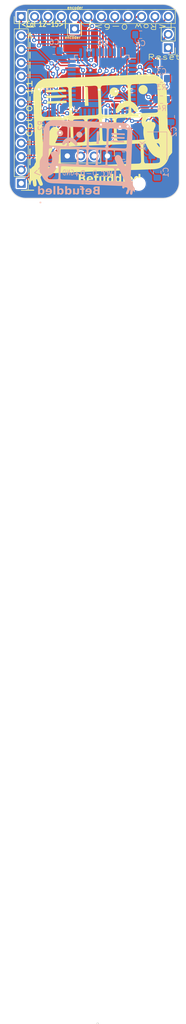
<source format=kicad_pcb>
(kicad_pcb (version 20221018) (generator pcbnew)
  (layers (0 "F.Cu" signal) (31 "B.Cu" signal) (34 "B.Paste" user) (35 "F.Paste" user) (36 "B.SilkS" user "B.Silkscreen") (37 "F.SilkS" user "F.Silkscreen") (38 "B.Mask" user) (39 "F.Mask" user) (44 "Edge.Cuts" user))
  (net 0 "")
  (net 1 "GND")
  (net 2 "VCC")
  (net 3 "/col0")
  (net 4 "/col1")
  (net 5 "/col2")
  (net 6 "/col3")
  (net 7 "/col4")
  (net 8 "/col5")
  (net 9 "/col6")
  (net 10 "/col7")
  (net 11 "/col8")
  (net 12 "/col9")
  (net 13 "/col10")
  (net 14 "/col11")
  (net 15 "/col12")
  (net 16 "/col13")
  (net 17 "/col14")
  (net 18 "/col15")
  (net 19 "/row0")
  (net 20 "/row1")
  (net 21 "/row2")
  (net 22 "/row3")
  (net 23 "/row4")
  (net 24 "/row5")
  (net 25 "/row6")
  (net 26 "Net-(C1-Pad1)")
  (net 27 "Net-(C2-Pad1)")
  (net 28 "Net-(R1-Pad1)")
  (net 29 "Net-(R2-Pad1)")
  (net 30 "Net-(R3-Pad1)")
  (net 31 "Net-(R4-Pad1)")
  (net 32 "Net-(USB1-Pad2)")
  (net 33 "Net-(USB1-Pad3)")
  (net 34 "Net-(C3-Pad1)")
  (net 35 "Net-(U1-Pad1)")
  (net 36 "Net-(U1-Pad7)")
  (net 37 "Net-(U1-Pad42)")
  (net 38 "Net-(U1-Pad43)")
  (net 39 "Net-(U1-Pad44)")
  (footprint "Connector_PinHeader_2.54mm:PinHeader_1x04_P2.54mm_Vertical" (layer "F.Cu") (at 141.998558 112.934804 -90)
    (fp_text reference "*" hide)
    (fp_text value "'")
  )
  (footprint "Connector_PinHeader_2.54mm:PinHeader_1x01_P2.54mm_Vertical" (layer "F.Cu") (at 135.75 88.85 90)
    (fp_text reference "*" hide)
    (fp_text value "'")
  )
  (footprint "Connector_PinHeader_2.54mm:PinHeader_1x02_P2.54mm_Vertical" (layer "F.Cu") (at 153.548558 92.437304 180)
    (fp_text reference "*" hide)
    (fp_text value "" hide)
  )
  (footprint "Connector_PinHeader_2.54mm:PinHeader_1x12_P2.54mm_Vertical" (layer "F.Cu") (at 125.618558 86.524804 90)
    (fp_text reference "*" hide)
    (fp_text value "1" hide)
  )
  (footprint "Connector_PinHeader_2.54mm:PinHeader_1x12_P2.54mm_Vertical" (layer "F.Cu") (at 125.628558 118.124804 180)
    (fp_text reference "*" hide)
    (fp_text value "'" hide)
  )
  (footprint "MountingHole:MountingHole_2.2mm_M2_DIN965" (layer "F.Cu") (at 147.93 118.2)
    (fp_text reference "REF**" hide)
    (fp_text value "." hide)
  )
  (footprint "Capacitor_SMD:C_0805_2012Metric_Pad1.15x1.40mm_HandSolder" (layer "B.Cu") (at 130.293342 117.088916 -135)
    (fp_text reference "C7")
    (fp_text value "22pF")
  )
  (footprint "Capacitor_SMD:C_0805_2012Metric_Pad1.15x1.40mm_HandSolder" (layer "B.Cu") (at 151.448558 116.034804 90)
    (fp_text reference "C1")
    (fp_text value "22pF")
  )
  (footprint "Capacitor_SMD:C_0805_2012Metric_Pad1.15x1.40mm_HandSolder" (layer "B.Cu") (at 154.038558 105.5137 90)
    (fp_text reference "C2")
    (fp_text value "22pF")
  )
  (footprint "Capacitor_SMD:C_0805_2012Metric_Pad1.15x1.40mm_HandSolder" (layer "B.Cu") (at 148.3 89.96)
    (fp_text reference "C4")
    (fp_text value "22pF")
  )
  (footprint "Resistor_SMD:R_0805_2012Metric_Pad1.15x1.40mm_HandSolder" (layer "B.Cu") (at 130.998558 107.174804 -90)
    (fp_text reference "R2")
    (fp_text value "10k")
  )
  (footprint "Capacitor_SMD:C_0805_2012Metric_Pad1.15x1.40mm_HandSolder" (layer "B.Cu") (at 152.278558 95.264804)
    (fp_text reference "C3")
    (fp_text value "22pF")
  )
  (footprint "Resistor_SMD:R_0805_2012Metric_Pad1.15x1.40mm_HandSolder" (layer "B.Cu") (at 152.278558 102.264804)
    (fp_text reference "R4")
    (fp_text value "22")
  )
  (footprint "Package_QFP:TQFP-44_10x10mm_P0.8mm" (layer "B.Cu") (at 140.918558 99.004804 180)
    (fp_text reference "U1")
    (fp_text value "ATMEGA32U4")
  )
  (footprint "Capacitor_SMD:C_0805_2012Metric_Pad1.15x1.40mm_HandSolder" (layer "B.Cu") (at 145.048558 112.871054)
    (fp_text reference "C5")
    (fp_text value "22pF")
  )
  (footprint "Capacitor_SMD:C_0805_2012Metric_Pad1.15x1.40mm_HandSolder" (layer "B.Cu") (at 131.89 92.99 180)
    (fp_text reference "C6")
    (fp_text value "22pF")
  )
  (footprint "Resistor_SMD:R_0805_2012Metric_Pad1.15x1.40mm_HandSolder" (layer "B.Cu") (at 152.278558 98.264804)
    (fp_text reference "R3")
    (fp_text value "22")
  )
  (footprint "Crystal:Crystal_SMD_5032-4Pin_5.0x3.2mm" (layer "B.Cu") (at 151.448558 111.034804 -90)
    (fp_text reference "X1")
    (fp_text value "XTAL_GND")
  )
  (gr_poly (pts (xy 142.793905 109.994888) (xy 142.776454 109.995478) (xy 142.760957 109.996475) (xy 142.747295 109.997914) (xy 142.735348 109.999826) (xy 142.724998 110.002248) (xy 142.716126 110.005212) (xy 142.708614 110.008753) (xy 142.702341 110.012904) (xy 142.69719 110.017699) (xy 142.693041 110.023173) (xy 142.689776 110.029359) (xy 142.687276 110.036291) (xy 142.685421 110.044002) (xy 142.684094 110.052528) (xy 142.683175 110.061902) (xy 142.682086 110.083328) (xy 142.681205 110.108553) (xy 142.679579 110.137847) (xy 142.677842 110.166431) (xy 142.676602 110.193547) (xy 142.675858 110.218555) (xy 142.67561 110.240814) (xy 142.675858 110.259682) (xy 142.676168 110.267645) (xy 142.676602 110.27452) (xy 142.67716 110.280227) (xy 142.677842 110.284687) (xy 142.678648 110.287818) (xy 142.679098 110.28886) (xy 142.679579 110.289541) (xy 142.691977 110.292497) (xy 142.722546 110.29599) (xy 142.830171 110.304093) (xy 142.986413 110.312857) (xy 143.175231 110.32129) (xy 143.577398 110.338268) (xy 143.863148 110.351277) (xy 144.587665 110.378397) (xy 144.915859 110.389229) (xy 145.092578 110.393611) (xy 145.186065 110.393611) (xy 145.186065 110.273666) (xy 145.185915 110.239473) (xy 145.185196 110.20947) (xy 145.183507 110.183385) (xy 145.180442 110.160943) (xy 145.178269 110.151002) (xy 145.1756 110.14187) (xy 145.172387 110.133511) (xy 145.168577 110.125892) (xy 145.164122 110.118979) (xy 145.158971 110.112736) (xy 145.153072 110.107131) (xy 145.146377 110.102128) (xy 145.138834 110.097694) (xy 145.130394 110.093794) (xy 145.121005 110.090393) (xy 145.110617 110.087459) (xy 145.09918 110.084956) (xy 145.086644 110.08285) (xy 145.058073 110.079694) (xy 145.024498 110.077715) (xy 144.985519 110.076641) (xy 144.889731 110.076111) (xy 144.770476 110.074595) (xy 144.623605 110.070599) (xy 144.467804 110.064949) (xy 144.321759 110.058472) (xy 143.718068 110.028706) (xy 143.148773 110.005555) (xy 142.980735 109.999302) (xy 142.914617 109.996854) (xy 142.859164 109.99522) (xy 142.813427 109.994671)) (fill solid) (layer "B.SilkS"))
  (gr_poly (pts (xy 143.12113 108.582896) (xy 143.020009 108.58386) (xy 142.760717 108.585624) (xy 142.74837 108.726736) (xy 142.744787 108.781829) (xy 142.742197 108.827497) (xy 142.741377 108.845298) (xy 142.740929 108.858944) (xy 142.740894 108.867836) (xy 142.741045 108.870312) (xy 142.741314 108.871375) (xy 142.824217 108.877245) (xy 143.061901 108.889234) (xy 143.951343 108.929583) (xy 144.122164 108.936446) (xy 144.333665 108.943473) (xy 144.771551 108.956041) (xy 144.957917 108.961277) (xy 145.114186 108.966183) (xy 145.223492 108.970428) (xy 145.255263 108.972199) (xy 145.268967 108.97368) (xy 145.270275 108.974114) (xy 145.27155 108.974426) (xy 145.272794 108.974615) (xy 145.274004 108.974683) (xy 145.275181 108.97463) (xy 145.276324 108.974459) (xy 145.277431 108.974169) (xy 145.278503 108.973763) (xy 145.279539 108.97324) (xy 145.280539 108.972601) (xy 145.2815 108.971848) (xy 145.282424 108.970982) (xy 145.283309 108.970004) (xy 145.284154 108.968914) (xy 145.285724 108.966404) (xy 145.287129 108.963459) (xy 145.288363 108.960089) (xy 145.289422 108.956299) (xy 145.2903 108.952099) (xy 145.290991 108.947496) (xy 145.291492 108.942498) (xy 145.291796 108.937112) (xy 145.291898 108.931346) (xy 145.292136 108.920026) (xy 145.292808 108.906266) (xy 145.293851 108.890605) (xy 145.295205 108.873579) (xy 145.298595 108.837585) (xy 145.302481 108.802583) (xy 145.307211 108.759905) (xy 145.307345 108.742478) (xy 145.305265 108.727397) (xy 145.303224 108.720675) (xy 145.300425 108.714466) (xy 145.2968 108.708745) (xy 145.29228 108.703488) (xy 145.286798 108.69867) (xy 145.280286 108.694267) (xy 145.272675 108.690254) (xy 145.263896 108.686607) (xy 145.242566 108.680311) (xy 145.215751 108.675183) (xy 145.182905 108.671026) (xy 145.143483 108.667645) (xy 145.042732 108.662422) (xy 144.909134 108.657943) (xy 144.57157 108.644494) (xy 144.251203 108.629722) (xy 143.937672 108.614949) (xy 143.616203 108.601499) (xy 143.488983 108.597282) (xy 143.384252 108.5929) (xy 143.343628 108.590802) (xy 143.312594 108.588849) (xy 143.292475 108.587102) (xy 143.286921 108.586326) (xy 143.284593 108.585624) (xy 143.282609 108.585004) (xy 143.278071 108.584463) (xy 143.261855 108.583612) (xy 143.204556 108.582758)) (fill solid) (layer "B.SilkS"))
  (gr_poly (pts (xy 129.134676 121.894166) (xy 129.416898 121.894166) (xy 129.416898 121.611944) (xy 129.134676 121.611944)) (fill solid) (layer "B.SilkS"))
  (gr_poly (pts (xy 140.149941 108.244973) (xy 140.13269 108.245583) (xy 140.116486 108.246589) (xy 140.10132 108.247992) (xy 140.087185 108.249796) (xy 140.074074 108.252003) (xy 140.061978 108.254616) (xy 140.050889 108.257637) (xy 140.040801 108.261068) (xy 140.023237 108.267225) (xy 140.016035 108.270374) (xy 140.009767 108.273939) (xy 140.004347 108.278197) (xy 139.999687 108.283424) (xy 139.995698 108.289896) (xy 139.992294 108.29789) (xy 139.989385 108.307682) (xy 139.986885 108.319549) (xy 139.984705 108.333768) (xy 139.982758 108.350614) (xy 139.979209 108.393295) (xy 139.975537 108.449805) (xy 139.962308 108.762674) (xy 139.938495 109.60868) (xy 139.925928 109.958151) (xy 139.912037 110.303652) (xy 139.905147 110.437046) (xy 139.900572 110.546628) (xy 139.899256 110.588975) (xy 139.898642 110.621152) (xy 139.898773 110.641754) (xy 139.899131 110.647275) (xy 139.89969 110.649375) (xy 139.905067 110.650274) (xy 139.91923 110.651607) (xy 139.970025 110.655327) (xy 140.134287 110.665249) (xy 140.36712 110.677596) (xy 140.377703 110.425361) (xy 140.390712 110.031793) (xy 140.40769 109.441111) (xy 140.435912 108.504485) (xy 140.437397 108.464019) (xy 140.438447 108.428393) (xy 140.438919 108.397278) (xy 140.438668 108.370347) (xy 140.438226 108.358347) (xy 140.437548 108.34727) (xy 140.436618 108.337075) (xy 140.435416 108.327721) (xy 140.433924 108.319166) (xy 140.432126 108.31137) (xy 140.430001 108.304291) (xy 140.427533 108.29789) (xy 140.424704 108.292124) (xy 140.421494 108.286952) (xy 140.417887 108.282334) (xy 140.413863 108.278229) (xy 140.409406 108.274595) (xy 140.404496 108.271391) (xy 140.399116 108.268578) (xy 140.393248 108.266112) (xy 140.386873 108.263955) (xy 140.379974 108.262063) (xy 140.372532 108.260397) (xy 140.364529 108.258916) (xy 140.34677 108.256342) (xy 140.32655 108.254014) (xy 140.275856 108.249469) (xy 140.252164 108.247762) (xy 140.229564 108.246434) (xy 140.20805 108.245489) (xy 140.187613 108.244928) (xy 140.168246 108.244756)) (fill solid) (layer "B.SilkS"))
  (gr_poly (pts (xy 142.786879 109.285671) (xy 142.760662 109.286522) (xy 142.740875 109.287859) (xy 142.727169 109.289675) (xy 142.722489 109.290759) (xy 142.7192 109.29196) (xy 142.717258 109.293277) (xy 142.71662 109.294708) (xy 142.713313 109.346963) (xy 142.706037 109.453458) (xy 142.695454 109.599861) (xy 142.845384 109.599861) (xy 142.937161 109.602011) (xy 143.075572 109.607798) (xy 143.241763 109.616232) (xy 143.416884 109.626319) (xy 143.924112 109.649911) (xy 144.52196 109.669534) (xy 145.023236 109.679897) (xy 145.179161 109.679952) (xy 145.223208 109.678409) (xy 145.240745 109.675708) (xy 145.242418 109.673343) (xy 145.244125 109.669606) (xy 145.245857 109.664573) (xy 145.247608 109.658317) (xy 145.251132 109.642438) (xy 145.254636 109.622571) (xy 145.258057 109.599313) (xy 145.261333 109.573265) (xy 145.264403 109.545025) (xy 145.267203 109.515194) (xy 145.279551 109.370555) (xy 145.103162 109.370555) (xy 145.002179 109.369012) (xy 144.85754 109.364822) (xy 144.688427 109.358649) (xy 144.514023 109.351152) (xy 143.598565 109.310582) (xy 143.369238 109.301146) (xy 143.179476 109.293964) (xy 143.026507 109.288972) (xy 142.907561 109.286109) (xy 142.859982 109.285456) (xy 142.81987 109.285313)) (fill solid) (layer "B.SilkS"))
  (gr_poly (pts (xy 131.824606 106.114416) (xy 131.436551 106.119708) (xy 131.268981 106.186736) (xy 131.194691 106.217666) (xy 131.123791 106.249054) (xy 131.056033 106.281067) (xy 130.991169 106.313873) (xy 130.92895 106.347641) (xy 130.86913 106.382538) (xy 130.811459 106.418731) (xy 130.75569 106.45639) (xy 130.701574 106.495682) (xy 130.648864 106.536774) (xy 130.597312 106.579836) (xy 130.546669 106.625034) (xy 130.496687 106.672538) (xy 130.447119 106.722513) (xy 130.397717 106.77513) (xy 130.348232 106.830555) (xy 130.324615 106.858767) (xy 130.300523 106.88857) (xy 130.276638 106.919077) (xy 130.253642 106.949397) (xy 130.232217 106.978643) (xy 130.213045 107.005924) (xy 130.196808 107.030353) (xy 130.190004 107.041221) (xy 130.184189 107.051041) (xy 130.132375 107.144086) (xy 130.076592 107.245069) (xy 130.059756 107.277279) (xy 130.04303 107.312252) (xy 130.026478 107.349772) (xy 130.01017 107.389625) (xy 129.978551 107.475473) (xy 129.94871 107.568081) (xy 129.921184 107.665732) (xy 129.89651 107.766712) (xy 129.875227 107.869303) (xy 129.857871 107.971792) (xy 129.847477 108.049199) (xy 129.83855 108.135309) (xy 129.83074 108.23717) (xy 129.823695 108.361831) (xy 129.810493 108.707746) (xy 129.796134 109.229444) (xy 129.77607 109.987034) (xy 129.768104 110.249909) (xy 129.762619 110.384791) (xy 129.7581 110.47147) (xy 129.752919 110.603293) (xy 129.747738 110.762566) (xy 129.743218 110.931597) (xy 129.716759 111.98993) (xy 129.709538 112.252832) (xy 129.70397 112.487126) (xy 129.700387 112.66685) (xy 129.69912 112.766041) (xy 129.698823 112.806204) (xy 129.698306 112.823115) (xy 129.697411 112.838305) (xy 129.696041 112.852069) (xy 129.694097 112.864702) (xy 129.691481 112.876497) (xy 129.689891 112.882173) (xy 129.688095 112.887749) (xy 129.686083 112.893264) (xy 129.683842 112.898754) (xy 129.678621 112.909805) (xy 129.672337 112.921197) (xy 129.664889 112.933225) (xy 129.656181 112.946183) (xy 129.646114 112.960366) (xy 129.621509 112.993583) (xy 129.58921 113.038053) (xy 129.556596 113.08525) (xy 129.491146 113.186508) (xy 129.426606 113.294712) (xy 129.364422 113.407215) (xy 129.306041 113.521371) (xy 129.252911 113.634536) (xy 129.206478 113.744062) (xy 129.186225 113.796635) (xy 129.168189 113.847305) (xy 129.157633 113.88249) (xy 129.149558 113.926377) (xy 129.143633 113.989653) (xy 129.139526 114.083005) (xy 129.135447 114.402682) (xy 129.134676 114.970903) (xy 129.134676 115.99925) (xy 129.203467 116.101555) (xy 129.211346 116.112987) (xy 129.220358 116.125381) (xy 129.241363 116.152598) (xy 129.265634 116.182294) (xy 129.292323 116.213562) (xy 129.320583 116.245491) (xy 129.349567 116.277173) (xy 129.378426 116.307696) (xy 129.406314 116.336153) (xy 129.420028 116.349368) (xy 129.433344 116.362498) (xy 129.446195 116.375457) (xy 129.458514 116.38816) (xy 129.470234 116.400522) (xy 129.481286 116.412458) (xy 129.491605 116.423883) (xy 129.501123 116.43471) (xy 129.509773 116.444855) (xy 129.517488 116.454233) (xy 129.5242 116.462758) (xy 129.529842 116.470346) (xy 129.534347 116.47691) (xy 129.537649 116.482365) (xy 129.539679 116.486627) (xy 129.540196 116.488284) (xy 129.54037 116.48961) (xy 129.541814 116.499126) (xy 129.545965 116.516455) (xy 129.552555 116.540646) (xy 129.561316 116.570749) (xy 129.584274 116.644888) (xy 129.612689 116.731263) (xy 129.641115 116.81132) (xy 129.672748 116.890006) (xy 129.707486 116.967194) (xy 129.745229 117.042755) (xy 129.785877 117.116558) (xy 129.829328 117.188476) (xy 129.875481 117.258377) (xy 129.924237 117.326135) (xy 129.975493 117.391618) (xy 130.02915 117.454699) (xy 130.085107 117.515248) (xy 130.143262 117.573135) (xy 130.203515 117.628232) (xy 130.265766 117.680408) (xy 130.329913 117.729537) (xy 130.395856 117.775486) (xy 130.469219 117.822722) (xy 130.503869 117.84378) (xy 130.537601 117.863322) (xy 130.570744 117.881489) (xy 130.603626 117.898424) (xy 130.636576 117.914269) (xy 130.66992 117.929165) (xy 130.703988 117.943255) (xy 130.739108 117.956681) (xy 130.775608 117.969585) (xy 130.813815 117.982109) (xy 130.896666 118.006586) (xy 130.990286 118.03125) (xy 131.083211 118.052998) (xy 131.177727 118.070965) (xy 131.27923 118.085665) (xy 131.393115 118.097616) (xy 131.524776 118.107334) (xy 131.679609 118.115337) (xy 131.863009 118.122142) (xy 132.08037 118.128264) (xy 132.275555 118.13339) (xy 132.486946 118.14017) (xy 132.856481 118.154722) (xy 133.293705 118.1717) (xy 133.861897 118.189999) (xy 134.142962 118.197744) (xy 134.419727 118.206977) (xy 134.660112 118.216541) (xy 134.832037 118.225277) (xy 135.394718 118.251736) (xy 136.825231 118.304652) (xy 138.263683 118.356908) (xy 138.977176 118.384027) (xy 139.806204 118.419305) (xy 140.283556 118.440031) (xy 140.899815 118.463403) (xy 141.55995 118.489199) (xy 142.143356 118.516319) (xy 142.654223 118.540352) (xy 143.139954 118.560417) (xy 143.597021 118.578276) (xy 144.039537 118.597458) (xy 144.221135 118.604348) (xy 144.395622 118.608923) (xy 144.54332 118.610852) (xy 144.600974 118.610721) (xy 144.644551 118.609805) (xy 144.817412 118.604513) (xy 144.806829 118.772082) (xy 144.804842 118.808218) (xy 144.803587 118.84074) (xy 144.803174 118.869917) (xy 144.803318 118.883337) (xy 144.803714 118.896023) (xy 144.804377 118.908009) (xy 144.805319 118.919328) (xy 144.806556 118.930015) (xy 144.8081 118.940103) (xy 144.809966 118.949627) (xy 144.812167 118.95862) (xy 144.814718 118.967117) (xy 144.817632 118.97515) (xy 144.820924 118.982755) (xy 144.824607 118.989965) (xy 144.828694 118.996813) (xy 144.833201 119.003335) (xy 144.83814 119.009563) (xy 144.843526 119.015531) (xy 144.849373 119.021275) (xy 144.855694 119.026827) (xy 144.862503 119.032221) (xy 144.869815 119.037491) (xy 144.877642 119.042672) (xy 144.886 119.047797) (xy 144.904361 119.058014) (xy 144.925009 119.068416) (xy 144.952177 119.081755) (xy 144.96365 119.08705) (xy 144.974012 119.091457) (xy 144.983485 119.094995) (xy 144.992292 119.097686) (xy 144.996514 119.09872) (xy 145.000654 119.099549) (xy 145.004738 119.100178) (xy 145.008794 119.100607) (xy 145.01285 119.10084) (xy 145.016934 119.100879) (xy 145.021073 119.100727) (xy 145.025296 119.100387) (xy 145.034102 119.09915) (xy 145.043575 119.097189) (xy 145.053937 119.094526) (xy 145.06541 119.091181) (xy 145.092578 119.082527) (xy 145.113117 119.075299) (xy 145.131787 119.068113) (xy 145.148664 119.060885) (xy 145.163823 119.053533) (xy 145.170782 119.049785) (xy 145.177339 119.045975) (xy 145.183504 119.042092) (xy 145.189286 119.038127) (xy 145.194695 119.034069) (xy 145.199739 119.029907) (xy 145.20443 119.025632) (xy 145.208775 119.021232) (xy 145.212784 119.016699) (xy 145.216466 119.01202) (xy 145.219832 119.007187) (xy 145.222889 119.002188) (xy 145.225648 118.997013) (xy 145.228119 118.991653) (xy 145.230309 118.986096) (xy 145.232229 118.980332) (xy 145.233888 118.974351) (xy 145.235296 118.968143) (xy 145.236461 118.961698) (xy 145.237393 118.955004) (xy 145.238597 118.940831) (xy 145.238981 118.925541) (xy 145.23903 118.914307) (xy 145.239205 118.904374) (xy 145.239551 118.895682) (xy 145.240111 118.888168) (xy 145.240486 118.884834) (xy 145.24093 118.881771) (xy 145.24145 118.878971) (xy 145.242051 118.876427) (xy 145.242738 118.874132) (xy 145.243518 118.872076) (xy 145.244395 118.870253) (xy 145.245375 118.868655) (xy 145.246464 118.867274) (xy 145.247667 118.866103) (xy 145.248989 118.865132) (xy 145.250436 118.864356) (xy 145.252014 118.863766) (xy 145.253728 118.863354) (xy 145.255583 118.863112) (xy 145.257585 118.863033) (xy 145.259739 118.86311) (xy 145.262052 118.863333) (xy 145.264528 118.863696) (xy 145.267172 118.864191) (xy 145.272991 118.865545) (xy 145.279551 118.867334) (xy 145.302857 118.872198) (xy 145.345283 118.878468) (xy 145.465421 118.892909) (xy 145.59581 118.906028) (xy 145.651053 118.910645) (xy 145.692301 118.913194) (xy 145.693354 118.913353) (xy 145.694527 118.913825) (xy 145.69721 118.915678) (xy 145.700312 118.918694) (xy 145.703794 118.922813) (xy 145.707616 118.927975) (xy 145.711741 118.934123) (xy 145.71613 118.941195) (xy 145.720743 118.949133) (xy 145.73049 118.967368) (xy 145.74067 118.988352) (xy 145.750974 119.01161) (xy 145.761092 119.036667) (xy 145.808717 119.160139) (xy 145.706412 119.42825) (xy 145.622407 119.647413) (xy 145.587597 119.736324) (xy 145.563537 119.795138) (xy 145.552085 119.823299) (xy 145.542201 119.850267) (xy 145.533884 119.876087) (xy 145.527129 119.900807) (xy 145.521935 119.924472) (xy 145.518299 119.94713) (xy 145.517065 119.958095) (xy 145.516219 119.968826) (xy 145.515761 119.979328) (xy 145.515691 119.989608) (xy 145.516009 119.99967) (xy 145.516714 120.009521) (xy 145.517806 120.019167) (xy 145.519285 120.028613) (xy 145.521149 120.037865) (xy 145.5234 120.04693) (xy 145.526037 120.055812) (xy 145.529058 120.064518) (xy 145.532465 120.073053) (xy 145.536256 120.081424) (xy 145.540432 120.089636) (xy 145.544992 120.097694) (xy 145.549935 120.105605) (xy 145.555262 120.113375) (xy 145.560972 120.121009) (xy 145.567065 120.128514) (xy 145.574665 120.137558) (xy 145.58173 120.14555) (xy 145.58847 120.152555) (xy 145.595094 120.158637) (xy 145.601811 120.163862) (xy 145.60883 120.168294) (xy 145.61636 120.171997) (xy 145.624612 120.175036) (xy 145.633793 120.177475) (xy 145.644114 120.17938) (xy 145.655784 120.180814) (xy 145.669012 120.181843) (xy 145.684007 120.182531) (xy 145.700979 120.182942) (xy 145.74169 120.183194) (xy 145.763242 120.183142) (xy 145.782397 120.182949) (xy 145.799361 120.182554) (xy 145.81434 120.181898) (xy 145.82115 120.181454) (xy 145.827541 120.180922) (xy 145.83354 120.180295) (xy 145.839172 120.179566) (xy 145.844463 120.178727) (xy 145.849438 120.177771) (xy 145.854125 120.17669) (xy 145.858547 120.175477) (xy 145.862732 120.174124) (xy 145.866705 120.172624) (xy 145.870492 120.17097) (xy 145.874119 120.169155) (xy 145.877612 120.16717) (xy 145.880996 120.165008) (xy 145.884297 120.162662) (xy 145.887541 120.160125) (xy 145.890755 120.157389) (xy 145.893963 120.154446) (xy 145.897192 120.15129) (xy 145.900467 120.147912) (xy 145.907261 120.140463) (xy 145.914551 120.13204) (xy 145.925268 120.116379) (xy 145.939769 120.091416) (xy 145.95737 120.058433) (xy 145.977389 120.018711) (xy 145.999145 119.973532) (xy 146.021955 119.924178) (xy 146.045137 119.87193) (xy 146.068009 119.818069) (xy 146.113378 119.711536) (xy 146.154137 119.618336) (xy 146.190141 119.538738) (xy 146.206315 119.504123) (xy 146.221247 119.473009) (xy 146.234918 119.445429) (xy 146.247309 119.421418) (xy 146.258404 119.401009) (xy 146.268183 119.384236) (xy 146.276629 119.371131) (xy 146.283724 119.361729) (xy 146.286759 119.358427) (xy 146.289449 119.356063) (xy 146.291793 119.354642) (xy 146.293787 119.354167) (xy 146.295541 119.354288) (xy 146.297487 119.354642) (xy 146.299608 119.355213) (xy 146.30189 119.355986) (xy 146.304316 119.356944) (xy 146.306871 119.358073) (xy 146.30954 119.359357) (xy 146.312308 119.360781) (xy 146.318075 119.363985) (xy 146.324049 119.367561) (xy 146.330105 119.371385) (xy 146.33612 119.375334) (xy 146.34046 119.379396) (xy 146.344213 119.383853) (xy 146.347371 119.389019) (xy 146.349928 119.395205) (xy 146.351875 119.402724) (xy 146.353204 119.411889) (xy 146.353909 119.423013) (xy 146.35398 119.436408) (xy 146.352192 119.471261) (xy 146.347778 119.518952) (xy 146.340678 119.58198) (xy 146.330828 119.662846) (xy 146.323388 119.725119) (xy 146.316941 119.78185) (xy 146.311492 119.833367) (xy 146.307044 119.879998) (xy 146.303597 119.922071) (xy 146.301156 119.959914) (xy 146.299722 119.993855) (xy 146.299299 120.024223) (xy 146.299889 120.051346) (xy 146.301494 120.075552) (xy 146.304117 120.097169) (xy 146.305811 120.107109) (xy 146.30776 120.116524) (xy 146.309966 120.125457) (xy 146.312427 120.133947) (xy 146.315145 120.142037) (xy 146.31812 120.149766) (xy 146.321351 120.157176) (xy 146.324841 120.164308) (xy 146.332592 120.177902) (xy 146.340154 120.189942) (xy 146.347689 120.200967) (xy 146.355296 120.211036) (xy 146.363075 120.220208) (xy 146.371122 120.228543) (xy 146.379535 120.236101) (xy 146.388414 120.24294) (xy 146.397856 120.24912) (xy 146.40796 120.2547) (xy 146.418823 120.259741) (xy 146.430544 120.264301) (xy 146.443221 120.26844) (xy 146.456953 120.272217) (xy 146.471836 120.275691) (xy 146.487971 120.278923) (xy 146.505454 120.281971) (xy 146.514361 120.283259) (xy 146.52322 120.284148) (xy 146.532022 120.284644) (xy 146.540759 120.284752) (xy 146.549424 120.284475) (xy 146.558008 120.28382) (xy 146.566505 120.282791) (xy 146.574907 120.281393) (xy 146.583205 120.27963) (xy 146.591391 120.277508) (xy 146.599459 120.275031) (xy 146.607401 120.272205) (xy 146.615208 120.269033) (xy 146.622873 120.265522) (xy 146.630388 120.261675) (xy 146.637745 120.257498) (xy 146.644937 120.252995) (xy 146.651956 120.248172) (xy 146.658794 120.243032) (xy 146.665444 120.237582) (xy 146.671897 120.231825) (xy 146.678146 120.225767) (xy 146.684183 120.219413) (xy 146.69 120.212767) (xy 146.695591 120.205834) (xy 146.700945 120.198619) (xy 146.706058 120.191127) (xy 146.710919 120.183362) (xy 146.715522 120.175331) (xy 146.719859 120.167036) (xy 146.723922 120.158484) (xy 146.727704 120.149679) (xy 146.733615 120.129743) (xy 146.740602 120.099988) (xy 146.748415 120.061841) (xy 146.756808 120.016727) (xy 146.774336 119.911307) (xy 146.791204 119.795138) (xy 146.798528 119.737467) (xy 146.805811 119.683021) (xy 146.812846 119.633039) (xy 146.819426 119.588763) (xy 146.825344 119.551432) (xy 146.830395 119.522287) (xy 146.834371 119.502567) (xy 146.835891 119.496629) (xy 146.837065 119.493513) (xy 146.837632 119.492779) (xy 146.83834 119.492228) (xy 146.839184 119.491856) (xy 146.840158 119.49166) (xy 146.84126 119.491638) (xy 146.842483 119.491785) (xy 146.843824 119.492099) (xy 146.845278 119.492577) (xy 146.848507 119.494009) (xy 146.852134 119.496056) (xy 146.856122 119.498693) (xy 146.860436 119.501892) (xy 146.86504 119.505629) (xy 146.869896 119.509878) (xy 146.87497 119.514612) (xy 146.880225 119.519807) (xy 146.885624 119.525435) (xy 146.891132 119.531472) (xy 146.896712 119.537891) (xy 146.902329 119.544667) (xy 146.923182 119.569221) (xy 146.943394 119.592602) (xy 146.962945 119.614795) (xy 146.981814 119.635783) (xy 146.99998 119.655552) (xy 147.017422 119.674086) (xy 147.034121 119.691369) (xy 147.050054 119.707386) (xy 147.065202 119.722121) (xy 147.079544 119.73556) (xy 147.093059 119.747685) (xy 147.105727 119.758483) (xy 147.117526 119.767937) (xy 147.128437 119.776032) (xy 147.138438 119.782752) (xy 147.147509 119.788083) (xy 147.196898 119.814541) (xy 147.196898 119.066653) (xy 147.196757 118.826313) (xy 147.196514 118.72822) (xy 147.196099 118.643457) (xy 147.195466 118.570983) (xy 147.195055 118.539029) (xy 147.194573 118.509756) (xy 147.194014 118.483035) (xy 147.193374 118.458736) (xy 147.192647 118.436727) (xy 147.191827 118.41688) (xy 147.190909 118.399063) (xy 147.189887 118.383148) (xy 147.188756 118.369002) (xy 147.18751 118.356498) (xy 147.186144 118.345503) (xy 147.184653 118.335889) (xy 147.18303 118.327524) (xy 147.181271 118.320279) (xy 147.17937 118.314024) (xy 147.177321 118.308628) (xy 147.175119 118.303962) (xy 147.172758 118.299894) (xy 147.170234 118.296296) (xy 147.167539 118.293036) (xy 147.16467 118.289985) (xy 147.16162 118.287013) (xy 147.157925 118.283404) (xy 147.154137 118.279224) (xy 147.150288 118.274522) (xy 147.146407 118.269347) (xy 147.142526 118.263749) (xy 147.138676 118.257775) (xy 147.134888 118.251476) (xy 147.131193 118.244901) (xy 147.127622 118.238098) (xy 147.124206 118.231117) (xy 147.120977 118.224007) (xy 147.117964 118.216817) (xy 147.115199 118.209595) (xy 147.112714 118.202392) (xy 147.110538 118.195256) (xy 147.108704 118.188237) (xy 147.101086 118.164127) (xy 147.091499 118.139471) (xy 147.08 118.114346) (xy 147.066646 118.088825) (xy 147.051493 118.062983) (xy 147.0346 118.036897) (xy 147.016021 118.010639) (xy 146.995815 117.984286) (xy 146.974037 117.957913) (xy 146.950746 117.931594) (xy 146.925997 117.905404) (xy 146.899848 117.879418) (xy 146.872355 117.853711) (xy 146.843576 117.828358) (xy 146.816019 117.805472) (xy 145.346579 117.805472) (xy 145.191356 117.796652) (xy 145.082712 117.791085) (xy 144.90296 117.785187) (xy 144.429356 117.773723) (xy 144.240434 117.76943) (xy 144.162326 117.767452) (xy 144.094052 117.765509) (xy 144.034811 117.763546) (xy 143.983802 117.761506) (xy 143.940224 117.759331) (xy 143.903276 117.756965) (xy 143.872158 117.754351) (xy 143.846067 117.751432) (xy 143.834657 117.749841) (xy 143.824204 117.748152) (xy 143.814607 117.746358) (xy 143.805766 117.744453) (xy 143.797582 117.742428) (xy 143.789954 117.740278) (xy 143.782782 117.737995) (xy 143.775966 117.735571) (xy 143.763001 117.730275) (xy 143.750259 117.724333) (xy 143.728098 117.71257) (xy 143.708487 117.700755) (xy 143.69129 117.688382) (xy 143.676369 117.674944) (xy 143.663587 117.659936) (xy 143.652808 117.64285) (xy 143.643894 117.62318) (xy 143.636709 117.60042) (xy 143.631115 117.574063) (xy 143.626976 117.543603) (xy 143.624155 117.508534) (xy 143.622515 117.468349) (xy 143.621918 117.422541) (xy 143.622229 117.370604) (xy 143.625023 117.246319) (xy 143.653245 116.214444) (xy 143.658709 115.98797) (xy 143.661175 115.894874) (xy 143.663553 115.813876) (xy 143.66591 115.743978) (xy 143.668314 115.684182) (xy 143.670831 115.633492) (xy 143.672161 115.612517) (xy 143.288782 115.612517) (xy 143.28699 115.7657) (xy 143.281065 115.967499) (xy 143.245787 116.955278) (xy 143.238883 117.143314) (xy 143.23557 117.222141) (xy 143.232227 117.291767) (xy 143.228759 117.352887) (xy 143.225075 117.406195) (xy 143.22108 117.452388) (xy 143.216683 117.492161) (xy 143.214304 117.509856) (xy 143.211789 117.526207) (xy 143.209127 117.541301) (xy 143.206306 117.555223) (xy 143.203315 117.568062) (xy 143.200141 117.579903) (xy 143.196774 117.590835) (xy 143.193201 117.600943) (xy 143.189411 117.610314) (xy 143.185393 117.619037) (xy 143.181134 117.627196) (xy 143.176623 117.63488) (xy 143.171849 117.642175) (xy 143.166799 117.649168) (xy 143.161463 117.655946) (xy 143.155829 117.662596) (xy 143.118787 117.70493) (xy 142.67605 117.703167) (xy 142.309906 117.699254) (xy 141.845038 117.687733) (xy 141.283267 117.668936) (xy 140.626412 117.643194) (xy 139.692653 117.608137) (xy 138.315717 117.56382) (xy 137.51425 117.537361) (xy 136.851689 117.510902) (xy 136.281733 117.48753) (xy 135.705162 117.466806) (xy 135.468911 117.459695) (xy 135.257134 117.452253) (xy 135.092982 117.445473) (xy 134.999606 117.440347) (xy 134.889446 117.435193) (xy 134.681886 117.42822) (xy 134.092967 117.412124) (xy 133.848183 117.406664) (xy 133.658692 117.401844) (xy 133.582118 117.399513) (xy 133.516289 117.397148) (xy 133.460181 117.394686) (xy 133.412768 117.39206) (xy 133.373023 117.389207) (xy 133.339921 117.386062) (xy 133.312437 117.382561) (xy 133.30048 117.380656) (xy 133.289544 117.378638) (xy 133.279498 117.376499) (xy 133.270216 117.37423) (xy 133.261569 117.371823) (xy 133.253429 117.369271) (xy 133.238155 117.363698) (xy 133.22337 117.357444) (xy 133.201979 117.347797) (xy 133.182715 117.337894) (xy 133.165471 117.32752) (xy 133.150141 117.316462) (xy 133.136621 117.304504) (xy 133.130505 117.298121) (xy 133.124802 117.291433) (xy 133.119499 117.284413) (xy 133.114581 117.277034) (xy 133.110036 117.269269) (xy 133.105851 117.261092) (xy 133.098505 117.243393) (xy 133.092439 117.223723) (xy 133.087546 117.201867) (xy 133.083719 117.177611) (xy 133.080854 117.150739) (xy 133.078845 117.121039) (xy 133.077584 117.088294) (xy 133.076967 117.052292) (xy 133.083775 116.812265) (xy 133.101 116.374296) (xy 133.147524 115.358958) (xy 133.150732 115.304681) (xy 133.154424 115.254231) (xy 133.158627 115.207506) (xy 133.16337 115.164407) (xy 133.168682 115.124831) (xy 133.1708 115.111876) (xy 132.756436 115.111876) (xy 132.755781 115.180609) (xy 132.754176 115.269) (xy 132.750345 115.394924) (xy 132.744695 115.528952) (xy 132.738052 115.654712) (xy 132.731244 115.755833) (xy 132.724133 115.879581) (xy 132.716692 116.067159) (xy 132.709913 116.293102) (xy 132.704787 116.531944) (xy 132.702492 116.648588) (xy 132.69966 116.759982) (xy 132.696415 116.86352) (xy 132.69288 116.9566) (xy 132.68918 117.036615) (xy 132.685439 117.100963) (xy 132.68178 117.147037) (xy 132.68002 117.162408) (xy 132.678328 117.172235) (xy 132.676121 117.179377) (xy 132.673491 117.186873) (xy 132.670468 117.194664) (xy 132.667083 117.20269) (xy 132.663368 117.210892) (xy 132.659352 117.219209) (xy 132.655068 117.227584) (xy 132.650547 117.235956) (xy 132.645818 117.244266) (xy 132.640914 117.252455) (xy 132.635865 117.260462) (xy 132.630703 117.26823) (xy 132.625458 117.275697) (xy 132.620161 117.282806) (xy 132.614844 117.289496) (xy 132.609537 117.295707) (xy 132.558383 117.352153) (xy 131.935732 117.346859) (xy 131.758235 117.345325) (xy 131.59939 117.343263) (xy 131.45809 117.340519) (xy 131.333226 117.336938) (xy 131.223688 117.332365) (xy 131.174321 117.329658) (xy 131.12837 117.326645) (xy 131.085696 117.323306) (xy 131.046161 117.319622) (xy 131.009627 117.315574) (xy 130.975955 117.311142) (xy 130.945006 117.306307) (xy 130.916642 117.301049) (xy 130.890724 117.29535) (xy 130.867114 117.28919) (xy 130.845673 117.282548) (xy 130.826263 117.275407) (xy 130.808744 117.267747) (xy 130.792979 117.259548) (xy 130.778829 117.250791) (xy 130.766155 117.241456) (xy 130.754819 117.231524) (xy 130.744682 117.220976) (xy 130.735606 117.209793) (xy 130.727452 117.197954) (xy 130.720082 117.185441) (xy 130.713356 117.172235) (xy 130.707094 117.157515) (xy 130.701543 117.141212) (xy 130.69671 117.123436) (xy 130.692603 117.104298) (xy 130.68923 117.083909) (xy 130.686598 117.062382) (xy 130.684716 117.039825) (xy 130.683591 117.016352) (xy 130.68323 116.992072) (xy 130.683642 116.967097) (xy 130.684835 116.941539) (xy 130.686815 116.915507) (xy 130.689592 116.889114) (xy 130.693171 116.86247) (xy 130.697563 116.835686) (xy 130.702773 116.808874) (xy 130.706276 116.793211) (xy 130.709553 116.779233) (xy 130.712664 116.766846) (xy 130.715671 116.755958) (xy 130.717156 116.751046) (xy 130.718638 116.746475) (xy 130.720125 116.742232) (xy 130.721624 116.738305) (xy 130.723145 116.734683) (xy 130.724694 116.731354) (xy 130.726279 116.728308) (xy 130.727908 116.725531) (xy 130.729589 116.723012) (xy 130.731329 116.72074) (xy 130.733137 116.718703) (xy 130.735019 116.71689) (xy 130.736984 116.715289) (xy 130.73904 116.713888) (xy 130.741193 116.712675) (xy 130.743453 116.71164) (xy 130.745826 116.71077) (xy 130.748321 116.710053) (xy 130.750945 116.709479) (xy 130.753706 116.709035) (xy 130.756611 116.70871) (xy 130.759669 116.708493) (xy 130.766274 116.708333) (xy 130.780426 116.707523) (xy 130.797551 116.70516) (xy 130.817359 116.701345) (xy 130.839557 116.696178) (xy 130.889956 116.682195) (xy 130.94641 116.664015) (xy 131.006586 116.642445) (xy 131.068146 116.618292) (xy 131.128755 116.592361) (xy 131.186078 116.565458) (xy 131.238947 116.53731) (xy 131.291694 116.506464) (xy 131.344281 116.472952) (xy 131.39667 116.436804) (xy 131.44882 116.398052) (xy 131.500694 116.356726) (xy 131.552253 116.312858) (xy 131.603458 116.266479) (xy 131.65427 116.217619) (xy 131.704651 116.166309) (xy 131.754561 116.112581) (xy 131.803963 116.056466) (xy 131.852816 115.997994) (xy 131.901083 115.937197) (xy 131.948725 115.874105) (xy 131.995703 115.80875) (xy 132.051273 115.725985) (xy 132.10953 115.633463) (xy 132.16853 115.534658) (xy 132.226332 115.433041) (xy 132.280992 115.332086) (xy 132.330567 115.235265) (xy 132.373114 115.146051) (xy 132.40669 115.067917) (xy 132.479009 114.882708) (xy 132.549564 114.87918) (xy 132.564664 114.878459) (xy 132.578916 114.878294) (xy 132.592383 114.878703) (xy 132.605127 114.879704) (xy 132.617209 114.881314) (xy 132.623021 114.882353) (xy 132.628691 114.883552) (xy 132.634227 114.884912) (xy 132.639636 114.886436) (xy 132.644927 114.888126) (xy 132.650106 114.889984) (xy 132.655182 114.892012) (xy 132.660162 114.894214) (xy 132.665055 114.89659) (xy 132.669867 114.899144) (xy 132.674607 114.901878) (xy 132.679283 114.904793) (xy 132.688471 114.911178) (xy 132.697494 114.918318) (xy 132.706413 114.92623) (xy 132.715291 114.934933) (xy 132.72419 114.944444) (xy 132.730108 114.951286) (xy 132.735317 114.958173) (xy 132.739855 114.965478) (xy 132.743757 114.973576) (xy 132.74706 114.982842) (xy 132.7498 114.99365) (xy 132.752013 115.006376) (xy 132.753734 115.021394) (xy 132.755001 115.039078) (xy 132.75585 115.059803) (xy 132.756436 115.111876) (xy 133.1708 115.111876) (xy 133.174591 115.08868) (xy 133.181125 115.055851) (xy 133.184635 115.040651) (xy 133.188313 115.026244) (xy 133.192161 115.012618) (xy 133.196183 114.999759) (xy 133.200382 114.987655) (xy 133.204763 114.976294) (xy 133.209328 114.965663) (xy 133.214082 114.955749) (xy 133.219028 114.946539) (xy 133.224169 114.938022) (xy 133.229509 114.930185) (xy 133.235052 114.923014) (xy 133.2408 114.916498) (xy 133.246759 114.910623) (xy 133.25293 114.905378) (xy 133.259318 114.900749) (xy 133.265926 114.896725) (xy 133.272759 114.893291) (xy 133.299534 114.885853) (xy 133.342101 114.880751) (xy 133.403355 114.878005) (xy 133.486189 114.877637) (xy 133.593497 114.879666) (xy 133.728172 114.884114) (xy 134.091203 114.900347) (xy 134.50569 114.920659) (xy 134.861802 114.935845) (xy 135.229491 114.948716) (xy 135.678703 114.962083) (xy 135.918289 114.969938) (xy 136.120337 114.977296) (xy 136.263846 114.983662) (xy 136.307086 114.986319) (xy 136.327815 114.988541) (xy 136.388035 114.992675) (xy 136.52118 114.999124) (xy 136.927537 115.015) (xy 137.715113 115.041017) (xy 138.201064 115.059097) (xy 138.499603 115.071003) (xy 138.933079 115.085555) (xy 140.028894 115.125684) (xy 141.190856 115.173749) (xy 142.284467 115.217847) (xy 142.56556 115.229478) (xy 142.809445 115.2421) (xy 142.909322 115.248267) (xy 142.990161 115.254061) (xy 143.048717 115.259277) (xy 143.081745 115.263707) (xy 143.101095 115.268133) (xy 143.119462 115.273478) (xy 143.136858 115.279753) (xy 143.153293 115.286969) (xy 143.168777 115.295135) (xy 143.18332 115.304263) (xy 143.190243 115.309191) (xy 143.196934 115.314362) (xy 143.203395 115.31978) (xy 143.209627 115.325444) (xy 143.215632 115.331356) (xy 143.221411 115.337517) (xy 143.226965 115.343929) (xy 143.232296 115.350593) (xy 143.242292 115.364681) (xy 143.251409 115.379793) (xy 143.259659 115.395939) (xy 143.26705 115.413128) (xy 143.273594 115.431371) (xy 143.279301 115.450679) (xy 143.283356 115.473176) (xy 143.286274 115.50762) (xy 143.288075 115.554053) (xy 143.288782 115.612517) (xy 143.672161 115.612517) (xy 143.67353 115.590909) (xy 143.676476 115.555438) (xy 143.678064 115.540057) (xy 143.679738 115.52608) (xy 143.681508 115.513381) (xy 143.683382 115.501837) (xy 143.685368 115.491323) (xy 143.687476 115.481714) (xy 143.689712 115.472884) (xy 143.692086 115.464711) (xy 143.694606 115.457069) (xy 143.697281 115.449832) (xy 143.703126 115.43608) (xy 143.70969 115.422458) (xy 143.713858 115.414136) (xy 143.718392 115.405742) (xy 143.723247 115.397327) (xy 143.728376 115.388944) (xy 143.733732 115.380643) (xy 143.739269 115.372476) (xy 143.744941 115.364496) (xy 143.7507 115.356753) (xy 143.756501 115.349299) (xy 143.762296 115.342187) (xy 143.76804 115.335467) (xy 143.773686 115.329192) (xy 143.779187 115.323413) (xy 143.784496 115.318181) (xy 143.789568 115.313549) (xy 143.794356 115.309569) (xy 143.800604 115.305392) (xy 143.807458 115.301456) (xy 143.814948 115.297752) (xy 143.823102 115.294273) (xy 143.831949 115.291011) (xy 143.841516 115.287958) (xy 143.851833 115.285106) (xy 143.862927 115.282449) (xy 143.874828 115.279977) (xy 143.887563 115.277684) (xy 143.915651 115.273602) (xy 143.947419 115.270139) (xy 143.983093 115.267235) (xy 144.124204 115.256652) (xy 144.238856 115.484194) (xy 144.348438 115.70953) (xy 144.405296 115.828483) (xy 144.454051 115.932222) (xy 144.541363 116.12162) (xy 144.607509 116.26736) (xy 144.663292 116.385541) (xy 144.693581 116.450418) (xy 144.720398 116.509012) (xy 144.732597 116.534889) (xy 144.743907 116.559256) (xy 144.754101 116.581598) (xy 144.762952 116.601397) (xy 144.770231 116.618137) (xy 144.775712 116.631301) (xy 144.779168 116.640372) (xy 144.780065 116.643211) (xy 144.78037 116.644833) (xy 144.781648 116.648388) (xy 144.785304 116.656078) (xy 144.798671 116.681875) (xy 144.818321 116.718255) (xy 144.842106 116.76125) (xy 144.854381 116.783488) (xy 144.865891 116.804878) (xy 144.876368 116.824904) (xy 144.885542 116.84305) (xy 144.893145 116.858797) (xy 144.898909 116.87163) (xy 144.901017 116.876792) (xy 144.902564 116.881031) (xy 144.903517 116.884284) (xy 144.903842 116.886485) (xy 144.904834 116.891338) (xy 144.907722 116.899759) (xy 144.91867 116.9262) (xy 144.935654 116.963597) (xy 144.957641 117.009737) (xy 144.983596 117.062409) (xy 145.012487 117.119401) (xy 145.043279 117.178502) (xy 145.07494 117.2375) (xy 145.08564 117.257905) (xy 145.096382 117.279034) (xy 145.106876 117.300286) (xy 145.116832 117.321064) (xy 145.125961 117.340766) (xy 145.133975 117.358794) (xy 145.140582 117.374549) (xy 145.145495 117.38743) (xy 145.151207 117.401565) (xy 145.160102 117.422129) (xy 145.185624 117.478491) (xy 145.218421 117.548412) (xy 145.254856 117.623791) (xy 145.346579 117.805472) (xy 146.816019 117.805472) (xy 146.813567 117.803434) (xy 146.782384 117.779014) (xy 146.625398 117.660833) (xy 146.560134 117.493263) (xy 146.546157 117.458868) (xy 146.531002 117.423811) (xy 146.515145 117.389084) (xy 146.499059 117.35568) (xy 146.483222 117.324592) (xy 146.468109 117.29681) (xy 146.460972 117.28447) (xy 146.454194 117.273329) (xy 146.447835 117.26351) (xy 146.441954 117.255139) (xy 146.436438 117.247519) (xy 146.431153 117.239904) (xy 146.426121 117.232341) (xy 146.421366 117.224877) (xy 146.41691 117.217557) (xy 146.412777 117.210428) (xy 146.40899 117.203537) (xy 146.405573 117.19693) (xy 146.402549 117.190653) (xy 146.399941 117.184755) (xy 146.397771 117.179279) (xy 146.396065 117.174274) (xy 146.394844 117.169786) (xy 146.394132 117.165861) (xy 146.393974 117.164125) (xy 146.393953 117.162546) (xy 146.39407 117.161132) (xy 146.394329 117.159887) (xy 146.398556 117.130828) (xy 146.404333 117.065658) (xy 146.418803 116.855838) (xy 146.434264 116.58814) (xy 146.447245 116.320277) (xy 146.473704 115.676458) (xy 146.481558 115.507786) (xy 146.488917 115.361604) (xy 146.495284 115.253786) (xy 146.49794 115.219225) (xy 146.500162 115.200208) (xy 146.503662 115.146519) (xy 146.50832 115.040576) (xy 146.513308 114.897591) (xy 146.515156 114.829791) (xy 131.092592 114.829791) (xy 131.09179 114.836293) (xy 131.089444 114.844478) (xy 131.080472 114.865431) (xy 131.066384 114.891722) (xy 131.047888 114.922423) (xy 131.025693 114.956607) (xy 131.000505 114.993347) (xy 130.973033 115.031715) (xy 130.943985 115.070783) (xy 130.914068 115.109623) (xy 130.883992 115.147308) (xy 130.854463 115.182911) (xy 130.82619 115.215504) (xy 130.799881 115.244159) (xy 130.776243 115.267949) (xy 130.755985 115.285946) (xy 130.747345 115.292482) (xy 130.739815 115.297222) (xy 130.733898 115.300264) (xy 130.728694 115.30271) (xy 130.724172 115.304458) (xy 130.720302 115.305407) (xy 130.718601 115.305551) (xy 130.717051 115.305458) (xy 130.715649 115.305114) (xy 130.71439 115.304508) (xy 130.71327 115.303627) (xy 130.712286 115.302458) (xy 130.711434 115.300989) (xy 130.71071 115.299206) (xy 130.71011 115.297098) (xy 130.70963 115.294652) (xy 130.709015 115.288695) (xy 130.708834 115.281234) (xy 130.709057 115.272169) (xy 130.709651 115.261398) (xy 130.710586 115.248822) (xy 130.713356 115.217847) (xy 130.717159 115.180414) (xy 130.721948 115.144846) (xy 130.72772 115.111148) (xy 130.730972 115.095003) (xy 130.734468 115.079327) (xy 130.738206 115.064121) (xy 130.742187 115.049386) (xy 130.74641 115.035123) (xy 130.750873 115.021332) (xy 130.755577 115.008014) (xy 130.76052 114.995169) (xy 130.765703 114.982798) (xy 130.771123 114.970903) (xy 130.776782 114.959482) (xy 130.782677 114.948538) (xy 130.788809 114.93807) (xy 130.795177 114.92808) (xy 130.80178 114.918568) (xy 130.808617 114.909534) (xy 130.815688 114.90098) (xy 130.822993 114.892906) (xy 130.830529 114.885312) (xy 130.838298 114.8782) (xy 130.846298 114.871569) (xy 130.854529 114.865421) (xy 130.86299 114.859756) (xy 130.871679 114.854575) (xy 130.880598 114.849878) (xy 130.889745 114.845667) (xy 130.901615 114.841497) (xy 130.915173 114.837605) (xy 130.93008 114.834024) (xy 130.945997 114.830784) (xy 130.962585 114.827916) (xy 130.979507 114.82545) (xy 130.996424 114.82342) (xy 131.012997 114.821854) (xy 131.028888 114.820784) (xy 131.043758 114.820241) (xy 131.057269 114.820257) (xy 131.069083 114.820861) (xy 131.07886 114.822086) (xy 131.08288 114.822941) (xy 131.086263 114.823962) (xy 131.088969 114.825154) (xy 131.090953 114.82652) (xy 131.092175 114.828064) (xy 131.092592 114.829791) (xy 146.515156 114.829791) (xy 146.517801 114.732777) (xy 146.529707 114.326201) (xy 146.544259 113.930208) (xy 146.582844 112.984984) (xy 146.603311 112.404444) (xy 145.602342 112.404444) (xy 145.601653 112.502505) (xy 145.599476 112.620079) (xy 145.595645 112.742284) (xy 145.593058 112.800471) (xy 145.589995 112.854236) (xy 145.562875 113.421106) (xy 145.531787 114.150694) (xy 145.52728 114.257925) (xy 145.522936 114.3532) (xy 145.518629 114.437215) (xy 145.514231 114.510665) (xy 145.511958 114.543645) (xy 145.509616 114.574245) (xy 145.507187 114.602551) (xy 145.504657 114.62865) (xy 145.502009 114.652628) (xy 145.499228 114.674574) (xy 145.496297 114.694573) (xy 145.493202 114.712713) (xy 145.489925 114.729081) (xy 145.486452 114.743763) (xy 145.482767 114.756846) (xy 145.478853 114.768417) (xy 145.474695 114.778563) (xy 145.472519 114.783129) (xy 145.470277 114.787372) (xy 145.467965 114.791301) (xy 145.465583 114.794929) (xy 145.463128 114.798265) (xy 145.460597 114.801321) (xy 145.45799 114.804108) (xy 145.455304 114.806636) (xy 145.452538 114.808917) (xy 145.449688 114.810961) (xy 145.446754 114.812779) (xy 145.443733 114.814382) (xy 145.440623 114.815781) (xy 145.437422 114.816986) (xy 145.430741 114.81886) (xy 145.423673 114.820092) (xy 145.416203 114.820766) (xy 145.408315 114.820972) (xy 145.393177 114.819936) (xy 145.37858 114.816325) (xy 145.364112 114.80938) (xy 145.349362 114.798345) (xy 145.33392 114.782462) (xy 145.317374 114.760976) (xy 145.299315 114.733128) (xy 145.27933 114.698161) (xy 145.231943 114.603845) (xy 145.171926 114.47197) (xy 145.095993 114.29648) (xy 145.000856 114.071319) (xy 144.953645 113.960222) (xy 144.912882 113.866487) (xy 144.896315 113.829284) (xy 144.883034 113.800204) (xy 144.873598 113.780508) (xy 144.870496 113.774574) (xy 144.868565 113.771458) (xy 144.86391 113.763979) (xy 144.856796 113.749988) (xy 144.847574 113.730251) (xy 144.836594 113.705533) (xy 144.81077 113.64421) (xy 144.796628 113.609135) (xy 144.782134 113.572138) (xy 144.742198 113.474503) (xy 144.702917 113.384467) (xy 144.66404 113.301732) (xy 144.625313 113.226003) (xy 144.586483 113.156981) (xy 144.547296 113.094369) (xy 144.527489 113.065374) (xy 144.507499 113.037871) (xy 144.487293 113.011821) (xy 144.466839 112.987189) (xy 144.446106 112.963936) (xy 144.425063 112.942025) (xy 144.403677 112.921421) (xy 144.381917 112.902084) (xy 144.359752 112.883979) (xy 144.337149 112.867068) (xy 144.314077 112.851313) (xy 144.290505 112.836679) (xy 144.266401 112.823127) (xy 144.241732 112.810621) (xy 144.216468 112.799122) (xy 144.190577 112.788596) (xy 144.164027 112.779003) (xy 144.136786 112.770307) (xy 144.108823 112.762471) (xy 144.080106 112.755457) (xy 144.055466 112.750749) (xy 144.030526 112.747517) (xy 144.005342 112.745728) (xy 143.979964 112.745349) (xy 143.954448 112.746348) (xy 143.928844 112.74869) (xy 143.903207 112.752344) (xy 143.87759 112.757277) (xy 143.852045 112.763454) (xy 143.826625 112.770844) (xy 143.801383 112.779414) (xy 143.776373 112.78913) (xy 143.751647 112.79996) (xy 143.727258 112.81187) (xy 143.703259 112.824829) (xy 143.679703 112.838802) (xy 143.656644 112.853756) (xy 143.634133 112.86966) (xy 143.612225 112.88648) (xy 143.590972 112.904183) (xy 143.570426 112.922735) (xy 143.550642 112.942105) (xy 143.531671 112.96226) (xy 143.513567 112.983165) (xy 143.496383 113.004789) (xy 143.480172 113.027098) (xy 143.464987 113.050059) (xy 143.45088 113.07364) (xy 143.437905 113.097807) (xy 143.426115 113.122528) (xy 143.415562 113.14777) (xy 143.4063 113.173499) (xy 143.395967 113.207801) (xy 143.387459 113.24195) (xy 143.380787 113.276001) (xy 143.375956 113.310008) (xy 143.372976 113.344025) (xy 143.371853 113.378107) (xy 143.372596 113.412308) (xy 143.375212 113.446682) (xy 143.379709 113.481283) (xy 143.386095 113.516166) (xy 143.394378 113.551385) (xy 143.404564 113.586994) (xy 143.416663 113.623047) (xy 143.430682 113.6596) (xy 143.446628 113.696705) (xy 143.464509 113.734417) (xy 143.497423 113.802805) (xy 143.540632 113.896226) (xy 143.642221 114.122693) (xy 143.737857 114.342875) (xy 143.773624 114.428441) (xy 143.79612 114.485833) (xy 143.811802 114.524831) (xy 143.819282 114.543039) (xy 143.826327 114.559696) (xy 143.832793 114.574286) (xy 143.835764 114.580644) (xy 143.838536 114.586292) (xy 143.841091 114.591165) (xy 143.843411 114.595197) (xy 143.845478 114.598326) (xy 143.847273 114.600486) (xy 143.850625 114.606201) (xy 143.855238 114.61512) (xy 143.860885 114.626809) (xy 143.867337 114.640834) (xy 143.874369 114.656761) (xy 143.881752 114.674155) (xy 143.889258 114.692583) (xy 143.896662 114.71161) (xy 143.933704 114.803333) (xy 143.813759 114.803333) (xy 143.149214 114.78393) (xy 142.720864 114.76811) (xy 142.40794 114.753943) (xy 142.357984 114.751192) (xy 142.313058 114.748139) (xy 142.27282 114.744646) (xy 142.236925 114.740577) (xy 142.220499 114.738283) (xy 142.20503 114.735795) (xy 142.190475 114.733093) (xy 142.176791 114.730162) (xy 142.163935 114.726985) (xy 142.151864 114.723543) (xy 142.140536 114.71982) (xy 142.129907 114.7158) (xy 142.119934 114.711464) (xy 142.110574 114.706795) (xy 142.101785 114.701778) (xy 142.093523 114.696393) (xy 142.085746 114.690625) (xy 142.07841 114.684456) (xy 142.071473 114.67787) (xy 142.064891 114.670848) (xy 142.058622 114.663374) (xy 142.052622 114.655431) (xy 142.04685 114.647001) (xy 142.041261 114.638068) (xy 142.035813 114.628614) (xy 142.030463 114.618623) (xy 142.019884 114.596958) (xy 142.010024 114.57389) (xy 142.002851 114.545034) (xy 141.998242 114.503444) (xy 141.996071 114.442176) (xy 141.996216 114.354285) (xy 141.998552 114.232825) (xy 142.009301 113.861416) (xy 142.018341 113.572937) (xy 142.028704 113.285285) (xy 142.039066 113.031699) (xy 142.048106 112.845416) (xy 142.078092 112.254513) (xy 142.081092 112.205608) (xy 142.084228 112.16184) (xy 142.087638 112.122847) (xy 142.090756 112.09463) (xy 141.700792 112.09463) (xy 141.699462 112.156865) (xy 141.691801 112.342708) (xy 141.676367 112.786987) (xy 141.658287 113.383403) (xy 141.64955 113.674995) (xy 141.639986 113.947406) (xy 141.630754 114.170206) (xy 141.623009 114.312971) (xy 141.618024 114.383237) (xy 141.615641 114.412578) (xy 141.613225 114.438538) (xy 141.610695 114.461481) (xy 141.607971 114.481767) (xy 141.604973 114.499759) (xy 141.601622 114.515819) (xy 141.599788 114.523236) (xy 141.597836 114.530307) (xy 141.595755 114.537075) (xy 141.593536 114.543586) (xy 141.591168 114.549885) (xy 141.588642 114.556018) (xy 141.585947 114.562029) (xy 141.583073 114.567964) (xy 141.576751 114.579786) (xy 141.569593 114.591845) (xy 141.561521 114.604504) (xy 141.552454 114.618125) (xy 141.546383 114.626635) (xy 141.540103 114.63494) (xy 141.533652 114.643003) (xy 141.52707 114.650784) (xy 141.520395 114.658245) (xy 141.513665 114.665346) (xy 141.50692 114.67205) (xy 141.500198 114.678317) (xy 141.493538 114.684109) (xy 141.486979 114.689386) (xy 141.48056 114.694111) (xy 141.474319 114.698243) (xy 141.468294 114.701746) (xy 141.462526 114.704579) (xy 141.45975 114.705732) (xy 141.457052 114.706704) (xy 141.454438 114.707489) (xy 141.451912 114.708082) (xy 141.405823 114.711862) (xy 141.315045 114.712851) (xy 141.046217 114.707862) (xy 140.739025 114.695929) (xy 140.600291 114.688236) (xy 140.487064 114.67986) (xy 140.452672 114.676783) (xy 140.421439 114.673435) (xy 140.393136 114.66971) (xy 140.367533 114.665501) (xy 140.355673 114.663183) (xy 140.344401 114.660703) (xy 140.333689 114.658051) (xy 140.323509 114.655211) (xy 140.313831 114.652171) (xy 140.304626 114.648917) (xy 140.295867 114.645437) (xy 140.287525 114.641716) (xy 140.279569 114.637743) (xy 140.271973 114.633503) (xy 140.264707 114.628983) (xy 140.257742 114.62417) (xy 140.251049 114.619052) (xy 140.244601 114.613613) (xy 140.238367 114.607843) (xy 140.23232 114.601726) (xy 140.226431 114.59525) (xy 140.22067 114.588401) (xy 140.21501 114.581167) (xy 140.209421 114.573535) (xy 140.198342 114.557019) (xy 140.187203 114.538749) (xy 140.176183 114.518093) (xy 140.171805 114.506767) (xy 140.168159 114.49355) (xy 140.162988 114.457762) (xy 140.160525 114.403371) (xy 140.160625 114.323017) (xy 140.163143 114.209343) (xy 140.174856 113.852596) (xy 140.194038 113.313287) (xy 140.211898 112.898333) (xy 140.24012 112.272152) (xy 140.242497 112.210385) (xy 140.245577 112.150416) (xy 140.249236 112.093713) (xy 140.253349 112.041744) (xy 140.257793 111.995976) (xy 140.262444 111.957877) (xy 140.264808 111.942161) (xy 140.267178 111.928914) (xy 140.269537 111.918317) (xy 140.27187 111.910555) (xy 140.274118 111.903864) (xy 140.276872 111.897047) (xy 140.280102 111.890142) (xy 140.283776 111.883187) (xy 140.287864 111.876222) (xy 140.292334 111.869286) (xy 140.297155 111.862417) (xy 140.302297 111.855654) (xy 140.303564 111.85411) (xy 139.850301 111.85411) (xy 139.848537 112.249222) (xy 139.84567 112.447384) (xy 139.840158 112.695486) (xy 139.832662 112.962108) (xy 139.823843 113.215833) (xy 139.807175 113.671182) (xy 139.800395 113.852596) (xy 139.794353 114.006414) (xy 139.788828 114.135064) (xy 139.786189 114.190712) (xy 139.783597 114.24098) (xy 139.781023 114.286172) (xy 139.778439 114.326592) (xy 139.775818 114.362544) (xy 139.773131 114.394331) (xy 139.770351 114.422259) (xy 139.767451 114.44663) (xy 139.764402 114.467749) (xy 139.761176 114.485919) (xy 139.757747 114.501445) (xy 139.755947 114.508311) (xy 139.754086 114.51463) (xy 139.752159 114.52044) (xy 139.750164 114.525779) (xy 139.748098 114.530684) (xy 139.745956 114.535194) (xy 139.743735 114.539347) (xy 139.741432 114.543181) (xy 139.739043 114.546734) (xy 139.736565 114.550043) (xy 139.731328 114.556084) (xy 139.725692 114.561608) (xy 139.698606 114.58461) (xy 139.66923 114.609763) (xy 139.655644 114.619984) (xy 139.642189 114.628735) (xy 139.628415 114.636091) (xy 139.613867 114.642126) (xy 139.598095 114.646916) (xy 139.580646 114.650536) (xy 139.561068 114.65306) (xy 139.538909 114.654563) (xy 139.513716 114.655121) (xy 139.485038 114.654807) (xy 139.415416 114.651869) (xy 139.326425 114.646346) (xy 139.205957 114.638188) (xy 139.065149 114.630031) (xy 138.791967 114.616361) (xy 138.731535 114.613691) (xy 138.677607 114.61088) (xy 138.629741 114.607784) (xy 138.587494 114.604261) (xy 138.56834 114.602296) (xy 138.550425 114.600171) (xy 138.533694 114.597868) (xy 138.518092 114.595369) (xy 138.503564 114.592658) (xy 138.490054 114.589716) (xy 138.477507 114.586524) (xy 138.465868 114.583067) (xy 138.455082 114.579325) (xy 138.445093 114.575281) (xy 138.435846 114.570918) (xy 138.427287 114.566217) (xy 138.419359 114.561161) (xy 138.412007 114.555731) (xy 138.405177 114.549911) (xy 138.398813 114.543683) (xy 138.39286 114.537028) (xy 138.387262 114.529929) (xy 138.381965 114.522368) (xy 138.376913 114.514327) (xy 138.37205 114.505789) (xy 138.367323 114.496736) (xy 138.362675 114.48715) (xy 138.358051 114.477013) (xy 138.345324 114.448212) (xy 138.336277 114.416931) (xy 138.330951 114.366632) (xy 138.329387 114.280781) (xy 138.33771 113.936271) (xy 138.361578 113.251111) (xy 138.380981 112.708494) (xy 138.405676 112.127514) (xy 138.40813 112.080195) (xy 138.408325 112.077213) (xy 138.030683 112.077213) (xy 138.029836 112.138211) (xy 138.024676 112.280972) (xy 138.005273 112.76979) (xy 137.980579 113.487472) (xy 137.971484 113.75066) (xy 137.963711 113.957851) (xy 137.956766 114.116549) (xy 137.953448 114.180058) (xy 137.950151 114.234258) (xy 137.946813 114.280086) (xy 137.943371 114.31848) (xy 137.939764 114.350379) (xy 137.93593 114.376719) (xy 137.931806 114.39844) (xy 137.927331 114.416479) (xy 137.922442 114.431774) (xy 137.917078 114.445263) (xy 137.907152 114.467132) (xy 137.896872 114.486524) (xy 137.885719 114.503565) (xy 137.873174 114.518381) (xy 137.858716 114.531099) (xy 137.841827 114.541846) (xy 137.821987 114.550748) (xy 137.798677 114.557931) (xy 137.771378 114.563523) (xy 137.73957 114.56765) (xy 137.702734 114.570438) (xy 137.66035 114.572015) (xy 137.611899 114.572506) (xy 137.556863 114.572039) (xy 137.424954 114.568734) (xy 137.28769 114.56325) (xy 137.151358 114.556278) (xy 137.020358 114.548147) (xy 136.899094 114.53919) (xy 136.791969 114.529737) (xy 136.703385 114.520118) (xy 136.637746 114.510665) (xy 136.614906 114.506104) (xy 136.599454 114.501709) (xy 136.595077 114.499732) (xy 136.590565 114.497137) (xy 136.58595 114.493969) (xy 136.581263 114.490271) (xy 136.576535 114.486087) (xy 136.571796 114.481462) (xy 136.567078 114.476438) (xy 136.562412 114.471061) (xy 136.557828 114.465373) (xy 136.553358 114.45942) (xy 136.549033 114.453244) (xy 136.544883 114.446889) (xy 136.54094 114.440401) (xy 136.537235 114.433822) (xy 136.533799 114.427197) (xy 136.530662 114.420569) (xy 136.521029 114.385267) (xy 136.514787 114.321378) (xy 136.512182 114.212551) (xy 136.513464 114.042436) (xy 136.528677 113.452939) (xy 136.562412 112.422083) (xy 136.566222 112.312067) (xy 136.569822 112.214902) (xy 136.573376 112.129675) (xy 136.577046 112.05547) (xy 136.578976 112.022215) (xy 136.580996 111.991373) (xy 136.583126 111.962829) (xy 136.585387 111.936469) (xy 136.586258 111.927698) (xy 136.202137 111.927698) (xy 136.201255 112.037555) (xy 136.197066 112.185777) (xy 136.190231 112.356819) (xy 136.169726 112.880694) (xy 136.147897 113.542152) (xy 136.14069 113.780132) (xy 136.134558 113.963667) (xy 136.131714 114.037535) (xy 136.128922 114.100816) (xy 136.126109 114.154515) (xy 136.123203 114.199642) (xy 136.120132 114.237203) (xy 136.116823 114.268206) (xy 136.115057 114.281563) (xy 136.113204 114.293659) (xy 136.111256 114.304619) (xy 136.109203 114.31457) (xy 136.107036 114.323637) (xy 136.104746 114.331946) (xy 136.102325 114.339624) (xy 136.099763 114.346795) (xy 136.097051 114.353587) (xy 136.09418 114.360125) (xy 136.087926 114.372944) (xy 136.077438 114.392309) (xy 136.066859 114.409469) (xy 136.055769 114.42453) (xy 136.043746 114.437601) (xy 136.030369 114.448792) (xy 136.015217 114.45821) (xy 135.997869 114.465964) (xy 135.977903 114.472163) (xy 135.954899 114.476915) (xy 135.928435 114.480328) (xy 135.89809 114.482511) (xy 135.863443 114.483573) (xy 135.824073 114.483622) (xy 135.779559 114.482767) (xy 135.673412 114.478777) (xy 134.699745 114.441736) (xy 134.056697 114.417648) (xy 133.573061 114.397197) (xy 133.210472 114.378732) (xy 132.930565 114.360597) (xy 132.886372 114.357407) (xy 132.846897 114.354423) (xy 132.811898 114.351605) (xy 132.78113 114.348911) (xy 132.767258 114.347598) (xy 132.754352 114.3463) (xy 132.742384 114.345012) (xy 132.731321 114.34373) (xy 132.721134 114.342447) (xy 132.711793 114.34116) (xy 132.703268 114.339862) (xy 132.695527 114.338548) (xy 132.68854 114.337214) (xy 132.682278 114.335854) (xy 132.676709 114.334463) (xy 132.671804 114.333036) (xy 132.667532 114.331567) (xy 132.663862 114.330052) (xy 132.662244 114.329276) (xy 132.660765 114.328486) (xy 132.659421 114.327681) (xy 132.65821 114.326862) (xy 132.657126 114.326027) (xy 132.656166 114.325177) (xy 132.655326 114.324309) (xy 132.654604 114.323424) (xy 132.653993 114.322521) (xy 132.653492 114.321599) (xy 132.653096 114.320657) (xy 132.652801 114.319696) (xy 132.652604 114.318714) (xy 132.6525 114.317711) (xy 132.652486 114.316686) (xy 132.652559 114.315638) (xy 132.652947 114.313472) (xy 132.653635 114.311207) (xy 132.66551 114.267389) (xy 132.680506 114.203417) (xy 132.715149 114.038907) (xy 132.748139 113.865467) (xy 132.761069 113.790333) (xy 132.77005 113.730887) (xy 132.778077 113.650038) (xy 132.783665 113.556042) (xy 132.786856 113.453447) (xy 132.787689 113.346801) (xy 132.786208 113.240651) (xy 132.782453 113.139544) (xy 132.776465 113.048029) (xy 132.768286 112.970652) (xy 132.748883 112.829541) (xy 132.814148 112.744874) (xy 132.837533 112.712545) (xy 132.860009 112.677902) (xy 132.881493 112.641191) (xy 132.901902 112.602661) (xy 132.921153 112.56256) (xy 132.939164 112.521136) (xy 132.955852 112.478637) (xy 132.971134 112.435312) (xy 132.984929 112.391407) (xy 132.997152 112.347172) (xy 133.007721 112.302855) (xy 133.016555 112.258702) (xy 133.023569 112.214963) (xy 133.028681 112.171886) (xy 133.03001 112.153972) (xy 132.498412 112.153972) (xy 132.392578 112.06754) (xy 132.368027 112.048472) (xy 132.343344 112.030624) (xy 132.318563 112.013996) (xy 132.293718 111.99859) (xy 132.268841 111.984407) (xy 132.243967 111.971446) (xy 132.219129 111.959708) (xy 132.194361 111.949195) (xy 132.169696 111.939906) (xy 132.145168 111.931843) (xy 132.120811 111.925005) (xy 132.096658 111.919395) (xy 132.072743 111.915011) (xy 132.049099 111.911856) (xy 132.025759 111.909929) (xy 132.002759 111.909232) (xy 131.98013 111.909764) (xy 131.957907 111.911527) (xy 131.936123 111.914521) (xy 131.914812 111.918747) (xy 131.894008 111.924205) (xy 131.873744 111.930897) (xy 131.854053 111.938822) (xy 131.834969 111.947982) (xy 131.816526 111.958377) (xy 131.798758 111.970008) (xy 131.781697 111.982875) (xy 131.765378 111.996978) (xy 131.749834 112.01232) (xy 131.735099 112.0289) (xy 131.721206 112.046719) (xy 131.70819 112.065777) (xy 131.657037 112.14868) (xy 131.554732 112.14868) (xy 131.533643 112.149047) (xy 131.513931 112.150209) (xy 131.495445 112.152261) (xy 131.47803 112.155295) (xy 131.469677 112.157208) (xy 131.461535 112.159403) (xy 131.453585 112.161889) (xy 131.445808 112.164679) (xy 131.438184 112.167784) (xy 131.430695 112.171216) (xy 131.423322 112.174987) (xy 131.416045 112.179107) (xy 131.408846 112.18359) (xy 131.401706 112.188445) (xy 131.394604 112.193686) (xy 131.387523 112.199323) (xy 131.373346 112.211834) (xy 131.359022 112.226071) (xy 131.344398 112.242127) (xy 131.329322 112.260095) (xy 131.313641 112.280068) (xy 131.297203 112.302139) (xy 131.280171 112.325786) (xy 131.273174 112.336369) (xy 131.267107 112.346456) (xy 131.261909 112.356295) (xy 131.257516 112.366134) (xy 131.253868 112.376222) (xy 131.250902 112.386805) (xy 131.248555 112.398133) (xy 131.246767 112.410452) (xy 131.245475 112.424012) (xy 131.244617 112.43906) (xy 131.244131 112.455845) (xy 131.243955 112.474614) (xy 131.244286 112.519097) (xy 131.244699 112.564083) (xy 131.245402 112.583767) (xy 131.246601 112.602165) (xy 131.24842 112.619715) (xy 131.250983 112.636857) (xy 131.254414 112.65403) (xy 131.258838 112.671673) (xy 131.264378 112.690226) (xy 131.271158 112.710127) (xy 131.279302 112.731817) (xy 131.288935 112.755733) (xy 131.313161 112.812005) (xy 131.344829 112.882457) (xy 131.373557 112.947511) (xy 131.398958 113.00758) (xy 131.421134 113.063427) (xy 131.440189 113.115815) (xy 131.456226 113.165504) (xy 131.469348 113.213259) (xy 131.479659 113.259841) (xy 131.487263 113.306011) (xy 131.492262 113.352534) (xy 131.494759 113.400169) (xy 131.494859 113.449681) (xy 131.492665 113.501831) (xy 131.488279 113.557381) (xy 131.481806 113.617094) (xy 131.473348 113.681731) (xy 131.46301 113.752056) (xy 131.440134 113.892257) (xy 131.430205 113.947671) (xy 131.420235 113.997897) (xy 131.409438 114.046386) (xy 131.397028 114.096592) (xy 131.382221 114.151965) (xy 131.36423 114.215957) (xy 131.337772 114.309444) (xy 131.19137 114.309444) (xy 131.156899 114.309292) (xy 131.125451 114.308807) (xy 131.096825 114.307944) (xy 131.070819 114.30666) (xy 131.047231 114.304912) (xy 131.02586 114.302654) (xy 131.006505 114.299843) (xy 130.99752 114.298216) (xy 130.988963 114.296435) (xy 130.98081 114.294494) (xy 130.973034 114.292387) (xy 130.965611 114.290109) (xy 130.958515 114.287654) (xy 130.951722 114.285016) (xy 130.945206 114.282192) (xy 130.938942 114.279174) (xy 130.932905 114.275957) (xy 130.927069 114.272537) (xy 130.921409 114.268906) (xy 130.915901 114.265061) (xy 130.910518 114.260995) (xy 130.905237 114.256703) (xy 130.900031 114.252179) (xy 130.889745 114.242415) (xy 130.854353 114.20638) (xy 130.840186 114.18907) (xy 130.828201 114.170427) (xy 130.818274 114.149096) (xy 130.810277 114.123725) (xy 130.804083 114.092959) (xy 130.799566 114.055443) (xy 130.796599 114.009825) (xy 130.795056 113.95475) (xy 130.795735 113.810814) (xy 130.808606 113.349888) (xy 130.845648 112.14868) (xy 130.848604 112.051876) (xy 130.852097 111.959971) (xy 130.856004 111.875053) (xy 130.8602 111.799209) (xy 130.864561 111.734528) (xy 130.868964 111.683096) (xy 130.873284 111.647002) (xy 130.875374 111.635359) (xy 130.877397 111.628333) (xy 130.881501 111.619269) (xy 130.886496 111.609974) (xy 130.892323 111.600509) (xy 130.898922 111.590933) (xy 130.906235 111.581305) (xy 130.914201 111.571685) (xy 130.922762 111.562132) (xy 130.931857 111.552706) (xy 130.941428 111.543466) (xy 130.951415 111.534471) (xy 130.961759 111.525781) (xy 130.972399 111.517455) (xy 130.983278 111.509554) (xy 130.994334 111.502135) (xy 131.00551 111.495259) (xy 131.016745 111.488985) (xy 131.033378 111.484745) (xy 131.064401 111.481272) (xy 131.163506 111.476556) (xy 131.301844 111.474692) (xy 131.467198 111.475536) (xy 131.647352 111.478943) (xy 131.830091 111.484769) (xy 132.003197 111.492868) (xy 132.154454 111.503096) (xy 132.155957 111.503173) (xy 132.157489 111.503401) (xy 132.159045 111.503774) (xy 132.160624 111.504288) (xy 132.162222 111.50494) (xy 132.163837 111.505724) (xy 132.167104 111.507672) (xy 132.170402 111.510094) (xy 132.173708 111.512956) (xy 132.176998 111.516221) (xy 132.18025 111.519853) (xy 132.18344 111.523816) (xy 132.186544 111.528073) (xy 132.18954 111.532589) (xy 132.192404 111.537327) (xy 132.195114 111.542251) (xy 132.197644 111.547325) (xy 132.199974 111.552512) (xy 132.202078 111.557777) (xy 132.204238 111.564085) (xy 132.207363 111.571695) (xy 132.216245 111.590409) (xy 132.228185 111.613092) (xy 132.242648 111.638916) (xy 132.259095 111.667056) (xy 132.276988 111.696684) (xy 132.295792 111.726973) (xy 132.314967 111.757097) (xy 132.355303 111.818578) (xy 132.372654 111.845657) (xy 132.388279 111.870592) (xy 132.402292 111.893604) (xy 132.414807 111.914916) (xy 132.425936 111.934751) (xy 132.435794 111.953329) (xy 132.444495 111.970874) (xy 132.452151 111.987608) (xy 132.458878 112.003753) (xy 132.464788 112.01953) (xy 132.469995 112.035163) (xy 132.474613 112.050874) (xy 132.478756 112.066884) (xy 132.482536 112.083416) (xy 132.498412 112.153972) (xy 133.03001 112.153972) (xy 133.03181 112.129718) (xy 133.032871 112.088707) (xy 133.032205 112.061618) (xy 133.030276 112.032229) (xy 133.027185 112.000969) (xy 133.023031 111.968267) (xy 133.017917 111.934552) (xy 133.011941 111.900254) (xy 133.005207 111.8658) (xy 132.997813 111.831621) (xy 132.989861 111.798144) (xy 132.981452 111.765799) (xy 132.972686 111.735014) (xy 132.963665 111.706219) (xy 132.954489 111.679843) (xy 132.945258 111.656314) (xy 132.936074 111.636061) (xy 132.927037 111.619513) (xy 132.91995 111.607731) (xy 132.913339 111.596362) (xy 132.907348 111.585655) (xy 132.902122 111.575857) (xy 132.899841 111.571377) (xy 132.897805 111.567217) (xy 132.896033 111.563408) (xy 132.894543 111.559982) (xy 132.893352 111.556969) (xy 132.892479 111.554401) (xy 132.891942 111.552308) (xy 132.891805 111.551449) (xy 132.891759 111.550721) (xy 132.891913 111.550231) (xy 132.892369 111.549751) (xy 132.89416 111.548827) (xy 132.897073 111.547954) (xy 132.901047 111.547139) (xy 132.911944 111.545698) (xy 132.926375 111.544548) (xy 132.943866 111.543728) (xy 132.963941 111.54328) (xy 132.986124 111.543246) (xy 133.00994 111.543667) (xy 133.865426 111.566155) (xy 134.62037 111.591291) (xy 135.09199 111.607607) (xy 135.546412 111.621277) (xy 135.661258 111.624605) (xy 135.758078 111.628057) (xy 135.838363 111.631757) (xy 135.903599 111.635829) (xy 135.931039 111.638043) (xy 135.955276 111.640397) (xy 135.976494 111.642906) (xy 135.99488 111.645586) (xy 136.010621 111.648451) (xy 136.023902 111.651519) (xy 136.034909 111.654803) (xy 136.043829 111.65832) (xy 136.056133 111.664747) (xy 136.068513 111.672699) (xy 136.080877 111.682046) (xy 136.093135 111.69266) (xy 136.105196 111.70441) (xy 136.116971 111.717168) (xy 136.128369 111.730804) (xy 136.139299 111.74519) (xy 136.149671 111.760196) (xy 136.159394 111.775693) (xy 136.168379 111.791552) (xy 136.176534 111.807643) (xy 136.183769 111.823838) (xy 136.189994 111.840006) (xy 136.195118 111.85602) (xy 136.199051 111.87175) (xy 136.201132 111.892014) (xy 136.202137 111.927698) (xy 136.586258 111.927698) (xy 136.587799 111.912179) (xy 136.590383 111.889844) (xy 136.593158 111.86935) (xy 136.596146 111.850583) (xy 136.599366 111.833428) (xy 136.602839 111.817771) (xy 136.606586 111.803498) (xy 136.610626 111.790494) (xy 136.614979 111.778644) (xy 136.619668 111.767836) (xy 136.62471 111.757954) (xy 136.630128 111.748884) (xy 136.635941 111.740511) (xy 136.64217 111.732722) (xy 136.648835 111.725401) (xy 136.655956 111.718436) (xy 136.663554 111.71171) (xy 136.671649 111.705111) (xy 136.680261 111.698523) (xy 136.689411 111.691832) (xy 136.697016 111.686474) (xy 136.704694 111.681628) (xy 136.712557 111.677267) (xy 136.72072 111.673367) (xy 136.729297 111.6699) (xy 136.738401 111.666842) (xy 136.748145 111.664166) (xy 136.758644 111.661846) (xy 136.770011 111.659858) (xy 136.78236 111.658174) (xy 136.795805 111.656769) (xy 136.810459 111.655618) (xy 136.843849 111.653971) (xy 136.88344 111.653027) (xy 136.912768 111.652528) (xy 136.940793 111.652338) (xy 136.966876 111.652438) (xy 136.990375 111.652807) (xy 137.01065 111.653423) (xy 137.027059 111.654267) (xy 137.038962 111.655318) (xy 137.043023 111.655915) (xy 137.045718 111.656555) (xy 137.083117 111.659642) (xy 137.172938 111.665374) (xy 137.301454 111.67243) (xy 137.45494 111.679485) (xy 137.534428 111.683678) (xy 137.6103 111.688222) (xy 137.680755 111.692973) (xy 137.743997 111.697786) (xy 137.798226 111.702516) (xy 137.841644 111.707018) (xy 137.872454 111.711149) (xy 137.882568 111.713029) (xy 137.888856 111.714763) (xy 137.912395 111.724939) (xy 137.93347 111.73656) (xy 137.952178 111.750036) (xy 137.968617 111.765778) (xy 137.982886 111.784197) (xy 137.995082 111.805703) (xy 138.005305 111.830708) (xy 138.013651 111.859623) (xy 138.02022 111.892857) (xy 138.02511 111.930823) (xy 138.028418 111.97393) (xy 138.030243 112.02259) (xy 138.030683 112.077213) (xy 138.408325 112.077213) (xy 138.410926 112.03728) (xy 138.414156 111.998498) (xy 138.415963 111.980574) (xy 138.417913 111.963582) (xy 138.420018 111.94749) (xy 138.42229 111.932263) (xy 138.42474 111.917868) (xy 138.42738 111.904271) (xy 138.430222 111.891439) (xy 138.433276 111.879339) (xy 138.436556 111.867936) (xy 138.440072 111.857197) (xy 138.443836 111.847089) (xy 138.447859 111.837577) (xy 138.452154 111.828629) (xy 138.456732 111.820211) (xy 138.461605 111.812288) (xy 138.466783 111.804828) (xy 138.47228 111.797797) (xy 138.478106 111.791162) (xy 138.484273 111.784888) (xy 138.490792 111.778942) (xy 138.497676 111.773291) (xy 138.504936 111.7679) (xy 138.512584 111.762737) (xy 138.52063 111.757768) (xy 138.529088 111.752959) (xy 138.537968 111.748277) (xy 138.56589 111.736605) (xy 138.582845 111.731922) (xy 138.602598 111.727992) (xy 138.652906 111.722356) (xy 138.721632 111.719614) (xy 138.813592 111.719683) (xy 138.933602 111.72248) (xy 139.277037 111.73593) (xy 139.416681 111.742737) (xy 139.474986 111.745914) (xy 139.526352 111.749049) (xy 139.57133 111.752225) (xy 139.610474 111.755526) (xy 139.644337 111.759033) (xy 139.65946 111.76089) (xy 139.673471 111.76283) (xy 139.686438 111.764862) (xy 139.69843 111.766998) (xy 139.709516 111.769248) (xy 139.719766 111.771621) (xy 139.729248 111.774129) (xy 139.738033 111.776782) (xy 139.746188 111.77959) (xy 139.753783 111.782563) (xy 139.760887 111.785712) (xy 139.767569 111.789047) (xy 139.773899 111.792578) (xy 139.779945 111.796316) (xy 139.785777 111.800271) (xy 139.791463 111.804453) (xy 139.802676 111.813541) (xy 139.850301 111.85411) (xy 140.303564 111.85411) (xy 140.307728 111.849035) (xy 140.313418 111.8426) (xy 140.319335 111.836388) (xy 140.325448 111.830436) (xy 140.331727 111.824784) (xy 140.33814 111.81947) (xy 140.344657 111.814534) (xy 140.351245 111.810013) (xy 140.373018 111.795499) (xy 140.382933 111.789708) (xy 140.393138 111.78485) (xy 140.404334 111.780892) (xy 140.417226 111.777798) (xy 140.432515 111.775537) (xy 140.450905 111.774074) (xy 140.473098 111.773376) (xy 140.499798 111.773409) (xy 140.569527 111.775535) (xy 140.793981 111.787083) (xy 141.28787 111.813541) (xy 141.339027 111.816227) (xy 141.384918 111.819074) (xy 141.4259 111.8222) (xy 141.46233 111.825723) (xy 141.478949 111.827671) (xy 141.494563 111.829763) (xy 141.509217 111.832014) (xy 141.522957 111.834439) (xy 141.535825 111.837053) (xy 141.547867 111.83987) (xy 141.559128 111.842905) (xy 141.569651 111.846173) (xy 141.579483 111.84969) (xy 141.588666 111.853469) (xy 141.597246 111.857526) (xy 141.605267 111.861876) (xy 141.612774 111.866533) (xy 141.619811 111.871513) (xy 141.626423 111.876829) (xy 141.632655 111.882498) (xy 141.638551 111.888534) (xy 141.644156 111.894951) (xy 141.649514 111.901765) (xy 141.654669 111.908991) (xy 141.659667 111.916643) (xy 141.664552 111.924736) (xy 141.669369 111.933285) (xy 141.674162 111.942305) (xy 141.684614 111.963923) (xy 141.688789 111.974772) (xy 141.692296 111.986265) (xy 141.695164 111.998863) (xy 141.697416 112.013029) (xy 141.699079 112.029227) (xy 141.700179 112.047918) (xy 141.700792 112.09463) (xy 142.090756 112.09463) (xy 142.091459 112.088267) (xy 142.093567 112.072518) (xy 142.095828 112.057738) (xy 142.098261 112.04388) (xy 142.100882 112.030899) (xy 142.103708 112.01875) (xy 142.106757 112.007388) (xy 142.110045 111.996767) (xy 142.113591 111.986843) (xy 142.11741 111.97757) (xy 142.12152 111.968902) (xy 142.125938 111.960796) (xy 142.130682 111.953205) (xy 142.135768 111.946084) (xy 142.141213 111.939388) (xy 142.147035 111.933072) (xy 142.15325 111.927091) (xy 142.159877 111.921399) (xy 142.166931 111.915951) (xy 142.174431 111.910703) (xy 142.182393 111.905607) (xy 142.190833 111.900621) (xy 142.199771 111.895698) (xy 142.219203 111.88586) (xy 142.232498 111.880548) (xy 142.248504 111.875859) (xy 142.267119 111.871795) (xy 142.288243 111.868359) (xy 142.311775 111.865553) (xy 142.337615 111.863381) (xy 142.395813 111.860945) (xy 142.462031 111.861073) (xy 142.535463 111.863784) (xy 142.615303 111.8691) (xy 142.700745 111.877041) (xy 142.812532 111.883766) (xy 143.019568 111.892475) (xy 143.292089 111.901846) (xy 143.600329 111.910555) (xy 143.903993 111.918658) (xy 144.164332 111.92643) (xy 144.353895 111.932879) (xy 144.445231 111.937014) (xy 144.628235 111.947597) (xy 144.956759 111.963472) (xy 145.044031 111.967928) (xy 145.121138 111.97217) (xy 145.18883 111.976397) (xy 145.247856 111.980807) (xy 145.274353 111.983143) (xy 145.298965 111.9856) (xy 145.321785 111.988202) (xy 145.342906 111.990974) (xy 145.362423 111.993941) (xy 145.380429 111.997128) (xy 145.397018 112.00056) (xy 145.412283 112.004261) (xy 145.426319 112.008257) (xy 145.439218 112.012573) (xy 145.451075 112.017233) (xy 145.461982 112.022262) (xy 145.472035 112.027685) (xy 145.481326 112.033527) (xy 145.489949 112.039813) (xy 145.497997 112.046567) (xy 145.505565 112.053815) (xy 145.512747 112.061581) (xy 145.519635 112.069891) (xy 145.526323 112.078768) (xy 145.532905 112.088239) (xy 145.539475 112.098327) (xy 145.552953 112.120457) (xy 145.567664 112.146261) (xy 145.573735 112.158153) (xy 145.579026 112.169791) (xy 145.583593 112.181492) (xy 145.587494 112.193569) (xy 145.590785 112.206339) (xy 145.593523 112.220117) (xy 145.595765 112.235218) (xy 145.597567 112.251957) (xy 145.598988 112.270649) (xy 145.600082 112.29161) (xy 145.601522 112.341598) (xy 145.602342 112.404444) (xy 146.603311 112.404444) (xy 146.614815 112.078125) (xy 146.621925 111.847193) (xy 146.629367 111.635609) (xy 146.636147 111.466689) (xy 146.641273 111.363749) (xy 146.653179 111.094315) (xy 146.667731 110.658194) (xy 146.682063 110.236128) (xy 146.693749 109.928826) (xy 146.70345 109.726034) (xy 146.707763 109.660625) (xy 146.711829 109.6175) (xy 146.718505 109.530704) (xy 146.7239 109.398061) (xy 146.730349 109.05526) (xy 146.730184 108.709152) (xy 146.727311 108.572375) (xy 146.722412 108.479791) (xy 146.717775 108.434267) (xy 146.711856 108.387204) (xy 146.696505 108.28976) (xy 146.678127 108.195709) (xy 145.764755 108.195709) (xy 145.7644 108.294142) (xy 145.750151 108.68771) (xy 145.715231 109.467569) (xy 145.700872 109.796341) (xy 145.687671 110.1438) (xy 145.66937 110.72875) (xy 145.665715 110.898207) (xy 145.66401 110.967417) (xy 145.662287 111.027398) (xy 145.660471 111.078987) (xy 145.658487 111.12302) (xy 145.65626 111.160336) (xy 145.655032 111.176736) (xy 145.653716 111.19177) (xy 145.652301 111.205544) (xy 145.650778 111.218162) (xy 145.649139 111.229727) (xy 145.647373 111.240346) (xy 145.645472 111.250123) (xy 145.643426 111.259162) (xy 145.641225 111.267567) (xy 145.63886 111.275445) (xy 145.636323 111.282899) (xy 145.633603 111.290033) (xy 145.630691 111.296953) (xy 145.627578 111.303764) (xy 145.62071 111.317473) (xy 145.612926 111.332) (xy 145.575884 111.39532) (xy 145.555007 111.420661) (xy 145.529582 111.442022) (xy 145.497377 111.45958) (xy 145.45616 111.47351) (xy 145.403698 111.483988) (xy 145.337759 111.49119) (xy 145.25611 111.495291) (xy 145.156519 111.496468) (xy 144.894582 111.490749) (xy 144.057176 111.451944) (xy 143.713217 111.43651) (xy 143.529828 111.429123) (xy 143.369259 111.423721) (xy 143.076433 111.414595) (xy 142.846983 111.406606) (xy 142.753297 111.402825) (xy 142.672185 111.399072) (xy 142.602556 111.395262) (xy 142.543318 111.39131) (xy 142.493382 111.387131) (xy 142.451658 111.382639) (xy 142.417055 111.377749) (xy 142.402082 111.375128) (xy 142.388482 111.372376) (xy 142.376116 111.369482) (xy 142.364849 111.366434) (xy 142.354545 111.363224) (xy 142.345067 111.359839) (xy 142.336278 111.35627) (xy 142.328044 111.352505) (xy 142.31269 111.344346) (xy 142.304719 111.339827) (xy 142.296715 111.3349) (xy 142.288726 111.329611) (xy 142.280802 111.324007) (xy 142.272991 111.318134) (xy 142.265344 111.312039) (xy 142.257908 111.305768) (xy 142.250733 111.299368) (xy 142.243868 111.292885) (xy 142.237363 111.286366) (xy 142.231265 111.279857) (xy 142.225625 111.273406) (xy 142.220491 111.267057) (xy 142.215913 111.260859) (xy 142.21194 111.254856) (xy 142.20862 111.249097) (xy 142.201136 111.232026) (xy 142.194557 111.210422) (xy 142.188877 111.184054) (xy 142.184091 111.152689) (xy 142.17718 111.074038) (xy 142.173783 110.972607) (xy 142.173859 110.846537) (xy 142.177366 110.693968) (xy 142.184263 110.513038) (xy 142.194509 110.301888) (xy 142.220085 109.750452) (xy 142.231716 109.447863) (xy 142.24037 109.176528) (xy 142.249551 108.8959) (xy 142.258588 108.650309) (xy 142.2675 108.439239) (xy 142.276309 108.262171) (xy 142.283889 108.137459) (xy 141.865296 108.137459) (xy 141.861351 108.330959) (xy 141.854079 108.585624) (xy 141.834896 109.195489) (xy 141.817037 109.696875) (xy 141.799839 110.145785) (xy 141.785286 110.631736) (xy 141.782426 110.731058) (xy 141.779681 110.818601) (xy 141.77688 110.895235) (xy 141.773849 110.961831) (xy 141.772193 110.991636) (xy 141.770415 111.019259) (xy 141.768492 111.044808) (xy 141.766404 111.068391) (xy 141.764129 111.090118) (xy 141.761644 111.110097) (xy 141.758929 111.128437) (xy 141.755962 111.145248) (xy 141.752721 111.160637) (xy 141.749184 111.174714) (xy 141.74533 111.187588) (xy 141.741138 111.199367) (xy 141.736585 111.21016) (xy 141.73165 111.220076) (xy 141.726311 111.229225) (xy 141.720547 111.237714) (xy 141.714335 111.245653) (xy 141.707655 111.25315) (xy 141.700485 111.260315) (xy 141.692803 111.267256) (xy 141.684588 111.274081) (xy 141.675817 111.280901) (xy 141.656523 111.294957) (xy 141.640409 111.305609) (xy 141.623522 111.315098) (xy 141.605421 111.32346) (xy 141.585664 111.330731) (xy 141.563809 111.336949) (xy 141.539414 111.342149) (xy 141.512037 111.346366) (xy 141.481237 111.349638) (xy 141.446571 111.352001) (xy 141.407598 111.35349) (xy 141.314962 111.353993) (xy 141.199796 111.351437) (xy 141.058564 111.346111) (xy 140.102757 111.307746) (xy 139.206481 111.277318) (xy 139.087274 111.272819) (xy 138.986381 111.268444) (xy 138.901942 111.263986) (xy 138.832096 111.259239) (xy 138.802064 111.256692) (xy 138.774983 111.253995) (xy 138.75062 111.251123) (xy 138.728743 111.248049) (xy 138.709119 111.244748) (xy 138.691515 111.241193) (xy 138.6757 111.23736) (xy 138.66144 111.233221) (xy 138.642073 111.226379) (xy 138.623668 111.219083) (xy 138.606234 111.211331) (xy 138.589782 111.203125) (xy 138.574322 111.194464) (xy 138.559864 111.185348) (xy 138.54642 111.175778) (xy 138.533999 111.165753) (xy 138.528175 111.16057) (xy 138.522611 111.155273) (xy 138.517308 111.149862) (xy 138.512267 111.144338) (xy 138.50749 111.1387) (xy 138.502977 111.132949) (xy 138.498731 111.127084) (xy 138.494752 111.121105) (xy 138.491042 111.115012) (xy 138.487602 111.108806) (xy 138.484433 111.102486) (xy 138.481537 111.096052) (xy 138.478914 111.089504) (xy 138.476567 111.082843) (xy 138.474497 111.076069) (xy 138.472704 111.06918) (xy 138.469469 110.993794) (xy 138.469975 110.822952) (xy 138.479979 110.288659) (xy 138.498252 109.653824) (xy 138.520329 109.105972) (xy 138.535983 108.713286) (xy 138.550314 108.276944) (xy 138.554617 108.130376) (xy 138.55662 108.069701) (xy 138.55861 108.01655) (xy 138.560652 107.970261) (xy 138.562176 107.941946) (xy 138.174871 107.941946) (xy 138.173366 108.003734) (xy 138.170331 108.079371) (xy 138.165787 108.171111) (xy 138.148809 108.608996) (xy 138.130509 109.202986) (xy 138.112208 109.792124) (xy 138.102976 110.04188) (xy 138.095231 110.217222) (xy 138.067008 110.783429) (xy 138.064989 110.831773) (xy 138.062843 110.875169) (xy 138.060486 110.91396) (xy 138.057831 110.948491) (xy 138.054794 110.979105) (xy 138.053105 110.99305) (xy 138.051289 111.006145) (xy 138.049334 111.018432) (xy 138.047231 111.029955) (xy 138.044968 111.040757) (xy 138.042535 111.050879) (xy 138.039921 111.060367) (xy 138.037115 111.069261) (xy 138.034108 111.077606) (xy 138.030887 111.085444) (xy 138.027443 111.092819) (xy 138.023765 111.099772) (xy 138.019842 111.106348) (xy 138.015663 111.112588) (xy 138.011219 111.118537) (xy 138.006497 111.124237) (xy 138.001488 111.12973) (xy 137.996181 111.135061) (xy 137.990566 111.140271) (xy 137.98463 111.145404) (xy 137.978365 111.150503) (xy 137.971759 111.155611) (xy 137.95401 111.167855) (xy 137.935599 111.178817) (xy 137.916197 111.188539) (xy 137.895471 111.197062) (xy 137.873091 111.204427) (xy 137.848728 111.210677) (xy 137.822049 111.215851) (xy 137.792724 111.219992) (xy 137.760423 111.223141) (xy 137.724814 111.225339) (xy 137.685568 111.226627) (xy 137.642352 111.227047) (xy 137.542692 111.225449) (xy 137.423189 111.220874) (xy 136.316129 111.174131) (xy 135.867687 111.158863) (xy 135.334745 111.143264) (xy 135.173928 111.138354) (xy 135.108123 111.135966) (xy 135.05098 111.133424) (xy 135.001691 111.130583) (xy 134.97974 111.129004) (xy 134.95945 111.127295) (xy 134.940721 111.125438) (xy 134.923452 111.123413) (xy 134.907543 111.121203) (xy 134.892891 111.118789) (xy 134.879397 111.116153) (xy 134.86696 111.113277) (xy 134.855479 111.110141) (xy 134.844853 111.106728) (xy 134.834981 111.103019) (xy 134.825763 111.098996) (xy 134.817099 111.09464) (xy 134.808886 111.089933) (xy 134.801025 111.084857) (xy 134.793414 111.079393) (xy 134.785953 111.073522) (xy 134.778541 111.067227) (xy 134.771078 111.060488) (xy 134.763462 111.053288) (xy 134.74737 111.03743) (xy 134.673287 110.963347) (xy 134.673287 110.236624) (xy 134.74737 110.226041) (xy 134.768373 110.224067) (xy 134.792115 110.223392) (xy 134.818234 110.223952) (xy 134.846368 110.225683) (xy 134.876156 110.22852) (xy 134.907236 110.232398) (xy 134.939246 110.237252) (xy 134.971825 110.243019) (xy 135.00461 110.249633) (xy 135.03724 110.25703) (xy 135.069354 110.265145) (xy 135.100589 110.273914) (xy 135.130583 110.283272) (xy 135.158976 110.293155) (xy 135.185405 110.303498) (xy 135.209509 110.314235) (xy 135.232785 110.325896) (xy 135.258629 110.340132) (xy 135.286551 110.356586) (xy 135.316059 110.374897) (xy 135.346662 110.394706) (xy 135.377871 110.415656) (xy 135.440137 110.459536) (xy 135.498931 110.503664) (xy 135.525799 110.524923) (xy 135.550325 110.545167) (xy 135.57202 110.564037) (xy 135.590392 110.581172) (xy 135.60495 110.596215) (xy 135.615203 110.608806) (xy 135.623933 110.61975) (xy 135.637748 110.636173) (xy 135.677822 110.682226) (xy 135.729801 110.740517) (xy 135.788065 110.804596) (xy 135.819232 110.837501) (xy 135.848061 110.866835) (xy 135.874776 110.892707) (xy 135.899603 110.915225) (xy 135.911378 110.92526) (xy 135.922766 110.934498) (xy 135.933793 110.942951) (xy 135.944489 110.950634) (xy 135.954881 110.957559) (xy 135.964998 110.963742) (xy 135.974868 110.969194) (xy 135.984518 110.97393) (xy 135.993976 110.977963) (xy 136.003272 110.981306) (xy 136.012433 110.983974) (xy 136.021487 110.98598) (xy 136.030462 110.987338) (xy 136.039386 110.98806) (xy 136.048288 110.988162) (xy 136.057195 110.987655) (xy 136.066136 110.986554) (xy 136.075139 110.984872) (xy 136.084231 110.982623) (xy 136.093441 110.979821) (xy 136.102797 110.976478) (xy 136.112328 110.972609) (xy 136.12206 110.968228) (xy 136.132023 110.963347) (xy 136.150916 110.952785) (xy 136.168572 110.94095) (xy 136.184992 110.927849) (xy 136.20018 110.913489) (xy 136.214139 110.897879) (xy 136.22687 110.881026) (xy 136.238376 110.862938) (xy 136.24866 110.843623) (xy 136.257724 110.823088) (xy 136.265572 110.801341) (xy 136.272205 110.77839) (xy 136.277626 110.754243) (xy 136.281839 110.728907) (xy 136.284844 110.702391) (xy 136.286645 110.674701) (xy 136.287245 110.645846) (xy 136.286194 110.606534) (xy 136.285218 110.589133) (xy 136.2838 110.572783) (xy 136.281834 110.557146) (xy 136.279214 110.541884) (xy 136.275835 110.526658) (xy 136.27159 110.51113) (xy 136.266374 110.49496) (xy 136.26008 110.477812) (xy 136.252603 110.459346) (xy 136.243837 110.439224) (xy 136.222012 110.392656) (xy 136.193759 110.335402) (xy 136.149593 110.251093) (xy 136.102454 110.170833) (xy 136.052384 110.094661) (xy 135.999428 110.022615) (xy 135.94363 109.954734) (xy 135.885034 109.891057) (xy 135.823683 109.831623) (xy 135.759622 109.77647) (xy 135.692894 109.725637) (xy 135.623544 109.679163) (xy 135.551615 109.637087) (xy 135.477151 109.599447) (xy 135.400197 109.566283) (xy 135.320796 109.537632) (xy 135.238991 109.513534) (xy 135.154828 109.494027) (xy 135.116684 109.486941) (xy 135.075894 109.480329) (xy 135.033781 109.474338) (xy 134.991668 109.469112) (xy 134.950879 109.464796) (xy 134.912735 109.461533) (xy 134.878559 109.459469) (xy 134.849676 109.458749) (xy 134.720912 109.458749) (xy 134.733258 109.232972) (xy 134.74296 108.958246) (xy 134.752662 108.612083) (xy 134.759094 108.390656) (xy 134.766414 108.192691) (xy 134.774521 108.019158) (xy 134.783309 107.871029) (xy 134.792676 107.749276) (xy 134.802519 107.65487) (xy 134.807586 107.618225) (xy 134.812074 107.592555) (xy 134.396356 107.592555) (xy 134.384009 108.176402) (xy 134.37202 108.731889) (xy 134.36218 109.127799) (xy 134.353995 109.375213) (xy 134.350367 109.446695) (xy 134.346967 109.485208) (xy 134.345521 109.49343) (xy 134.343749 109.500962) (xy 134.341533 109.5079) (xy 134.338754 109.514339) (xy 134.335292 109.520376) (xy 134.33103 109.526104) (xy 134.325848 109.531621) (xy 134.319627 109.537022) (xy 134.312249 109.542402) (xy 134.303594 109.547857) (xy 134.293544 109.553482) (xy 134.281979 109.559374) (xy 134.268782 109.565627) (xy 134.253833 109.572337) (xy 134.218204 109.587513) (xy 134.177446 109.605931) (xy 134.135391 109.627952) (xy 134.092312 109.653331) (xy 134.048485 109.681826) (xy 134.004181 109.713195) (xy 133.959677 109.747193) (xy 133.915245 109.78358) (xy 133.871159 109.82211) (xy 133.827693 109.862543) (xy 133.785121 109.904634) (xy 133.743717 109.948141) (xy 133.703754 109.992822) (xy 133.665508 110.038432) (xy 133.62925 110.08473) (xy 133.595257 110.131472) (xy 133.5638 110.178416) (xy 133.549244 110.202084) (xy 133.534748 110.227281) (xy 133.520412 110.25376) (xy 133.506336 110.281273) (xy 133.492623 110.309571) (xy 133.479372 110.338406) (xy 133.466684 110.367531) (xy 133.45466 110.396697) (xy 133.443401 110.425657) (xy 133.433008 110.454161) (xy 133.423581 110.481963) (xy 133.415221 110.508814) (xy 133.408029 110.534466) (xy 133.402105 110.558672) (xy 133.397551 110.581182) (xy 133.394467 110.601749) (xy 133.393044 110.615865) (xy 133.392401 110.629759) (xy 133.392523 110.643416) (xy 133.393396 110.656822) (xy 133.395004 110.669963) (xy 133.397331 110.682822) (xy 133.400364 110.695385) (xy 133.404086 110.707638) (xy 133.408482 110.719565) (xy 133.413538 110.731151) (xy 133.419238 110.742383) (xy 133.425566 110.753244) (xy 133.432508 110.76372) (xy 133.440049 110.773796) (xy 133.448173 110.783458) (xy 133.456865 110.79269) (xy 133.46611 110.801478) (xy 133.475892 110.809806) (xy 133.486198 110.817661) (xy 133.49701 110.825026) (xy 133.508315 110.831887) (xy 133.520097 110.83823) (xy 133.532341 110.844039) (xy 133.545031 110.8493) (xy 133.558153 110.853998) (xy 133.571692 110.858117) (xy 133.585631 110.861643) (xy 133.599957 110.864562) (xy 133.614653 110.866858) (xy 133.629704 110.868516) (xy 133.645097 110.869522) (xy 133.660814 110.869861) (xy 133.674479 110.869748) (xy 133.687121 110.869375) (xy 133.698874 110.868686) (xy 133.709872 110.867628) (xy 133.72025 110.866146) (xy 133.730143 110.864186) (xy 133.739684 110.861694) (xy 133.749008 110.858616) (xy 133.75825 110.854896) (xy 133.767543 110.850482) (xy 133.777023 110.845318) (xy 133.786822 110.839351) (xy 133.797077 110.832525) (xy 133.80792 110.824788) (xy 133.819487 110.816085) (xy 133.831912 110.80636) (xy 133.840151 110.799671) (xy 133.848297 110.792866) (xy 133.856298 110.785993) (xy 133.864103 110.779103) (xy 133.87166 110.772243) (xy 133.878917 110.765463) (xy 133.885823 110.758813) (xy 133.892325 110.752341) (xy 133.898373 110.746097) (xy 133.903915 110.740128) (xy 133.908898 110.734486) (xy 133.913271 110.729218) (xy 133.916984 110.724374) (xy 133.919983 110.720002) (xy 133.922217 110.716153) (xy 133.923031 110.714439) (xy 133.923634 110.712874) (xy 133.925724 110.708392) (xy 133.929598 110.7023) (xy 133.942241 110.685741) (xy 133.960636 110.664117) (xy 133.983855 110.63835) (xy 134.041054 110.578061) (xy 134.106417 110.512232) (xy 134.172525 110.448222) (xy 134.231956 110.39339) (xy 134.256849 110.371715) (xy 134.27729 110.355095) (xy 134.292352 110.344448) (xy 134.297575 110.341652) (xy 134.301106 110.340694) (xy 134.305138 110.341813) (xy 134.308637 110.345259) (xy 134.31161 110.35117) (xy 134.31406 110.359684) (xy 134.315994 110.370936) (xy 134.317416 110.385064) (xy 134.318746 110.422495) (xy 134.318091 110.473072) (xy 134.315493 110.537892) (xy 134.310994 110.618049) (xy 134.304634 110.714639) (xy 134.302016 110.752695) (xy 134.299318 110.786417) (xy 134.296336 110.816187) (xy 134.292866 110.842383) (xy 134.290883 110.854259) (xy 134.288703 110.865385) (xy 134.286298 110.875807) (xy 134.283643 110.885574) (xy 134.280713 110.894732) (xy 134.277483 110.903328) (xy 134.273926 110.911412) (xy 134.270018 110.919029) (xy 134.265732 110.926228) (xy 134.261044 110.933055) (xy 134.255927 110.939559) (xy 134.250357 110.945787) (xy 134.244307 110.951786) (xy 134.237752 110.957604) (xy 134.230668 110.963288) (xy 134.223027 110.968886) (xy 134.214805 110.974446) (xy 134.205976 110.980014) (xy 134.186395 110.991366) (xy 134.164081 111.003322) (xy 134.138829 111.016263) (xy 134.047107 111.063888) (xy 133.632593 111.04625) (xy 132.777106 111.010972) (xy 132.299533 110.993553) (xy 131.771689 110.977457) (xy 131.6617 110.97452) (xy 131.563981 110.971566) (xy 131.477657 110.968458) (xy 131.401852 110.965055) (xy 131.335689 110.961218) (xy 131.30595 110.959094) (xy 131.278293 110.956808) (xy 131.252609 110.954344) (xy 131.228789 110.951684) (xy 131.206722 110.948811) (xy 131.186299 110.945708) (xy 131.167411 110.942356) (xy 131.149948 110.938739) (xy 131.133802 110.934839) (xy 131.118861 110.930639) (xy 131.105017 110.926121) (xy 131.092161 110.921267) (xy 131.080183 110.916061) (xy 131.068973 110.910485) (xy 131.058421 110.904521) (xy 131.048419 110.898152) (xy 131.038858 110.891361) (xy 131.029626 110.88413) (xy 131.020615 110.876441) (xy 131.011716 110.868278) (xy 130.993814 110.850457) (xy 130.977933 110.832729) (xy 130.971374 110.824545) (xy 130.965648 110.816448) (xy 130.960686 110.808165) (xy 130.956422 110.799422) (xy 130.952788 110.789946) (xy 130.949718 110.779461) (xy 130.947143 110.767696) (xy 130.944998 110.754374) (xy 130.943214 110.739224) (xy 130.941725 110.72197) (xy 130.939362 110.680057) (xy 130.93737 110.626444) (xy 130.936323 110.518516) (xy 130.938252 110.350395) (xy 130.942827 110.145233) (xy 130.949716 109.92618) (xy 130.993814 108.532708) (xy 131.006161 108.186517) (xy 131.018508 107.883817) (xy 131.029532 107.656854) (xy 131.034135 107.581851) (xy 131.037911 107.537874) (xy 131.041431 107.512584) (xy 131.0454 107.488923) (xy 131.049856 107.466828) (xy 131.054833 107.446235) (xy 131.057529 107.436481) (xy 131.060369 107.427078) (xy 131.063357 107.418018) (xy 131.066498 107.409293) (xy 131.069797 107.400895) (xy 131.073259 107.392816) (xy 131.076886 107.385047) (xy 131.080685 107.377581) (xy 131.08466 107.37041) (xy 131.088815 107.363525) (xy 131.093155 107.356918) (xy 131.097684 107.350582) (xy 131.102406 107.344508) (xy 131.107327 107.338688) (xy 131.112451 107.333114) (xy 131.117782 107.327779) (xy 131.123325 107.322673) (xy 131.129085 107.317789) (xy 131.135065 107.313119) (xy 131.141271 107.308655) (xy 131.147707 107.304389) (xy 131.154377 107.300312) (xy 131.161286 107.296416) (xy 131.168439 107.292694) (xy 131.179651 107.288191) (xy 131.194556 107.283957) (xy 131.212836 107.280013) (xy 131.234172 107.276378) (xy 131.284742 107.270122) (xy 131.343726 107.265354) (xy 131.40858 107.262239) (xy 131.476762 107.260944) (xy 131.545729 107.261633) (xy 131.61294 107.264472) (xy 132.71537 107.315625) (xy 132.954818 107.323783) (xy 133.270995 107.333264) (xy 133.462873 107.339692) (xy 133.637884 107.346988) (xy 133.794374 107.355029) (xy 133.93069 107.36369) (xy 134.045177 107.372847) (xy 134.136183 107.382376) (xy 134.172363 107.387241) (xy 134.202053 107.392153) (xy 134.225046 107.397096) (xy 134.241135 107.402054) (xy 134.248098 107.405298) (xy 134.255091 107.409065) (xy 134.262098 107.413345) (xy 134.269108 107.418123) (xy 134.276108 107.423386) (xy 134.283085 107.429123) (xy 134.290026 107.435319) (xy 134.296917 107.441963) (xy 134.303747 107.449041) (xy 134.310501 107.456539) (xy 134.317168 107.464446) (xy 134.323733 107.472748) (xy 134.330186 107.481433) (xy 134.336511 107.490487) (xy 134.342697 107.499898) (xy 134.348731 107.509652) (xy 134.396356 107.592555) (xy 134.812074 107.592555) (xy 134.812734 107.588782) (xy 134.817948 107.566662) (xy 134.823217 107.551985) (xy 134.826536 107.546826) (xy 134.830507 107.541309) (xy 134.835077 107.535486) (xy 134.840194 107.529413) (xy 134.845808 107.523143) (xy 134.851866 107.516731) (xy 134.858317 107.510232) (xy 134.865109 107.503699) (xy 134.872191 107.497186) (xy 134.87951 107.490749) (xy 134.887015 107.48444) (xy 134.894655 107.478315) (xy 134.902377 107.472428) (xy 134.91013 107.466833) (xy 134.917863 107.461584) (xy 134.925523 107.456736) (xy 134.937689 107.449846) (xy 134.949187 107.443703) (xy 134.960214 107.438268) (xy 134.97097 107.433502) (xy 134.981654 107.429366) (xy 134.992464 107.425823) (xy 135.0036 107.422832) (xy 135.01526 107.420355) (xy 135.027644 107.418354) (xy 135.04095 107.41679) (xy 135.055378 107.415623) (xy 135.071126 107.414816) (xy 135.107379 107.414123) (xy 135.1513 107.414402) (xy 135.210832 107.416028) (xy 135.238489 107.417038) (xy 135.263749 107.41815) (xy 135.285866 107.419346) (xy 135.304098 107.420603) (xy 135.317699 107.421902) (xy 135.322531 107.42256) (xy 135.325926 107.423221) (xy 135.657757 107.438435) (xy 136.419537 107.465555) (xy 136.879202 107.481316) (xy 137.239029 107.494742) (xy 137.385598 107.500831) (xy 137.512121 107.506638) (xy 137.620238 107.512264) (xy 137.711585 107.51781) (xy 137.787802 107.523377) (xy 137.850526 107.529065) (xy 137.901395 107.534976) (xy 137.942048 107.541209) (xy 137.959056 107.544479) (xy 137.974123 107.547867) (xy 137.987455 107.551386) (xy 137.999257 107.555048) (xy 138.009734 107.558867) (xy 138.01909 107.562855) (xy 138.02753 107.567025) (xy 138.035259 107.571388) (xy 138.047575 107.579206) (xy 138.058796 107.586881) (xy 138.069024 107.594561) (xy 138.078364 107.602394) (xy 138.086918 107.610526) (xy 138.09479 107.619106) (xy 138.102083 107.62828) (xy 138.108901 107.638195) (xy 138.115347 107.649) (xy 138.121524 107.66084) (xy 138.127536 107.673864) (xy 138.133486 107.688218) (xy 138.139477 107.704051) (xy 138.145612 107.721508) (xy 138.158731 107.761888) (xy 138.165184 107.788226) (xy 138.170003 107.817148) (xy 138.173211 107.850906) (xy 138.174826 107.891755) (xy 138.174871 107.941946) (xy 138.562176 107.941946) (xy 138.56281 107.930174) (xy 138.565149 107.895627) (xy 138.567733 107.865958) (xy 138.570627 107.840505) (xy 138.573896 107.818608) (xy 138.575691 107.808787) (xy 138.577605 107.799605) (xy 138.579644 107.790982) (xy 138.581817 107.782835) (xy 138.584132 107.77508) (xy 138.586597 107.767635) (xy 138.592011 107.753345) (xy 138.598122 107.739303) (xy 138.604995 107.724847) (xy 138.610624 107.713617) (xy 138.616288 107.70305) (xy 138.622025 107.693109) (xy 138.627871 107.683754) (xy 138.633861 107.674947) (xy 138.640032 107.666649) (xy 138.64642 107.658821) (xy 138.653061 107.651425) (xy 138.659992 107.644421) (xy 138.667248 107.637772) (xy 138.674866 107.631437) (xy 138.682882 107.62538) (xy 138.691332 107.619559) (xy 138.700252 107.613938) (xy 138.709679 107.608478) (xy 138.719648 107.603138) (xy 138.736598 107.595514) (xy 138.756197 107.588534) (xy 138.778199 107.582221) (xy 138.802358 107.576597) (xy 138.828429 107.571686) (xy 138.856167 107.567512) (xy 138.885326 107.564098) (xy 138.91566 107.561466) (xy 138.946925 107.559641) (xy 138.978874 107.558645) (xy 139.011263 107.558501) (xy 139.043845 107.559234) (xy 139.076376 107.560866) (xy 139.10861 107.56342) (xy 139.140301 107.56692) (xy 139.171204 107.571388) (xy 139.202409 107.575002) (xy 139.254492 107.579133) (xy 139.41021 107.588366) (xy 139.616199 107.597929) (xy 139.850301 107.606666) (xy 140.093277 107.614659) (xy 140.325669 107.624305) (xy 140.521019 107.633951) (xy 140.65287 107.641944) (xy 140.763086 107.649055) (xy 140.899594 107.656496) (xy 141.045032 107.663276) (xy 141.182037 107.668402) (xy 141.326345 107.673518) (xy 141.387854 107.676026) (xy 141.442872 107.678572) (xy 141.491854 107.681211) (xy 141.535256 107.683998) (xy 141.573531 107.686986) (xy 141.607134 107.69023) (xy 141.636521 107.693784) (xy 141.662145 107.697703) (xy 141.684463 107.70204) (xy 141.703927 107.706849) (xy 141.720994 107.712186) (xy 141.736118 107.718104) (xy 141.749754 107.724658) (xy 141.762356 107.731902) (xy 141.799649 107.756793) (xy 141.814706 107.77033) (xy 141.827537 107.786169) (xy 141.838271 107.805492) (xy 141.847033 107.829478) (xy 141.853951 107.859308) (xy 141.85915 107.896164) (xy 141.862757 107.941226) (xy 141.8649 107.995676) (xy 141.865296 108.137459) (xy 142.283889 108.137459) (xy 142.285036 108.11859) (xy 142.2937 108.007978) (xy 142.302323 107.92982) (xy 142.306626 107.902749) (xy 142.310926 107.883597) (xy 142.313739 107.875099) (xy 142.316896 107.866795) (xy 142.32041 107.858672) (xy 142.324293 107.850717) (xy 142.328558 107.842916) (xy 142.333219 107.835258) (xy 142.338288 107.82773) (xy 142.343778 107.820317) (xy 142.349702 107.813008) (xy 142.356074 107.805789) (xy 142.362905 107.798648) (xy 142.370209 107.791571) (xy 142.377999 107.784546) (xy 142.386287 107.77756) (xy 142.395087 107.770599) (xy 142.404412 107.763652) (xy 142.427911 107.747208) (xy 142.438328 107.740463) (xy 142.448206 107.73463) (xy 142.457804 107.729655) (xy 142.467385 107.725484) (xy 142.477208 107.722061) (xy 142.487535 107.719334) (xy 142.498627 107.717248) (xy 142.510745 107.715748) (xy 142.524149 107.71478) (xy 142.539101 107.714291) (xy 142.555862 107.714225) (xy 142.574692 107.714529) (xy 142.619606 107.716028) (xy 143.027285 107.734769) (xy 143.563287 107.765416) (xy 144.010625 107.792564) (xy 144.341382 107.810616) (xy 144.634105 107.823707) (xy 144.967342 107.835972) (xy 145.178733 107.844736) (xy 145.27461 107.849552) (xy 145.36069 107.854492) (xy 145.434532 107.859433) (xy 145.493698 107.864249) (xy 145.535749 107.868817) (xy 145.549594 107.870969) (xy 145.558245 107.873013) (xy 145.574491 107.879088) (xy 145.59015 107.88606) (xy 145.605215 107.893915) (xy 145.619678 107.902641) (xy 145.633531 107.912225) (xy 145.646767 107.922654) (xy 145.659377 107.933914) (xy 145.671355 107.945994) (xy 145.682691 107.95888) (xy 145.693379 107.97256) (xy 145.703411 107.987019) (xy 145.712778 108.002246) (xy 145.721474 108.018227) (xy 145.729491 108.03495) (xy 145.73682 108.052402) (xy 145.743454 108.070569) (xy 145.753889 108.102526) (xy 145.76112 108.138038) (xy 145.764755 108.195709) (xy 146.678127 108.195709) (xy 146.677019 108.190041) (xy 146.654061 108.090633) (xy 146.628292 107.994119) (xy 146.600373 107.903082) (xy 146.585814 107.860425) (xy 146.570965 107.820107) (xy 146.55591 107.78245) (xy 146.540731 107.747777) (xy 146.525234 107.715604) (xy 146.507372 107.680891) (xy 146.465683 107.605591) (xy 146.417917 107.525372) (xy 146.366327 107.443727) (xy 146.313166 107.364149) (xy 146.260686 107.290131) (xy 146.235407 107.256299) (xy 146.211142 107.225166) (xy 146.188175 107.197171) (xy 146.166787 107.172749) (xy 146.143132 107.14694) (xy 146.117856 107.121138) (xy 146.091036 107.095393) (xy 146.062745 107.069755) (xy 146.033059 107.044271) (xy 146.002053 107.018991) (xy 145.969801 106.993965) (xy 145.936379 106.969241) (xy 145.901861 106.944868) (xy 145.866323 106.920896) (xy 145.829839 106.897373) (xy 145.792484 106.874349) (xy 145.754334 106.851873) (xy 145.715462 106.829993) (xy 145.675945 106.80876) (xy 145.635856 106.788221) (xy 145.441828 106.691207) (xy 145.141967 106.664749) (xy 144.967342 106.651493) (xy 144.714665 106.636748) (xy 144.417671 106.622333) (xy 144.110092 106.610069) (xy 142.940854 106.565531) (xy 142.116898 106.528929) (xy 141.705912 106.512173) (xy 141.226134 106.495416) (xy 140.699392 106.47469) (xy 140.17662 106.451319) (xy 139.64591 106.427947) (xy 139.100648 106.407222) (xy 138.869027 106.399477) (xy 138.648651 106.390244) (xy 138.464656 106.380681) (xy 138.394155 106.376137) (xy 138.342175 106.371944) (xy 138.177114 106.360589) (xy 137.979476 106.349895) (xy 137.727267 106.339201) (xy 137.398495 106.327847) (xy 137.108335 106.315941) (xy 136.807592 106.301388) (xy 136.40322 106.284411) (xy 135.863912 106.266111) (xy 135.599136 106.257374) (xy 135.347754 106.24781) (xy 135.138375 106.238577) (xy 134.999606 106.230833) (xy 134.866295 106.222096) (xy 134.673948 106.212532) (xy 134.448198 106.2033) (xy 134.214676 106.195555) (xy 133.729165 106.177034) (xy 133.508734 106.167277) (xy 133.341551 106.158513) (xy 133.186135 106.150052) (xy 132.997812 106.141095) (xy 132.618356 106.125) (xy 132.42984 106.120121) (xy 132.217512 106.1164) (xy 132.007168 106.114333)) (fill solid) (layer "B.SilkS"))
  (gr_poly (pts (xy 136.623193 108.333557) (xy 136.589314 108.336942) (xy 136.555576 108.342428) (xy 136.522025 108.350002) (xy 136.488704 108.35965) (xy 136.455656 108.37136) (xy 136.422927 108.38512) (xy 136.390559 108.400915) (xy 136.358597 108.418733) (xy 136.327084 108.438562) (xy 136.296065 108.460388) (xy 136.285372 108.468416) (xy 136.275098 108.476656) (xy 136.265206 108.485154) (xy 136.255661 108.493957) (xy 136.246425 108.503112) (xy 136.237464 108.512664) (xy 136.22874 108.522661) (xy 136.220218 108.533149) (xy 136.211861 108.544174) (xy 136.203633 108.555783) (xy 136.195498 108.568022) (xy 136.18742 108.580939) (xy 136.179363 108.594579) (xy 136.17129 108.608989) (xy 136.163166 108.624215) (xy 136.154954 108.640305) (xy 136.137181 108.677426) (xy 136.129758 108.693933) (xy 136.123231 108.7094) (xy 136.117542 108.72407) (xy 136.112631 108.738191) (xy 136.108437 108.752006) (xy 136.104903 108.765762) (xy 136.101968 108.779704) (xy 136.099574 108.794077) (xy 136.097659 108.809127) (xy 136.096166 108.8251) (xy 136.095035 108.842241) (xy 136.094206 108.860795) (xy 136.093218 108.903125) (xy 136.093621 108.945954) (xy 136.094206 108.96464) (xy 136.095119 108.981838) (xy 136.096415 108.997796) (xy 136.098147 109.012761) (xy 136.100371 109.026982) (xy 136.103139 109.040708) (xy 136.106507 109.054185) (xy 136.110529 109.067662) (xy 136.115258 109.081388) (xy 136.12075 109.095609) (xy 136.127059 109.110575) (xy 136.134238 109.126532) (xy 136.151425 109.162417) (xy 136.162307 109.183779) (xy 136.173825 109.20425) (xy 136.186036 109.223889) (xy 136.198995 109.242756) (xy 136.212761 109.260909) (xy 136.22739 109.278409) (xy 136.242938 109.295314) (xy 136.259464 109.311685) (xy 136.277022 109.32758) (xy 136.295672 109.343059) (xy 136.315468 109.358182) (xy 136.336468 109.373008) (xy 136.35873 109.387595) (xy 136.382309 109.402005) (xy 136.407263 109.416296) (xy 136.433648 109.430527) (xy 136.466352 109.44603) (xy 136.499575 109.458851) (xy 136.533213 109.469054) (xy 136.567166 109.476705) (xy 136.60133 109.481871) (xy 136.635604 109.484617) (xy 136.669886 109.485009) (xy 136.704074 109.483113) (xy 136.738065 109.478995) (xy 136.771758 109.472721) (xy 136.80505 109.464356) (xy 136.83784 109.453967) (xy 136.870025 109.44162) (xy 136.901504 109.42738) (xy 136.932174 109.411313) (xy 136.961932 109.393485) (xy 136.990679 109.373963) (xy 137.01831 109.352811) (xy 137.044724 109.330096) (xy 137.069819 109.305884) (xy 137.093493 109.28024) (xy 137.115644 109.253231) (xy 137.13617 109.224922) (xy 137.154968 109.195379) (xy 137.171937 109.164668) (xy 137.186975 109.132855) (xy 137.199979 109.100007) (xy 137.210848 109.066188) (xy 137.219479 109.031464) (xy 137.22577 108.995902) (xy 137.22962 108.959568) (xy 137.230926 108.922527) (xy 137.230434 108.899183) (xy 137.228972 108.875508) (xy 137.226566 108.851586) (xy 137.223236 108.827497) (xy 137.219008 108.803327) (xy 137.213903 108.779156) (xy 137.207946 108.755068) (xy 137.20116 108.731145) (xy 137.193567 108.70747) (xy 137.185192 108.684126) (xy 137.176057 108.661196) (xy 137.166185 108.638761) (xy 137.155601 108.616906) (xy 137.144326 108.595711) (xy 137.132385 108.575261) (xy 137.119801 108.555638) (xy 137.109555 108.541851) (xy 137.097452 108.527688) (xy 137.083659 108.513273) (xy 137.068344 108.498725) (xy 137.051676 108.484168) (xy 137.033821 108.469721) (xy 137.014948 108.455507) (xy 136.995226 108.441647) (xy 136.974821 108.428262) (xy 136.953902 108.415474) (xy 136.932637 108.403405) (xy 136.911193 108.392175) (xy 136.889739 108.381907) (xy 136.868443 108.372721) (xy 136.847472 108.364739) (xy 136.826994 108.358082) (xy 136.793185 108.348592) (xy 136.759254 108.341281) (xy 136.725245 108.336134) (xy 136.691203 108.33314) (xy 136.657171 108.332285)) (fill solid) (layer "B.SilkS"))
  (gr_poly (pts (xy 132.96 108.03) (xy 132.939233 108.031384) (xy 132.918614 108.033548) (xy 132.898154 108.036487) (xy 132.877868 108.040197) (xy 132.857768 108.044671) (xy 132.837867 108.049905) (xy 132.818178 108.055894) (xy 132.798714 108.062631) (xy 132.779487 108.070113) (xy 132.760511 108.078334) (xy 132.741798 108.087289) (xy 132.723362 108.096972) (xy 132.705216 108.107379) (xy 132.687371 108.118504) (xy 132.669842 108.130342) (xy 132.652641 108.142888) (xy 132.635781 108.156137) (xy 132.619275 108.170084) (xy 132.603136 108.184723) (xy 132.587377 108.200049) (xy 132.572011 108.216058) (xy 132.55705 108.232743) (xy 132.542507 108.250101) (xy 132.528397 108.268124) (xy 132.505496 108.300224) (xy 132.485092 108.333595) (xy 132.467199 108.368103) (xy 132.451833 108.403613) (xy 132.43901 108.439992) (xy 132.428745 108.477104) (xy 132.421053 108.514816) (xy 132.41595 108.552992) (xy 132.413451 108.5915) (xy 132.413572 108.630204) (xy 132.416329 108.66897) (xy 132.421737 108.707663) (xy 132.429812 108.74615) (xy 132.440568 108.784296) (xy 132.454022 108.821967) (xy 132.470189 108.859027) (xy 132.482315 108.883844) (xy 132.494929 108.907407) (xy 132.508106 108.929787) (xy 132.521921 108.951053) (xy 132.53645 108.971275) (xy 132.551766 108.990523) (xy 132.567946 109.008867) (xy 132.585063 109.026376) (xy 132.603193 109.043121) (xy 132.622411 109.05917) (xy 132.642792 109.074594) (xy 132.66441 109.089463) (xy 132.687341 109.103846) (xy 132.711659 109.117813) (xy 132.73744 109.131433) (xy 132.764758 109.144777) (xy 132.800185 109.161214) (xy 132.815613 109.167943) (xy 132.829885 109.173744) (xy 132.843279 109.178666) (xy 132.856072 109.18276) (xy 132.868538 109.186073) (xy 132.880955 109.188654) (xy 132.8936 109.190554) (xy 132.906749 109.19182) (xy 132.920678 109.192503) (xy 132.935663 109.192651) (xy 132.951982 109.192313) (xy 132.969911 109.191538) (xy 133.011704 109.188875) (xy 133.041602 109.186452) (xy 133.07048 109.183139) (xy 133.098392 109.17891) (xy 133.125391 109.173744) (xy 133.151533 109.167616) (xy 133.176871 109.160504) (xy 133.20146 109.152384) (xy 133.225354 109.143234) (xy 133.248607 109.133029) (xy 133.271274 109.121747) (xy 133.293408 109.109364) (xy 133.315065 109.095857) (xy 133.336297 109.081203) (xy 133.35716 109.065378) (xy 133.377708 109.04836) (xy 133.397995 109.030125) (xy 133.431044 108.997307) (xy 133.460723 108.962463) (xy 133.487013 108.925759) (xy 133.509892 108.88736) (xy 133.529339 108.847431) (xy 133.545335 108.806138) (xy 133.557857 108.763646) (xy 133.566887 108.720121) (xy 133.572403 108.675727) (xy 133.574384 108.630631) (xy 133.572809 108.584997) (xy 133.567659 108.538991) (xy 133.558912 108.492779) (xy 133.546547 108.446525) (xy 133.530545 108.400395) (xy 133.510884 108.354554) (xy 133.496296 108.325993) (xy 133.480333 108.298537) (xy 133.463026 108.272219) (xy 133.444407 108.247068) (xy 133.424507 108.223116) (xy 133.403355 108.200394) (xy 133.380985 108.178932) (xy 133.357425 108.158763) (xy 133.332709 108.139917) (xy 133.306865 108.122424) (xy 133.279927 108.106317) (xy 133.251923 108.091625) (xy 133.222886 108.078381) (xy 133.192847 108.066614) (xy 133.161836 108.056356) (xy 133.129884 108.047638) (xy 133.108405 108.042594) (xy 133.086969 108.038371) (xy 133.06559 108.034965) (xy 133.044281 108.03237) (xy 133.023054 108.030581) (xy 133.001923 108.029593) (xy 132.980901 108.029401)) (fill solid) (layer "B.SilkS"))
  (gr_poly (pts (xy 150.263662 97.468969) (xy 150.845745 97.476908) (xy 151.097101 97.577449) (xy 151.208536 97.623845) (xy 151.314886 97.670927) (xy 151.416523 97.718947) (xy 151.513819 97.768156) (xy 151.607146 97.818807) (xy 151.696877 97.871152) (xy 151.783384 97.925443) (xy 151.867037 97.981931) (xy 151.948211 98.040869) (xy 152.027276 98.102508) (xy 152.104604 98.1671) (xy 152.180569 98.234898) (xy 152.255541 98.306152) (xy 152.329893 98.381116) (xy 152.403997 98.460041) (xy 152.478225 98.543179) (xy 152.513649 98.585496) (xy 152.549787 98.630202) (xy 152.585614 98.675961) (xy 152.620108 98.721442) (xy 152.652246 98.76531) (xy 152.681004 98.806232) (xy 152.705359 98.842876) (xy 152.715566 98.859177) (xy 152.724289 98.873908) (xy 152.802009 99.013476) (xy 152.885685 99.164949) (xy 152.910938 99.213265) (xy 152.936028 99.265723) (xy 152.960854 99.322004) (xy 152.985317 99.381784) (xy 153.032745 99.510556) (xy 153.077507 99.649468) (xy 153.118796 99.795945) (xy 153.155807 99.947414) (xy 153.187732 100.101301) (xy 153.213766 100.255033) (xy 153.229357 100.371145) (xy 153.242747 100.50031) (xy 153.254462 100.653101) (xy 153.26503 100.840093) (xy 153.284833 101.358965) (xy 153.306372 102.141512) (xy 153.336468 103.277897) (xy 153.348416 103.672209) (xy 153.356643 103.874533) (xy 153.363422 104.004551) (xy 153.371194 104.202285) (xy 153.378966 104.441196) (xy 153.385746 104.694741) (xy 153.425434 106.282242) (xy 153.436265 106.676595) (xy 153.444616 107.028036) (xy 153.449991 107.297621) (xy 153.451892 107.446408) (xy 153.452337 107.506652) (xy 153.453113 107.532019) (xy 153.454456 107.554804) (xy 153.456511 107.57545) (xy 153.459427 107.594399) (xy 153.46335 107.612091) (xy 153.465736 107.620605) (xy 153.468429 107.62897) (xy 153.471447 107.637242) (xy 153.47481 107.645477) (xy 153.48264 107.662053) (xy 153.492067 107.679142) (xy 153.503238 107.697183) (xy 153.5163 107.71662) (xy 153.531402 107.737894) (xy 153.568309 107.787721) (xy 153.616757 107.854425) (xy 153.665678 107.925222) (xy 153.763853 108.077109) (xy 153.860663 108.239414) (xy 153.953939 108.408168) (xy 154.04151 108.579403) (xy 154.121206 108.74915) (xy 154.190855 108.91344) (xy 154.221235 108.992298) (xy 154.248289 109.068304) (xy 154.264122 109.121081) (xy 154.276235 109.186911) (xy 154.285123 109.281825) (xy 154.291283 109.421853) (xy 154.297401 109.901369) (xy 154.298558 110.7537) (xy 154.298558 112.296221) (xy 154.195372 112.449678) (xy 154.183554 112.466827) (xy 154.170034 112.485418) (xy 154.138527 112.526242) (xy 154.102121 112.570788) (xy 154.062087 112.617689) (xy 154.019697 112.665583) (xy 153.976222 112.713105) (xy 153.932933 112.75889) (xy 153.891101 112.801576) (xy 153.87053 112.821398) (xy 153.850556 112.841092) (xy 153.831279 112.860531) (xy 153.812801 112.879586) (xy 153.795222 112.898129) (xy 153.778642 112.916033) (xy 153.763164 112.93317) (xy 153.748887 112.949411) (xy 153.735912 112.964629) (xy 153.72434 112.978696) (xy 153.714272 112.991484) (xy 153.705809 113.002865) (xy 153.699051 113.012711) (xy 153.694099 113.020894) (xy 153.691054 113.027287) (xy 153.690278 113.029772) (xy 153.690017 113.031761) (xy 153.687851 113.046034) (xy 153.681625 113.072028) (xy 153.671739 113.108315) (xy 153.658598 113.15347) (xy 153.624161 113.264678) (xy 153.581538 113.394241) (xy 153.538899 113.514325) (xy 153.49145 113.632355) (xy 153.439343 113.748138) (xy 153.382728 113.861478) (xy 153.321757 113.972183) (xy 153.256581 114.080059) (xy 153.18735 114.184912) (xy 153.114217 114.286548) (xy 153.037332 114.384774) (xy 152.956847 114.479395) (xy 152.872912 114.570217) (xy 152.785679 114.657048) (xy 152.695299 114.739693) (xy 152.601923 114.817959) (xy 152.505703 114.891651) (xy 152.406788 114.960576) (xy 152.296743 115.031429) (xy 152.244769 115.063017) (xy 152.194171 115.092329) (xy 152.144456 115.11958) (xy 152.095133 115.144982) (xy 152.045709 115.168749) (xy 151.995692 115.191093) (xy 151.944589 115.212228) (xy 151.89191 115.232367) (xy 151.837161 115.251723) (xy 151.779849 115.27051) (xy 151.655573 115.307226) (xy 151.515142 115.344221) (xy 151.375756 115.376844) (xy 151.233982 115.403793) (xy 151.081727 115.425843) (xy 150.9109 115.44377) (xy 150.713408 115.458348) (xy 150.481159 115.470352) (xy 150.206059 115.480558) (xy 149.880017 115.489741) (xy 149.587239 115.497431) (xy 149.270153 115.507601) (xy 148.715851 115.529429) (xy 148.060014 115.554896) (xy 147.207726 115.582345) (xy 146.786129 115.593962) (xy 146.370981 115.607811) (xy 146.010403 115.622157) (xy 145.752517 115.635262) (xy 144.908496 115.67495) (xy 142.762725 115.754324) (xy 140.605048 115.832708) (xy 139.534808 115.873386) (xy 138.291267 115.926304) (xy 137.575239 115.957393) (xy 136.65085 115.992451) (xy 135.660647 116.031144) (xy 134.785537 116.071825) (xy 134.019238 116.107875) (xy 133.290641 116.137971) (xy 132.60504 116.16476) (xy 131.941267 116.193532) (xy 131.66887 116.203868) (xy 131.407139 116.210731) (xy 131.185592 116.213625) (xy 131.099111 116.213428) (xy 131.033746 116.212054) (xy 130.774454 116.204116) (xy 130.790329 116.455469) (xy 130.793309 116.509673) (xy 130.795192 116.558455) (xy 130.795811 116.602222) (xy 130.795595 116.622352) (xy 130.795001 116.641381) (xy 130.794007 116.659359) (xy 130.792593 116.676338) (xy 130.790739 116.692368) (xy 130.788422 116.707501) (xy 130.785623 116.721787) (xy 130.782321 116.735276) (xy 130.778495 116.748021) (xy 130.774123 116.760071) (xy 130.769186 116.771478) (xy 130.763662 116.782293) (xy 130.757531 116.792566) (xy 130.750771 116.802348) (xy 130.743362 116.81169) (xy 130.735283 116.820643) (xy 130.726513 116.829258) (xy 130.717031 116.837586) (xy 130.706817 116.845677) (xy 130.69585 116.853583) (xy 130.684108 116.861354) (xy 130.671572 116.869041) (xy 130.64403 116.884368) (xy 130.613058 116.899969) (xy 130.572306 116.919979) (xy 130.555097 116.927922) (xy 130.539554 116.934531) (xy 130.525344 116.939838) (xy 130.512134 116.943874) (xy 130.5058 116.945425) (xy 130.499591 116.94667) (xy 130.493465 116.947613) (xy 130.487381 116.948257) (xy 130.481297 116.948606) (xy 130.475172 116.948665) (xy 130.468962 116.948437) (xy 130.462628 116.947926) (xy 130.449419 116.946071) (xy 130.435209 116.94313) (xy 130.419666 116.939136) (xy 130.402456 116.934118) (xy 130.361704 116.921136) (xy 130.330897 116.910295) (xy 130.302891 116.899515) (xy 130.277576 116.888674) (xy 130.254837 116.877646) (xy 130.2444 116.872024) (xy 130.234564 116.866308) (xy 130.225317 116.860485) (xy 130.216643 116.854537) (xy 130.20853 116.848449) (xy 130.200963 116.842207) (xy 130.193927 116.835794) (xy 130.18741 116.829194) (xy 130.181396 116.822394) (xy 130.175873 116.815376) (xy 130.170824 116.808126) (xy 130.166238 116.800628) (xy 130.162099 116.792866) (xy 130.158394 116.784825) (xy 130.155109 116.77649) (xy 130.152229 116.767844) (xy 130.14974 116.758873) (xy 130.147629 116.749561) (xy 130.145881 116.739892) (xy 130.144482 116.729852) (xy 130.142677 116.708592) (xy 130.1421 116.685658) (xy 130.142027 116.668806) (xy 130.141764 116.653908) (xy 130.141245 116.640869) (xy 130.140405 116.629599) (xy 130.139844 116.624597) (xy 130.139177 116.620002) (xy 130.138397 116.615803) (xy 130.137496 116.611987) (xy 130.136464 116.608544) (xy 130.135295 116.60546) (xy 130.133979 116.602726) (xy 130.132509 116.600329) (xy 130.130876 116.598257) (xy 130.129072 116.5965) (xy 130.127089 116.595045) (xy 130.124918 116.59388) (xy 130.122551 116.592994) (xy 130.119981 116.592376) (xy 130.117198 116.592014) (xy 130.114195 116.591896) (xy 130.110963 116.59201) (xy 130.107494 116.592346) (xy 130.103781 116.59289) (xy 130.099813 116.593633) (xy 130.091086 116.595664) (xy 130.081246 116.598347) (xy 130.046287 116.605643) (xy 129.982647 116.615047) (xy 129.802441 116.63671) (xy 129.606856 116.656388) (xy 129.523993 116.663313) (xy 129.462121 116.667137) (xy 129.460541 116.667375) (xy 129.458782 116.668083) (xy 129.454757 116.670863) (xy 129.450104 116.675386) (xy 129.444882 116.681565) (xy 129.439148 116.689309) (xy 129.43296 116.69853) (xy 129.426377 116.709139) (xy 129.419457 116.721046) (xy 129.404838 116.748398) (xy 129.389567 116.779874) (xy 129.374111 116.814761) (xy 129.358933 116.852346) (xy 129.287496 117.037555) (xy 129.440954 117.439721) (xy 129.566962 117.768465) (xy 129.619176 117.901832) (xy 129.655267 117.990053) (xy 129.672444 118.032295) (xy 129.68727 118.072746) (xy 129.699746 118.111477) (xy 129.709878 118.148556) (xy 129.717669 118.184054) (xy 129.723123 118.21804) (xy 129.724975 118.234489) (xy 129.726244 118.250585) (xy 129.72693 118.266338) (xy 129.727035 118.281758) (xy 129.726558 118.296851) (xy 129.725501 118.311628) (xy 129.723863 118.326096) (xy 129.721645 118.340266) (xy 129.718848 118.354144) (xy 129.715472 118.367741) (xy 129.711517 118.381064) (xy 129.706985 118.394123) (xy 129.701875 118.406926) (xy 129.696187 118.419482) (xy 129.689924 118.431799) (xy 129.683084 118.443887) (xy 129.675669 118.455754) (xy 129.667679 118.467409) (xy 129.659114 118.47886) (xy 129.649975 118.490117) (xy 129.638575 118.503682) (xy 129.627976 118.51567) (xy 129.617867 118.526178) (xy 129.607931 118.535302) (xy 129.597856 118.543139) (xy 129.587328 118.549787) (xy 129.576032 118.555341) (xy 129.563655 118.5599) (xy 129.549882 118.563559) (xy 129.534401 118.566416) (xy 129.516896 118.568568) (xy 129.497054 118.570111) (xy 129.474561 118.571142) (xy 129.449104 118.571759) (xy 129.388037 118.572137) (xy 129.355709 118.57206) (xy 129.326977 118.57177) (xy 129.301531 118.571177) (xy 129.279062 118.570193) (xy 129.268847 118.569527) (xy 129.25926 118.568729) (xy 129.250262 118.567789) (xy 129.241814 118.566695) (xy 129.233878 118.565436) (xy 129.226414 118.564002) (xy 129.219385 118.56238) (xy 129.212751 118.560561) (xy 129.206474 118.558532) (xy 129.200514 118.556283) (xy 129.194834 118.553802) (xy 129.189393 118.551078) (xy 129.184155 118.548101) (xy 129.179079 118.544858) (xy 129.174127 118.541339) (xy 129.16926 118.537533) (xy 129.16444 118.533429) (xy 129.159628 118.529015) (xy 129.154784 118.52428) (xy 129.149871 118.519214) (xy 129.139681 118.508041) (xy 129.128746 118.495406) (xy 129.112669 118.471915) (xy 129.090919 118.43447) (xy 129.064517 118.384995) (xy 129.034488 118.325413) (xy 129.001854 118.257644) (xy 128.967639 118.183613) (xy 128.932866 118.10524) (xy 128.898558 118.02445) (xy 128.830506 117.864651) (xy 128.769367 117.724851) (xy 128.71536 117.605452) (xy 128.691099 117.55353) (xy 128.668702 117.506859) (xy 128.648196 117.46549) (xy 128.629608 117.429474) (xy 128.612967 117.39886) (xy 128.598298 117.373699) (xy 128.585628 117.354042) (xy 128.574986 117.339939) (xy 128.570434 117.334986) (xy 128.566398 117.33144) (xy 128.562883 117.329308) (xy 128.559892 117.328596) (xy 128.55726 117.328778) (xy 128.554342 117.329309) (xy 128.55116 117.330166) (xy 128.547737 117.331325) (xy 128.544098 117.332762) (xy 128.540265 117.334456) (xy 128.536261 117.336382) (xy 128.53211 117.338518) (xy 128.52346 117.343323) (xy 128.514499 117.348687) (xy 128.505414 117.354424) (xy 128.496392 117.360347) (xy 128.489882 117.36644) (xy 128.484253 117.373126) (xy 128.479515 117.380874) (xy 128.47568 117.390153) (xy 128.472759 117.401432) (xy 128.470765 117.415179) (xy 128.469709 117.431865) (xy 128.469603 117.451957) (xy 128.472285 117.504238) (xy 128.478904 117.575774) (xy 128.489555 117.670315) (xy 128.504329 117.791615) (xy 128.515491 117.885025) (xy 128.52516 117.970121) (xy 128.533333 118.047397) (xy 128.540007 118.117343) (xy 128.545176 118.180452) (xy 128.548838 118.237217) (xy 128.550989 118.288129) (xy 128.551624 118.333681) (xy 128.550739 118.374365) (xy 128.548332 118.410674) (xy 128.544397 118.443099) (xy 128.541856 118.458009) (xy 128.538932 118.472133) (xy 128.535624 118.485532) (xy 128.531932 118.498267) (xy 128.527855 118.510401) (xy 128.523393 118.521995) (xy 128.518545 118.53311) (xy 128.513311 118.543808) (xy 128.501683 118.564199) (xy 128.490342 118.582259) (xy 128.479039 118.598797) (xy 128.467627 118.6139) (xy 128.45596 118.627659) (xy 128.44389 118.640161) (xy 128.431269 118.651497) (xy 128.417951 118.661756) (xy 128.403787 118.671026) (xy 128.388632 118.679397) (xy 128.372337 118.686958) (xy 128.354756 118.693798) (xy 128.33574 118.700006) (xy 128.315143 118.705671) (xy 128.292818 118.710883) (xy 128.268616 118.715731) (xy 128.242392 118.720303) (xy 128.22903 118.722235) (xy 128.215742 118.723569) (xy 128.202539 118.724313) (xy 128.189434 118.724474) (xy 128.176436 118.724059) (xy 128.163559 118.723077) (xy 128.150814 118.721533) (xy 128.138212 118.719435) (xy 128.125765 118.716791) (xy 128.113485 118.713608) (xy 128.101383 118.709893) (xy 128.089471 118.705653) (xy 128.07776 118.700896) (xy 128.066263 118.695629) (xy 128.05499 118.689859) (xy 128.043954 118.683593) (xy 128.033166 118.676839) (xy 128.022638 118.669603) (xy 128.012381 118.661894) (xy 128.002406 118.653719) (xy 127.992727 118.645084) (xy 127.983353 118.635997) (xy 127.974298 118.626465) (xy 127.965571 118.616496) (xy 127.957186 118.606097) (xy 127.949154 118.595274) (xy 127.941486 118.584036) (xy 127.934193 118.57239) (xy 127.927289 118.560342) (xy 127.920783 118.547901) (xy 127.914689 118.535072) (xy 127.909017 118.521865) (xy 127.900149 118.49196) (xy 127.889669 118.447328) (xy 127.877949 118.390107) (xy 127.86536 118.322437) (xy 127.839067 118.164307) (xy 127.813767 117.990053) (xy 127.80278 117.903547) (xy 127.791856 117.821877) (xy 127.781304 117.746905) (xy 127.771433 117.68049) (xy 127.762555 117.624494) (xy 127.75498 117.580776) (xy 127.749016 117.551196) (xy 127.746736 117.54229) (xy 127.744975 117.537616) (xy 127.744123 117.536514) (xy 127.743062 117.535687) (xy 127.741796 117.53513) (xy 127.740334 117.534836) (xy 127.738683 117.534803) (xy 127.736848 117.535024) (xy 127.734836 117.535495) (xy 127.732655 117.536211) (xy 127.727812 117.53836) (xy 127.722372 117.541431) (xy 127.716389 117.545385) (xy 127.709918 117.550185) (xy 127.703012 117.55579) (xy 127.695727 117.562163) (xy 127.688117 117.569265) (xy 127.680235 117.577056) (xy 127.672136 117.585499) (xy 127.663874 117.594554) (xy 127.655504 117.604183) (xy 127.647079 117.614346) (xy 127.615799 117.651177) (xy 127.585481 117.686249) (xy 127.556155 117.719538) (xy 127.527851 117.75102) (xy 127.500602 117.780674) (xy 127.474439 117.808474) (xy 127.449391 117.834399) (xy 127.425491 117.858425) (xy 127.402769 117.880528) (xy 127.381256 117.900685) (xy 127.360983 117.918874) (xy 127.341982 117.935071) (xy 127.324282 117.949252) (xy 127.307916 117.961394) (xy 127.292915 117.971475) (xy 127.279308 117.97947) (xy 127.205225 118.019158) (xy 127.205225 116.897326) (xy 127.205437 116.536815) (xy 127.205801 116.389676) (xy 127.206424 116.262532) (xy 127.207373 116.153821) (xy 127.20799 116.105889) (xy 127.208713 116.061981) (xy 127.209551 116.021899) (xy 127.210511 115.98545) (xy 127.211602 115.952437) (xy 127.212832 115.922666) (xy 127.214209 115.895941) (xy 127.215742 115.872067) (xy 127.217438 115.85085) (xy 127.219307 115.832092) (xy 127.221356 115.815601) (xy 127.223593 115.801179) (xy 127.226027 115.788632) (xy 127.228665 115.777765) (xy 127.231517 115.768382) (xy 127.234591 115.760288) (xy 127.237894 115.753289) (xy 127.241435 115.747188) (xy 127.245222 115.74179) (xy 127.249263 115.736901) (xy 127.253567 115.732324) (xy 127.258142 115.727865) (xy 127.263684 115.722452) (xy 127.269366 115.716182) (xy 127.275141 115.709129) (xy 127.280962 115.701367) (xy 127.286783 115.692969) (xy 127.292558 115.684009) (xy 127.29824 115.674561) (xy 127.303782 115.664698) (xy 127.309139 115.654493) (xy 127.314262 115.644022) (xy 127.319107 115.633357) (xy 127.323626 115.622571) (xy 127.327773 115.611739) (xy 127.331502 115.600935) (xy 127.334765 115.590231) (xy 127.337517 115.579701) (xy 127.348944 115.543536) (xy 127.363324 115.506553) (xy 127.380572 115.468864) (xy 127.400603 115.430583) (xy 127.423332 115.391821) (xy 127.448673 115.352691) (xy 127.47654 115.313305) (xy 127.50685 115.273776) (xy 127.539516 115.234215) (xy 127.574453 115.194736) (xy 127.611576 115.155451) (xy 127.6508 115.116473) (xy 127.692039 115.077912) (xy 127.735208 115.039883) (xy 127.776543 115.005553) (xy 129.980704 115.005553) (xy 130.213538 114.992324) (xy 130.376504 114.983973) (xy 130.646131 114.975126) (xy 131.356538 114.95793) (xy 131.639921 114.951491) (xy 131.757083 114.948523) (xy 131.859494 114.94561) (xy 131.948356 114.942666) (xy 132.024869 114.939605) (xy 132.090236 114.936343) (xy 132.145658 114.932794) (xy 132.192336 114.928873) (xy 132.231471 114.924495) (xy 132.248587 114.922107) (xy 132.264267 114.919574) (xy 132.278662 114.916883) (xy 132.291923 114.914025) (xy 132.304199 114.910988) (xy 132.315641 114.907763) (xy 132.326399 114.904338) (xy 132.336623 114.900702) (xy 132.35607 114.892758) (xy 132.375184 114.883845) (xy 132.408425 114.866201) (xy 132.437841 114.848478) (xy 132.463638 114.829919) (xy 132.486019 114.809762) (xy 132.505192 114.78725) (xy 132.521361 114.761621) (xy 132.534731 114.732116) (xy 132.545509 114.697976) (xy 132.553899 114.658441) (xy 132.560108 114.612751) (xy 132.564339 114.560147) (xy 132.5668 114.499869) (xy 132.567694 114.431157) (xy 132.567229 114.353253) (xy 132.563038 114.166825) (xy 132.520705 112.619012) (xy 132.512509 112.279301) (xy 132.50881 112.139658) (xy 132.505243 112.01816) (xy 132.501707 111.913312) (xy 132.498101 111.823619) (xy 132.494325 111.747584) (xy 132.492331 111.716121) (xy 133.0674 111.716121) (xy 133.070087 111.945895) (xy 133.078975 112.248595) (xy 133.131892 113.730263) (xy 133.142248 114.012317) (xy 133.147216 114.130557) (xy 133.152232 114.234996) (xy 133.157433 114.326676) (xy 133.16296 114.406639) (xy 133.168952 114.475929) (xy 133.175548 114.535587) (xy 133.179117 114.56213) (xy 133.182889 114.586657) (xy 133.186882 114.609297) (xy 133.191113 114.630181) (xy 133.1956 114.649438) (xy 133.20036 114.667201) (xy 133.205412 114.683598) (xy 133.210771 114.69876) (xy 133.216455 114.712818) (xy 133.222483 114.725901) (xy 133.228871 114.738141) (xy 133.235637 114.749666) (xy 133.242799 114.760609) (xy 133.250373 114.771098) (xy 133.258377 114.781265) (xy 133.266829 114.79124) (xy 133.322391 114.854741) (xy 133.986497 114.852097) (xy 134.535713 114.846227) (xy 135.233014 114.828946) (xy 136.075671 114.800751) (xy 137.060955 114.762137) (xy 138.461592 114.709551) (xy 140.526996 114.643075) (xy 141.729197 114.603387) (xy 142.723038 114.563699) (xy 143.577973 114.528642) (xy 144.442829 114.497555) (xy 144.797205 114.486888) (xy 145.114871 114.475726) (xy 145.361099 114.465556) (xy 145.501162 114.457867) (xy 145.666403 114.450136) (xy 145.977744 114.439676) (xy 146.861121 114.415533) (xy 147.228298 114.407342) (xy 147.512534 114.400112) (xy 147.627396 114.396616) (xy 147.726138 114.393069) (xy 147.8103 114.389374) (xy 147.881421 114.385436) (xy 147.941038 114.381157) (xy 147.99069 114.376439) (xy 148.031917 114.371187) (xy 148.049852 114.36833) (xy 148.066257 114.365303) (xy 148.081324 114.362094) (xy 148.095248 114.358691) (xy 148.108218 114.355081) (xy 148.120429 114.351253) (xy 148.143339 114.342892) (xy 148.165516 114.333513) (xy 148.197603 114.319042) (xy 148.2265 114.304187) (xy 148.252366 114.288626) (xy 148.27536 114.272039) (xy 148.295641 114.254103) (xy 148.304814 114.244528) (xy 148.313368 114.234496) (xy 148.321324 114.223966) (xy 148.3287 114.212897) (xy 148.335517 114.20125) (xy 148.341796 114.188984) (xy 148.352814 114.162436) (xy 148.361913 114.132931) (xy 148.369253 114.100147) (xy 148.374993 114.063762) (xy 148.37929 114.023455) (xy 148.382305 113.978904) (xy 148.384196 113.929787) (xy 148.385122 113.875783) (xy 148.37491 113.515743) (xy 148.349072 112.858791) (xy 148.279287 111.335783) (xy 148.274474 111.254368) (xy 148.268936 111.178692) (xy 148.262631 111.108605) (xy 148.255516 111.043956) (xy 148.247549 110.984593) (xy 148.244372 110.96516) (xy 148.865919 110.96516) (xy 148.8669 111.06826) (xy 148.869307 111.200846) (xy 148.875054 111.389733) (xy 148.88353 111.590774) (xy 148.893494 111.779414) (xy 148.903706 111.931096) (xy 148.914372 112.116717) (xy 148.925533 112.398085) (xy 148.935703 112.736999) (xy 148.943392 113.095262) (xy 148.946834 113.270228) (xy 148.951081 113.437319) (xy 148.955949 113.592627) (xy 148.961251 113.732246) (xy 148.966802 113.852269) (xy 148.972414 113.94879) (xy 148.977902 114.017902) (xy 148.980541 114.040959) (xy 148.98308 114.055698) (xy 148.98639 114.066412) (xy 148.990335 114.077656) (xy 148.99487 114.089342) (xy 148.999947 114.101381) (xy 149.005521 114.113683) (xy 149.011544 114.12616) (xy 149.01797 114.138722) (xy 149.024752 114.15128) (xy 149.031845 114.163745) (xy 149.039201 114.176028) (xy 149.046774 114.18804) (xy 149.054518 114.199691) (xy 149.062385 114.210892) (xy 149.07033 114.221555) (xy 149.078306 114.231589) (xy 149.086267 114.240907) (xy 149.162997 114.325575) (xy 150.096975 114.317635) (xy 150.36322 114.315333) (xy 150.601487 114.312241) (xy 150.813437 114.308125) (xy 151.000734 114.302754) (xy 151.16504 114.295894) (xy 151.239091 114.291833) (xy 151.308017 114.287313) (xy 151.372028 114.282304) (xy 151.43133 114.276779) (xy 151.486131 114.270706) (xy 151.536639 114.264059) (xy 151.583063 114.256806) (xy 151.625609 114.24892) (xy 151.664486 114.240371) (xy 151.699901 114.23113) (xy 151.732062 114.221169) (xy 151.761178 114.210457) (xy 151.787456 114.198966) (xy 151.811103 114.186668) (xy 151.832329 114.173532) (xy 151.851339 114.15953) (xy 151.868343 114.144632) (xy 151.883549 114.12881) (xy 151.897163 114.112035) (xy 151.909394 114.094277) (xy 151.92045 114.075508) (xy 151.930538 114.055698) (xy 151.939931 114.033619) (xy 151.948258 114.009164) (xy 151.955507 113.9825) (xy 151.961668 113.953793) (xy 151.966728 113.92321) (xy 151.970675 113.890918) (xy 151.973498 113.857084) (xy 151.975186 113.821874) (xy 151.975727 113.785454) (xy 151.975108 113.747992) (xy 151.97332 113.709654) (xy 151.970349 113.670607) (xy 151.966185 113.631017) (xy 151.960815 113.591051) (xy 151.954228 113.550875) (xy 151.946413 113.510657) (xy 151.941157 113.487163) (xy 151.936243 113.466195) (xy 151.931577 113.447615) (xy 151.927065 113.431282) (xy 151.924838 113.423916) (xy 151.922616 113.417059) (xy 151.920385 113.410694) (xy 151.918135 113.404803) (xy 151.915854 113.399371) (xy 151.913531 113.394378) (xy 151.911153 113.389807) (xy 151.908709 113.385642) (xy 151.906188 113.381864) (xy 151.903578 113.378456) (xy 151.900867 113.375401) (xy 151.898043 113.372681) (xy 151.895096 113.370279) (xy 151.892012 113.368178) (xy 151.888782 113.366359) (xy 151.885393 113.364806) (xy 151.881833 113.363501) (xy 151.878091 113.362426) (xy 151.874155 113.361565) (xy 151.870013 113.360899) (xy 151.865655 113.360412) (xy 151.861068 113.360085) (xy 151.851162 113.359845) (xy 151.829934 113.35863) (xy 151.804245 113.355085) (xy 151.774533 113.349363) (xy 151.741236 113.341613) (xy 151.665639 113.320638) (xy 151.580957 113.293369) (xy 151.490693 113.261014) (xy 151.398353 113.224784) (xy 151.307439 113.185887) (xy 151.221455 113.145534) (xy 151.142152 113.103311) (xy 151.063031 113.057043) (xy 150.98415 113.006774) (xy 150.905568 112.952553) (xy 150.827342 112.894424) (xy 150.749531 112.832436) (xy 150.672192 112.766633) (xy 150.595385 112.697064) (xy 150.519167 112.623774) (xy 150.443596 112.54681) (xy 150.36873 112.466218) (xy 150.294628 112.382045) (xy 150.221348 112.294337) (xy 150.148947 112.203141) (xy 150.077484 112.108503) (xy 150.007017 112.010471) (xy 149.923663 111.886323) (xy 149.836278 111.747541) (xy 149.747776 111.599333) (xy 149.661074 111.446908) (xy 149.579084 111.295475) (xy 149.504722 111.150244) (xy 149.440901 111.016423) (xy 149.390538 110.899221) (xy 149.282059 110.621408) (xy 149.176226 110.616116) (xy 149.153576 110.615035) (xy 149.132198 110.614788) (xy 149.111997 110.615401) (xy 149.092882 110.616901) (xy 149.074759 110.619317) (xy 149.06604 110.620876) (xy 149.057535 110.622674) (xy 149.049231 110.624714) (xy 149.041117 110.627) (xy 149.033182 110.629534) (xy 149.025413 110.632322) (xy 149.017799 110.635365) (xy 149.010328 110.638667) (xy 149.00299 110.642232) (xy 148.995771 110.646062) (xy 148.988661 110.650163) (xy 148.981648 110.654536) (xy 148.967866 110.664113) (xy 148.954332 110.674822) (xy 148.940953 110.686691) (xy 148.927635 110.699745) (xy 148.914287 110.714012) (xy 148.905411 110.724276) (xy 148.897596 110.734605) (xy 148.890789 110.745562) (xy 148.884936 110.75771) (xy 148.879981 110.771609) (xy 148.875872 110.787821) (xy 148.872553 110.80691) (xy 148.869971 110.829437) (xy 148.86807 110.855963) (xy 148.866797 110.887051) (xy 148.865919 110.96516) (xy 148.244372 110.96516) (xy 148.238686 110.930366) (xy 148.228885 110.881123) (xy 148.223619 110.858323) (xy 148.218103 110.836713) (xy 148.212331 110.816273) (xy 148.206298 110.796984) (xy 148.199999 110.778829) (xy 148.193428 110.761787) (xy 148.186579 110.74584) (xy 148.179449 110.730969) (xy 148.17203 110.717155) (xy 148.164318 110.704379) (xy 148.156308 110.692623) (xy 148.147994 110.681867) (xy 148.139371 110.672093) (xy 148.130434 110.663281) (xy 148.121177 110.655413) (xy 148.111595 110.64847) (xy 148.101682 110.642433) (xy 148.091434 110.637283) (xy 148.051272 110.626126) (xy 147.98742 110.618472) (xy 147.89554 110.614354) (xy 147.771289 110.613801) (xy 147.610327 110.616845) (xy 147.408313 110.623516) (xy 146.863767 110.647866) (xy 146.242038 110.678335) (xy 145.707869 110.701114) (xy 145.156336 110.72042) (xy 144.482517 110.740471) (xy 144.123138 110.752252) (xy 143.820066 110.76329) (xy 143.604803 110.77284) (xy 143.539944 110.776824) (xy 143.50885 110.780158) (xy 143.41852 110.786359) (xy 143.218801 110.796033) (xy 142.609267 110.819846) (xy 141.427902 110.858871) (xy 140.698975 110.885992) (xy 140.251168 110.90385) (xy 139.600954 110.925678) (xy 137.95723 110.985872) (xy 136.214288 111.05797) (xy 134.573871 111.124117) (xy 134.152233 111.141562) (xy 133.786405 111.160496) (xy 133.63659 111.169746) (xy 133.515331 111.178438) (xy 133.427496 111.186262) (xy 133.377954 111.192907) (xy 133.34893 111.199545) (xy 133.321379 111.207563) (xy 133.295285 111.216976) (xy 133.270633 111.227799) (xy 133.247407 111.240049) (xy 133.225592 111.253741) (xy 133.215208 111.261132) (xy 133.205172 111.26889) (xy 133.19548 111.277015) (xy 133.186131 111.285511) (xy 133.177124 111.294379) (xy 133.168455 111.303621) (xy 133.160124 111.313239) (xy 133.152128 111.323235) (xy 133.137134 111.344368) (xy 133.123458 111.367036) (xy 133.111084 111.391254) (xy 133.099997 111.417038) (xy 133.090181 111.444403) (xy 133.081621 111.473365) (xy 133.075539 111.50711) (xy 133.071162 111.558776) (xy 133.068459 111.628426) (xy 133.0674 111.716121) (xy 132.492331 111.716121) (xy 132.490277 111.68371) (xy 132.485858 111.630503) (xy 132.483477 111.607431) (xy 132.480965 111.586465) (xy 132.47831 111.567418) (xy 132.475499 111.550102) (xy 132.472519 111.53433) (xy 132.469358 111.519916) (xy 132.466004 111.506673) (xy 132.462443 111.494413) (xy 132.458663 111.482949) (xy 132.454651 111.472095) (xy 132.445883 111.451467) (xy 132.436037 111.431032) (xy 132.429786 111.41855) (xy 132.422984 111.405959) (xy 132.415701 111.393337) (xy 132.408008 111.380762) (xy 132.399974 111.36831) (xy 132.391668 111.35606) (xy 132.383161 111.344089) (xy 132.374522 111.332475) (xy 132.365821 111.321295) (xy 132.357128 111.310626) (xy 132.348512 111.300547) (xy 132.340043 111.291134) (xy 132.331792 111.282465) (xy 132.323827 111.274618) (xy 132.316219 111.26767) (xy 132.309038 111.261699) (xy 132.299667 111.255434) (xy 132.289385 111.249529) (xy 132.27815 111.243974) (xy 132.265919 111.238755) (xy 132.252649 111.233862) (xy 132.238298 111.229283) (xy 132.222823 111.225006) (xy 132.206181 111.221019) (xy 132.18833 111.217312) (xy 132.169227 111.213872) (xy 132.127095 111.207749) (xy 132.079444 111.202555) (xy 132.025933 111.198199) (xy 131.814267 111.182324) (xy 131.642287 111.523637) (xy 131.477915 111.861642) (xy 131.392628 112.04007) (xy 131.319496 112.195679) (xy 131.188527 112.479775) (xy 131.089309 112.698387) (xy 131.005634 112.875657) (xy 130.9602 112.972974) (xy 130.919975 113.060864) (xy 130.901677 113.099679) (xy 130.884711 113.13623) (xy 130.86942 113.169742) (xy 130.856144 113.199441) (xy 130.845225 113.224551) (xy 130.837003 113.244297) (xy 130.83182 113.257903) (xy 130.830475 113.262162) (xy 130.830017 113.264596) (xy 130.828099 113.269929) (xy 130.822617 113.281463) (xy 130.802566 113.320158) (xy 130.77309 113.374728) (xy 130.737412 113.439221) (xy 130.719 113.472578) (xy 130.701735 113.504663) (xy 130.68602 113.534703) (xy 130.672259 113.56192) (xy 130.660854 113.585541) (xy 130.652208 113.604791) (xy 130.649046 113.612534) (xy 130.646725 113.618893) (xy 130.645296 113.623772) (xy 130.644808 113.627074) (xy 130.643321 113.634353) (xy 130.63899 113.646985) (xy 130.622567 113.686646) (xy 130.59709 113.742741) (xy 130.56411 113.811951) (xy 130.525177 113.89096) (xy 130.481842 113.976448) (xy 130.435653 114.065099) (xy 130.388163 114.153596) (xy 130.372112 114.184203) (xy 130.355999 114.215896) (xy 130.340259 114.247775) (xy 130.325324 114.278942) (xy 130.31163 114.308495) (xy 130.29961 114.335538) (xy 130.289698 114.359169) (xy 130.282329 114.37849) (xy 130.273761 114.399693) (xy 130.260419 114.430539) (xy 130.222137 114.515082) (xy 130.172941 114.619965) (xy 130.118287 114.733033) (xy 129.980704 115.005553) (xy 127.776543 115.005553) (xy 127.780222 115.002497) (xy 127.826996 114.965867) (xy 128.062475 114.788596) (xy 128.160371 114.53724) (xy 128.181336 114.485647) (xy 128.204069 114.433062) (xy 128.227855 114.380972) (xy 128.251983 114.330867) (xy 128.275738 114.284234) (xy 128.298409 114.242562) (xy 128.309114 114.224051) (xy 128.319281 114.207339) (xy 128.32882 114.192611) (xy 128.337642 114.180054) (xy 128.345914 114.168625) (xy 128.353842 114.157203) (xy 128.36139 114.145858) (xy 128.368523 114.134661) (xy 128.375207 114.123681) (xy 128.381406 114.112988) (xy 128.387086 114.102651) (xy 128.392212 114.09274) (xy 128.396749 114.083326) (xy 128.400661 114.074478) (xy 128.403915 114.066265) (xy 128.406475 114.058758) (xy 128.408306 114.052025) (xy 128.409374 114.046138) (xy 128.40961 114.043533) (xy 128.409643 114.041165) (xy 128.409468 114.039044) (xy 128.409079 114.037177) (xy 128.402738 113.993589) (xy 128.394072 113.895833) (xy 128.372368 113.581103) (xy 128.349176 113.179557) (xy 128.329704 112.777762) (xy 128.290017 111.812033) (xy 128.278234 111.559025) (xy 128.267196 111.339751) (xy 128.257647 111.178025) (xy 128.253662 111.126183) (xy 128.250329 111.097658) (xy 128.245079 111.017125) (xy 128.238092 110.85821) (xy 128.230609 110.643732) (xy 128.227837 110.542032) (xy 151.361684 110.542032) (xy 151.362887 110.551786) (xy 151.366406 110.564063) (xy 151.379864 110.595492) (xy 151.400996 110.634928) (xy 151.428739 110.680981) (xy 151.462033 110.732257) (xy 151.499815 110.787367) (xy 151.541023 110.844918) (xy 151.584595 110.90352) (xy 151.62947 110.96178) (xy 151.674584 111.018309) (xy 151.718877 111.071713) (xy 151.761287 111.120602) (xy 151.800751 111.163585) (xy 151.836207 111.199269) (xy 151.866594 111.226264) (xy 151.879555 111.236069) (xy 151.89085 111.243179) (xy 151.899725 111.247743) (xy 151.907531 111.251411) (xy 151.914314 111.254033) (xy 151.92012 111.255457) (xy 151.922671 111.255673) (xy 151.924995 111.255533) (xy 151.927099 111.255017) (xy 151.928987 111.254108) (xy 151.930667 111.252786) (xy 151.932142 111.251033) (xy 151.93342 111.248829) (xy 151.934507 111.246155) (xy 151.935407 111.242993) (xy 151.936127 111.239324) (xy 151.937049 111.230389) (xy 151.93732 111.219198) (xy 151.936987 111.2056) (xy 151.936096 111.189444) (xy 151.934693 111.170579) (xy 151.930538 111.124117) (xy 151.924834 111.067966) (xy 151.91765 111.014614) (xy 151.908993 110.964068) (xy 151.904114 110.93985) (xy 151.89887 110.916336) (xy 151.893262 110.893527) (xy 151.887291 110.871425) (xy 151.880957 110.85003) (xy 151.874262 110.829344) (xy 151.867207 110.809367) (xy 151.859792 110.790099) (xy 151.852018 110.771544) (xy 151.843887 110.7537) (xy 151.835399 110.736569) (xy 151.826556 110.720153) (xy 151.817358 110.704451) (xy 151.807807 110.689466) (xy 151.797902 110.675198) (xy 151.787646 110.661647) (xy 151.77704 110.648816) (xy 151.766083 110.636705) (xy 151.754778 110.625314) (xy 151.743125 110.614645) (xy 151.731125 110.604699) (xy 151.718779 110.595477) (xy 151.706088 110.58698) (xy 151.693053 110.579208) (xy 151.679675 110.572164) (xy 151.665955 110.565846) (xy 151.648149 110.559591) (xy 151.627812 110.553754) (xy 151.605452 110.548382) (xy 151.581577 110.543521) (xy 151.556694 110.539219) (xy 151.531311 110.535522) (xy 151.505936 110.532475) (xy 151.481077 110.530127) (xy 151.45724 110.528522) (xy 151.434935 110.527708) (xy 151.414668 110.527731) (xy 151.396948 110.528638) (xy 151.382282 110.530475) (xy 151.376252 110.531757) (xy 151.371177 110.533289) (xy 151.367119 110.535077) (xy 151.364142 110.537126) (xy 151.362309 110.539443) (xy 151.361684 110.542032) (xy 128.227837 110.542032) (xy 128.223871 110.396512) (xy 128.206011 109.786647) (xy 128.184183 109.192657) (xy 128.126306 107.774822) (xy 128.095606 106.904012) (xy 129.597058 106.904012) (xy 129.598092 107.051104) (xy 129.601358 107.227465) (xy 129.607104 107.410772) (xy 129.610985 107.498053) (xy 129.615579 107.578699) (xy 129.656259 108.429004) (xy 129.702892 109.523387) (xy 129.709652 109.684233) (xy 129.716167 109.827146) (xy 129.722629 109.953169) (xy 129.729226 110.063344) (xy 129.732635 110.112814) (xy 129.736149 110.158713) (xy 129.739792 110.201172) (xy 129.743587 110.24032) (xy 129.747559 110.276288) (xy 129.75173 110.309207) (xy 129.756126 110.339206) (xy 129.760769 110.366416) (xy 129.765684 110.390967) (xy 129.770893 110.41299) (xy 129.776422 110.432615) (xy 129.782293 110.449972) (xy 129.78853 110.465191) (xy 129.791793 110.47204) (xy 129.795157 110.478403) (xy 129.798624 110.484298) (xy 129.802198 110.489739) (xy 129.805881 110.494744) (xy 129.809676 110.499328) (xy 129.813587 110.503508) (xy 129.817615 110.507301) (xy 129.821766 110.510722) (xy 129.82604 110.513788) (xy 129.830441 110.516515) (xy 129.834973 110.518919) (xy 129.839638 110.521017) (xy 129.844439 110.522825) (xy 129.85446 110.525637) (xy 129.865062 110.527483) (xy 129.876267 110.528496) (xy 129.8881 110.528804) (xy 129.910806 110.527251) (xy 129.932702 110.521833) (xy 129.954404 110.511416) (xy 129.976529 110.494863) (xy 129.999692 110.47104) (xy 130.02451 110.43881) (xy 130.0516 110.397038) (xy 130.081577 110.344588) (xy 130.152658 110.203113) (xy 130.242683 110.005301) (xy 130.356583 109.742066) (xy 130.499288 109.404325) (xy 130.570105 109.237678) (xy 130.631248 109.097077) (xy 130.6561 109.041272) (xy 130.676021 108.997652) (xy 130.690175 108.968109) (xy 130.694828 108.959207) (xy 130.697725 108.954533) (xy 130.704706 108.943314) (xy 130.715378 108.922328) (xy 130.729211 108.892723) (xy 130.745681 108.855645) (xy 130.784417 108.763661) (xy 130.805631 108.711049) (xy 130.827371 108.655553) (xy 130.887276 108.5091) (xy 130.946196 108.374046) (xy 131.004511 108.249944) (xy 131.062602 108.13635) (xy 131.120848 108.032817) (xy 131.179629 107.938899) (xy 131.209338 107.895407) (xy 131.239324 107.854152) (xy 131.269633 107.815078) (xy 131.300314 107.778129) (xy 131.331413 107.74325) (xy 131.362978 107.710384) (xy 131.395056 107.679477) (xy 131.427696 107.650472) (xy 131.460944 107.623314) (xy 131.494848 107.597948) (xy 131.529456 107.574316) (xy 131.564814 107.552364) (xy 131.600971 107.532036) (xy 131.637974 107.513277) (xy 131.67587 107.49603) (xy 131.714707 107.480239) (xy 131.754532 107.46585) (xy 131.795393 107.452806) (xy 131.837337 107.441052) (xy 131.880412 107.430532) (xy 131.917374 107.42347) (xy 131.954782 107.418622) (xy 131.99256 107.415938) (xy 132.030625 107.41537) (xy 132.068901 107.416868) (xy 132.107306 107.420382) (xy 132.145761 107.425862) (xy 132.184187 107.433261) (xy 132.222505 107.442527) (xy 132.260635 107.453612) (xy 132.298497 107.466467) (xy 132.336013 107.481041) (xy 132.373102 107.497286) (xy 132.409685 107.515152) (xy 132.445683 107.534589) (xy 132.481017 107.555548) (xy 132.515606 107.577981) (xy 132.549372 107.601836) (xy 132.582234 107.627066) (xy 132.614115 107.65362) (xy 132.644933 107.681449) (xy 132.67461 107.710504) (xy 132.703066 107.740735) (xy 132.730221 107.772093) (xy 132.755997 107.804529) (xy 132.780314 107.837992) (xy 132.803092 107.872434) (xy 132.824252 107.907806) (xy 132.843714 107.944057) (xy 132.8614 107.981138) (xy 132.877228 108.019001) (xy 132.891121 108.057595) (xy 132.906622 108.109047) (xy 132.919383 108.160271) (xy 132.929392 108.211347) (xy 132.936638 108.262358) (xy 132.941108 108.313384) (xy 132.942792 108.364507) (xy 132.941678 108.415808) (xy 132.937754 108.467369) (xy 132.931008 108.519271) (xy 132.921429 108.571595) (xy 132.909006 108.624424) (xy 132.893726 108.677837) (xy 132.875577 108.731917) (xy 132.85455 108.786745) (xy 132.830631 108.842403) (xy 132.803809 108.898971) (xy 132.754437 109.001554) (xy 132.689624 109.141685) (xy 132.537241 109.481385) (xy 132.393787 109.811659) (xy 132.340136 109.940008) (xy 132.306392 110.026095) (xy 132.282869 110.084593) (xy 132.27165 110.111904) (xy 132.261082 110.136889) (xy 132.251382 110.158774) (xy 132.246926 110.168312) (xy 132.242768 110.176784) (xy 132.238935 110.184093) (xy 132.235456 110.190142) (xy 132.232356 110.194835) (xy 132.229663 110.198075) (xy 132.224634 110.206647) (xy 132.217715 110.220026) (xy 132.209245 110.23756) (xy 132.199566 110.258598) (xy 132.189019 110.282488) (xy 132.177945 110.308579) (xy 132.166684 110.336221) (xy 132.155579 110.364761) (xy 132.100016 110.502346) (xy 132.279934 110.502346) (xy 133.276751 110.473241) (xy 133.919275 110.449511) (xy 134.388663 110.428261) (xy 134.463597 110.424134) (xy 134.530984 110.419554) (xy 134.591342 110.414315) (xy 134.645184 110.408211) (xy 134.669823 110.404771) (xy 134.693027 110.401038) (xy 134.714859 110.396986) (xy 134.735385 110.392589) (xy 134.754669 110.387823) (xy 134.772775 110.38266) (xy 134.789768 110.377077) (xy 134.805712 110.371045) (xy 134.820671 110.364542) (xy 134.834711 110.357539) (xy 134.847895 110.350012) (xy 134.860287 110.341936) (xy 134.871953 110.333284) (xy 134.882957 110.324031) (xy 134.893363 110.314151) (xy 134.903236 110.303618) (xy 134.912639 110.292407) (xy 134.921638 110.280492) (xy 134.930297 110.267848) (xy 134.938681 110.254448) (xy 134.946853 110.240267) (xy 134.954878 110.22528) (xy 134.970746 110.192783) (xy 134.985536 110.15818) (xy 134.996295 110.114896) (xy 135.003209 110.052512) (xy 135.006465 109.960611) (xy 135.006248 109.828773) (xy 135.002744 109.646583) (xy 134.986621 109.089469) (xy 134.973061 108.656752) (xy 134.957517 108.225274) (xy 134.941972 107.844894) (xy 134.928412 107.56547) (xy 134.883434 106.679116) (xy 134.878935 106.605759) (xy 134.87423 106.540106) (xy 134.869115 106.481616) (xy 134.864438 106.439291) (xy 135.449384 106.439291) (xy 135.451378 106.532644) (xy 135.462871 106.811407) (xy 135.486022 107.477827) (xy 135.513142 108.37245) (xy 135.526247 108.809839) (xy 135.540592 109.218454) (xy 135.554442 109.552656) (xy 135.566058 109.766803) (xy 135.573536 109.872202) (xy 135.57711 109.916212) (xy 135.580735 109.955153) (xy 135.58453 109.989567) (xy 135.588615 110.019997) (xy 135.593112 110.046985) (xy 135.598139 110.071074) (xy 135.60089 110.082201) (xy 135.603818 110.092806) (xy 135.606939 110.102959) (xy 135.610268 110.112725) (xy 135.613819 110.122174) (xy 135.617609 110.131373) (xy 135.621651 110.140389) (xy 135.625962 110.149292) (xy 135.635446 110.167024) (xy 135.646183 110.185114) (xy 135.658291 110.204103) (xy 135.671891 110.224533) (xy 135.680998 110.237298) (xy 135.690418 110.249756) (xy 135.700094 110.26185) (xy 135.709967 110.273522) (xy 135.71998 110.284713) (xy 135.730074 110.295366) (xy 135.740192 110.305421) (xy 135.750275 110.314822) (xy 135.760265 110.323509) (xy 135.770103 110.331425) (xy 135.779732 110.338512) (xy 135.789094 110.344711) (xy 135.79813 110.349965) (xy 135.806783 110.354214) (xy 135.810947 110.355944) (xy 135.814994 110.357402) (xy 135.818915 110.358579) (xy 135.822705 110.359469) (xy 135.891837 110.365139) (xy 136.028005 110.366622) (xy 136.431246 110.35914) (xy 136.892034 110.341239) (xy 137.100135 110.329699) (xy 137.269975 110.317137) (xy 137.321564 110.312521) (xy 137.368414 110.307499) (xy 137.410868 110.301911) (xy 137.449272 110.295598) (xy 137.467063 110.29212) (xy 137.483971 110.288401) (xy 137.500038 110.284422) (xy 137.515309 110.280162) (xy 137.529826 110.275602) (xy 137.543632 110.270721) (xy 137.556771 110.265501) (xy 137.569285 110.25992) (xy 137.581218 110.25396) (xy 137.592612 110.2476) (xy 137.603512 110.240821) (xy 137.613959 110.233602) (xy 137.623998 110.225924) (xy 137.633671 110.217766) (xy 137.643021 110.20911) (xy 137.652091 110.199935) (xy 137.660926 110.190221) (xy 137.669566 110.179948) (xy 137.678057 110.169097) (xy 137.686441 110.157648) (xy 137.703059 110.132875) (xy 137.719767 110.10547) (xy 137.736298 110.074485) (xy 137.742864 110.057496) (xy 137.748334 110.03767) (xy 137.75609 109.983989) (xy 137.759785 109.902402) (xy 137.759635 109.781872) (xy 137.755858 109.61136) (xy 137.738288 109.07624) (xy 137.709514 108.267277) (xy 137.682725 107.644845) (xy 137.640392 106.705575) (xy 137.636826 106.612924) (xy 137.632206 106.522971) (xy 137.626718 106.437916) (xy 137.620548 106.359962) (xy 137.613882 106.29131) (xy 137.606906 106.234161) (xy 137.60336 106.210588) (xy 137.599806 106.190717) (xy 137.596267 106.174822) (xy 137.592767 106.163178) (xy 137.589395 106.153142) (xy 137.585264 106.142916) (xy 137.580419 106.132558) (xy 137.574908 106.122127) (xy 137.568776 106.11168) (xy 137.562071 106.101275) (xy 137.554839 106.090972) (xy 137.547126 106.080827) (xy 137.545226 106.078512) (xy 138.225121 106.078512) (xy 138.227767 106.671179) (xy 138.232066 106.968422) (xy 138.240335 107.340575) (xy 138.251579 107.740509) (xy 138.264808 108.121096) (xy 138.289809 108.804118) (xy 138.29998 109.076241) (xy 138.309043 109.306966) (xy 138.317331 109.499942) (xy 138.321288 109.583414) (xy 138.325176 109.658816) (xy 138.329038 109.726604) (xy 138.332914 109.787234) (xy 138.336846 109.841161) (xy 138.340876 109.888843) (xy 138.345045 109.930734) (xy 138.349396 109.967291) (xy 138.353969 109.998969) (xy 138.358807 110.026225) (xy 138.363952 110.049513) (xy 138.366652 110.059813) (xy 138.369444 110.069291) (xy 138.372333 110.078006) (xy 138.375325 110.086014) (xy 138.378425 110.093372) (xy 138.381638 110.100137) (xy 138.384969 110.106367) (xy 138.388424 110.112118) (xy 138.392007 110.117446) (xy 138.395724 110.12241) (xy 138.40358 110.131472) (xy 138.412034 110.139758) (xy 138.452663 110.174262) (xy 138.496727 110.211991) (xy 138.517106 110.227323) (xy 138.537288 110.240449) (xy 138.55795 110.251483) (xy 138.579771 110.260536) (xy 138.603429 110.26772) (xy 138.629603 110.27315) (xy 138.65897 110.276936) (xy 138.692209 110.27919) (xy 138.729998 110.280027) (xy 138.773015 110.279557) (xy 138.877449 110.275149) (xy 139.010934 110.266865) (xy 139.191636 110.254629) (xy 139.402848 110.242392) (xy 139.812621 110.221887) (xy 139.903269 110.217883) (xy 139.984161 110.213665) (xy 140.055961 110.209021) (xy 140.119331 110.203738) (xy 140.148062 110.20079) (xy 140.174934 110.197602) (xy 140.20003 110.194148) (xy 140.223433 110.1904) (xy 140.245226 110.186333) (xy 140.265491 110.181919) (xy 140.284311 110.177133) (xy 140.30177 110.171946) (xy 140.317949 110.166334) (xy 140.332932 110.160268) (xy 140.346802 110.153723) (xy 140.359642 110.146671) (xy 140.371534 110.139087) (xy 140.382561 110.130943) (xy 140.392806 110.122213) (xy 140.402352 110.11287) (xy 140.411282 110.102887) (xy 140.419679 110.092239) (xy 140.427625 110.080897) (xy 140.435203 110.068836) (xy 140.442497 110.05603) (xy 140.449588 110.04245) (xy 140.45656 110.028071) (xy 140.463496 110.012866) (xy 140.482586 109.969664) (xy 140.496156 109.922742) (xy 140.504145 109.847295) (xy 140.506491 109.718517) (xy 140.494006 109.201753) (xy 140.458204 108.174012) (xy 140.4291 107.360087) (xy 140.392059 106.488616) (xy 140.388377 106.417639) (xy 140.388085 106.413165) (xy 140.954547 106.413165) (xy 140.955817 106.504662) (xy 140.963558 106.718804) (xy 140.992663 107.452031) (xy 141.029704 108.528554) (xy 141.043347 108.923336) (xy 141.055005 109.234123) (xy 141.065423 109.47217) (xy 141.0704 109.567434) (xy 141.075345 109.648733) (xy 141.080353 109.717475) (xy 141.085515 109.775066) (xy 141.090926 109.822914) (xy 141.096678 109.862425) (xy 141.102863 109.895006) (xy 141.109576 109.922065) (xy 141.116909 109.945007) (xy 141.124955 109.96524) (xy 141.139844 109.998045) (xy 141.155264 110.027133) (xy 141.171993 110.052694) (xy 141.190812 110.074918) (xy 141.212498 110.093995) (xy 141.237832 110.110115) (xy 141.267592 110.123468) (xy 141.302556 110.134243) (xy 141.343505 110.142631) (xy 141.391217 110.148821) (xy 141.446472 110.153004) (xy 141.510047 110.155368) (xy 141.582723 110.156105) (xy 141.665278 110.155404) (xy 141.863142 110.150448) (xy 142.069036 110.142221) (xy 142.273536 110.131762) (xy 142.470035 110.119567) (xy 142.651931 110.106131) (xy 142.812619 110.091951) (xy 142.945494 110.077524) (xy 143.043953 110.063344) (xy 143.078212 110.056502) (xy 143.101391 110.049909) (xy 143.107957 110.046943) (xy 143.114724 110.043051) (xy 143.121646 110.038299) (xy 143.128677 110.032752) (xy 143.13577 110.026477) (xy 143.142878 110.019538) (xy 143.149955 110.012003) (xy 143.156954 110.003937) (xy 143.16383 109.995406) (xy 143.170535 109.986475) (xy 143.177023 109.977211) (xy 143.183247 109.96768) (xy 143.189161 109.957948) (xy 143.194719 109.948079) (xy 143.199874 109.938141) (xy 143.204579 109.928199) (xy 143.219028 109.875246) (xy 143.228392 109.779413) (xy 143.232299 109.616172) (xy 143.230377 109.360999) (xy 143.207556 108.476754) (xy 143.156955 106.930471) (xy 143.15124 106.765446) (xy 143.145839 106.619699) (xy 143.140508 106.491858) (xy 143.135002 106.380551) (xy 143.132108 106.330669) (xy 143.129078 106.284405) (xy 143.125883 106.24159) (xy 143.122492 106.20205) (xy 143.121185 106.188893) (xy 143.697366 106.188893) (xy 143.698689 106.353678) (xy 143.704973 106.576011) (xy 143.715225 106.832574) (xy 143.745984 107.618386) (xy 143.778726 108.610574) (xy 143.789537 108.967545) (xy 143.798735 109.242846) (xy 143.803001 109.353649) (xy 143.807189 109.44857) (xy 143.811409 109.529119) (xy 143.815767 109.596808) (xy 143.820374 109.65315) (xy 143.825338 109.699655) (xy 143.827987 109.719691) (xy 143.830766 109.737835) (xy 143.833689 109.754275) (xy 143.836768 109.769201) (xy 143.840018 109.782801) (xy 143.843452 109.795265) (xy 143.847084 109.806781) (xy 143.850927 109.817539) (xy 143.854995 109.827727) (xy 143.859301 109.837534) (xy 143.868683 109.856761) (xy 143.884416 109.88581) (xy 143.900283 109.911549) (xy 143.916919 109.934141) (xy 143.934953 109.953748) (xy 143.955019 109.970534) (xy 143.977747 109.984661) (xy 144.003769 109.996292) (xy 144.033717 110.00559) (xy 144.068224 110.012718) (xy 144.10792 110.017838) (xy 144.153437 110.021113) (xy 144.205407 110.022706) (xy 144.264462 110.022779) (xy 144.331234 110.021496) (xy 144.490453 110.015512) (xy 145.950954 109.959949) (xy 146.915526 109.923817) (xy 147.64098 109.893142) (xy 148.184864 109.865444) (xy 148.604725 109.838241) (xy 148.671014 109.833456) (xy 148.730226 109.828981) (xy 148.782726 109.824754) (xy 148.828877 109.820713) (xy 148.849685 109.818743) (xy 148.869043 109.816796) (xy 148.886997 109.814864) (xy 148.90359 109.812941) (xy 148.91887 109.811017) (xy 148.932882 109.809086) (xy 148.945671 109.807139) (xy 148.957282 109.805168) (xy 148.967762 109.803167) (xy 148.977155 109.801127) (xy 148.985508 109.799041) (xy 148.992866 109.7969) (xy 148.999275 109.794697) (xy 149.004779 109.792425) (xy 149.007206 109.79126) (xy 149.009425 109.790075) (xy 149.01144 109.788868) (xy 149.013258 109.787639) (xy 149.014883 109.786387) (xy 149.016323 109.785111) (xy 149.017582 109.783809) (xy 149.018667 109.782482) (xy 149.019582 109.781127) (xy 149.020334 109.779744) (xy 149.020928 109.778332) (xy 149.021371 109.77689) (xy 149.021667 109.775417) (xy 149.021822 109.773912) (xy 149.021842 109.772374) (xy 149.021734 109.770803) (xy 149.021151 109.767553) (xy 149.02012 109.764157) (xy 149.002308 109.69843) (xy 148.979813 109.602472) (xy 148.927848 109.355706) (xy 148.878363 109.095546) (xy 148.858969 108.982845) (xy 148.845497 108.893677) (xy 148.833456 108.772403) (xy 148.825074 108.631409) (xy 148.820289 108.477517) (xy 148.819038 108.317548) (xy 148.82126 108.158322) (xy 148.826893 108.006662) (xy 148.835874 107.869389) (xy 148.848143 107.753324) (xy 148.877247 107.541657) (xy 148.77935 107.414657) (xy 148.744272 107.366164) (xy 148.710558 107.314198) (xy 148.678333 107.259132) (xy 148.647719 107.201337) (xy 148.618843 107.141186) (xy 148.591826 107.07905) (xy 148.566794 107.015302) (xy 148.54387 106.950314) (xy 148.523179 106.884457) (xy 148.504844 106.818105) (xy 148.48899 106.751628) (xy 148.47574 106.6854) (xy 148.465219 106.619791) (xy 148.45755 106.555175) (xy 148.455557 106.528303) (xy 149.252954 106.528303) (xy 149.411705 106.398657) (xy 149.448531 106.370054) (xy 149.485556 106.343282) (xy 149.522727 106.318341) (xy 149.559996 106.295232) (xy 149.597311 106.273956) (xy 149.634622 106.254515) (xy 149.671878 106.236908) (xy 149.709031 106.221138) (xy 149.746028 106.207205) (xy 149.782819 106.19511) (xy 149.819355 106.184854) (xy 149.855585 106.176438) (xy 149.891458 106.169863) (xy 149.926924 106.16513) (xy 149.961933 106.16224) (xy 149.996434 106.161194) (xy 150.030377 106.161992) (xy 150.063711 106.164636) (xy 150.096387 106.169128) (xy 150.128353 106.175467) (xy 150.15956 106.183654) (xy 150.189957 106.193692) (xy 150.219493 106.20558) (xy 150.248118 106.219319) (xy 150.275783 106.234912) (xy 150.302435 106.252357) (xy 150.328026 106.271658) (xy 150.352505 106.292814) (xy 150.37582 106.315826) (xy 150.397923 106.340696) (xy 150.418762 106.367424) (xy 150.438288 106.396012) (xy 150.515016 106.520366) (xy 150.668474 106.520366) (xy 150.700107 106.520916) (xy 150.729675 106.52266) (xy 150.757405 106.525738) (xy 150.783527 106.530288) (xy 150.796056 106.533159) (xy 150.808269 106.53645) (xy 150.820194 106.54018) (xy 150.83186 106.544365) (xy 150.843296 106.549022) (xy 150.854529 106.55417) (xy 150.865589 106.559826) (xy 150.876504 106.566007) (xy 150.887302 106.57273) (xy 150.898014 106.580014) (xy 150.908665 106.587875) (xy 150.919287 106.596331) (xy 150.940552 106.615097) (xy 150.962039 106.636453) (xy 150.983975 106.660536) (xy 151.006589 106.687488) (xy 151.030111 106.717448) (xy 151.054767 106.750555) (xy 151.080316 106.786025) (xy 151.090811 106.8019) (xy 151.099911 106.81703) (xy 151.107709 106.831789) (xy 151.114298 106.846548) (xy 151.11977 106.861679) (xy 151.12422 106.877554) (xy 151.127739 106.894545) (xy 151.130421 106.913024) (xy 151.132359 106.933364) (xy 151.133646 106.955937) (xy 151.134375 106.981113) (xy 151.134639 107.009267) (xy 151.134143 107.075991) (xy 151.133523 107.14347) (xy 151.132469 107.172997) (xy 151.130671 107.200593) (xy 151.127942 107.226919) (xy 151.124097 107.252631) (xy 151.11895 107.278391) (xy 151.112315 107.304856) (xy 151.104005 107.332685) (xy 151.093835 107.362537) (xy 151.081619 107.395071) (xy 151.06717 107.430946) (xy 151.03083 107.515354) (xy 150.983329 107.621032) (xy 150.940236 107.718612) (xy 150.902135 107.808716) (xy 150.868871 107.892487) (xy 150.840289 107.971068) (xy 150.816233 108.045603) (xy 150.79655 108.117235) (xy 150.781083 108.187107) (xy 150.769678 108.256363) (xy 150.76218 108.326146) (xy 150.758433 108.3976) (xy 150.758283 108.471868) (xy 150.761575 108.550092) (xy 150.768153 108.633418) (xy 150.777863 108.722987) (xy 150.790549 108.819943) (xy 150.806057 108.92543) (xy 150.840371 109.135732) (xy 150.855264 109.218853) (xy 150.87022 109.294191) (xy 150.886415 109.366926) (xy 150.90503 109.442233) (xy 150.92724 109.525293) (xy 150.954226 109.621282) (xy 150.993914 109.761512) (xy 151.213517 109.761512) (xy 151.265224 109.761284) (xy 151.312395 109.760556) (xy 151.355334 109.759262) (xy 151.394344 109.757337) (xy 151.429725 109.754713) (xy 151.461782 109.751327) (xy 151.490815 109.74711) (xy 151.504292 109.744671) (xy 151.517127 109.741999) (xy 151.529358 109.739087) (xy 151.541021 109.735926) (xy 151.552156 109.732509) (xy 151.562799 109.728826) (xy 151.572989 109.724871) (xy 151.582763 109.720634) (xy 151.592159 109.716107) (xy 151.601215 109.711282) (xy 151.609969 109.706151) (xy 151.618458 109.700706) (xy 151.626721 109.694938) (xy 151.634794 109.688839) (xy 151.642717 109.6824) (xy 151.650526 109.675615) (xy 151.665955 109.660969) (xy 151.719042 109.606915) (xy 151.740294 109.580951) (xy 151.75827 109.552986) (xy 151.773161 109.520991) (xy 151.785157 109.482934) (xy 151.794448 109.436784) (xy 151.801223 109.380511) (xy 151.805673 109.312084) (xy 151.807988 109.229472) (xy 151.80697 109.013568) (xy 151.787663 108.322179) (xy 151.7321 106.520366) (xy 151.727666 106.37516) (xy 151.722427 106.237303) (xy 151.716566 106.109926) (xy 151.710272 105.99616) (xy 151.70373 105.899138) (xy 151.697126 105.82199) (xy 151.690646 105.767849) (xy 151.68751 105.750384) (xy 151.684476 105.739846) (xy 151.678321 105.726249) (xy 151.670828 105.712307) (xy 151.662088 105.69811) (xy 151.652189 105.683745) (xy 151.64122 105.669304) (xy 151.62927 105.654874) (xy 151.616429 105.640544) (xy 151.602786 105.626405) (xy 151.58843 105.612544) (xy 151.573449 105.599052) (xy 151.557934 105.586017) (xy 151.541973 105.573529) (xy 151.525655 105.561676) (xy 151.50907 105.550549) (xy 151.492307 105.540235) (xy 151.475454 105.530824) (xy 151.450505 105.524463) (xy 151.403971 105.519254) (xy 151.255313 105.512179) (xy 151.047807 105.509384) (xy 150.799775 105.51065) (xy 150.529543 105.515761) (xy 150.255436 105.524499) (xy 149.995777 105.536648) (xy 149.768891 105.551991) (xy 149.766636 105.552106) (xy 149.764339 105.552447) (xy 149.762004 105.553007) (xy 149.759636 105.553779) (xy 149.757239 105.554756) (xy 149.754817 105.555932) (xy 149.749916 105.558853) (xy 149.744969 105.562487) (xy 149.74001 105.56678) (xy 149.735074 105.571678) (xy 149.730197 105.577126) (xy 149.725412 105.58307) (xy 149.720756 105.589456) (xy 149.716262 105.596229) (xy 149.711965 105.603336) (xy 149.707902 105.610722) (xy 149.704105 105.618333) (xy 149.700611 105.626114) (xy 149.697454 105.634012) (xy 149.694216 105.643474) (xy 149.689527 105.654889) (xy 149.676205 105.68296) (xy 149.658294 105.716984) (xy 149.636601 105.75572) (xy 149.61193 105.79793) (xy 149.585089 105.842371) (xy 149.556884 105.887805) (xy 149.528121 105.932991) (xy 149.467618 106.025213) (xy 149.441591 106.065832) (xy 149.418153 106.103234) (xy 149.397134 106.137752) (xy 149.378362 106.169721) (xy 149.361668 106.199472) (xy 149.346881 106.22734) (xy 149.33383 106.253657) (xy 149.322345 106.278758) (xy 149.312255 106.302975) (xy 149.30339 106.326641) (xy 149.295579 106.350091) (xy 149.288652 106.373656) (xy 149.282439 106.397672) (xy 149.276767 106.42247) (xy 149.252954 106.528303) (xy 148.455557 106.528303) (xy 148.452858 106.491923) (xy 148.451266 106.430407) (xy 148.452264 106.389773) (xy 148.455157 106.345689) (xy 148.459795 106.298799) (xy 148.466025 106.249747) (xy 148.473697 106.199175) (xy 148.48266 106.147727) (xy 148.492762 106.096047) (xy 148.503853 106.044777) (xy 148.51578 105.994562) (xy 148.528394 105.946044) (xy 148.541542 105.899868) (xy 148.555074 105.856675) (xy 148.568839 105.81711) (xy 148.582685 105.781817) (xy 148.596461 105.751438) (xy 148.610016 105.726616) (xy 148.620646 105.708943) (xy 148.630563 105.69189) (xy 148.63955 105.675829) (xy 148.647389 105.661132) (xy 148.650811 105.654411) (xy 148.653864 105.648171) (xy 148.656523 105.642458) (xy 148.658758 105.637319) (xy 148.660544 105.6328) (xy 148.661854 105.628947) (xy 148.662659 105.625808) (xy 148.662865 105.62452) (xy 148.662934 105.623428) (xy 148.662703 105.622692) (xy 148.662018 105.621972) (xy 148.659332 105.620586) (xy 148.654963 105.619277) (xy 148.649002 105.618054) (xy 148.632656 105.615894) (xy 148.611009 105.614168) (xy 148.584772 105.612938) (xy 148.554661 105.612266) (xy 148.521386 105.612215) (xy 148.485662 105.612846) (xy 147.202434 105.646579) (xy 146.070017 105.684282) (xy 145.362587 105.708756) (xy 144.680954 105.729261) (xy 144.508686 105.734253) (xy 144.363454 105.739431) (xy 144.243028 105.744981) (xy 144.145173 105.751089) (xy 144.104013 105.754411) (xy 144.067659 105.757942) (xy 144.035831 105.761706) (xy 144.008251 105.765725) (xy 143.98464 105.770023) (xy 143.964719 105.774624) (xy 143.948208 105.77955) (xy 143.934829 105.784825) (xy 143.916372 105.794467) (xy 143.897803 105.806395) (xy 143.879257 105.820415) (xy 143.86087 105.836336) (xy 143.842777 105.853961) (xy 143.825115 105.873098) (xy 143.808019 105.893553) (xy 143.791624 105.915131) (xy 143.776066 105.93764) (xy 143.761481 105.960886) (xy 143.748004 105.984674) (xy 143.735772 106.00881) (xy 143.724919 106.033102) (xy 143.715581 106.057355) (xy 143.707895 106.081376) (xy 143.701995 106.10497) (xy 143.698875 106.135366) (xy 143.697366 106.188893) (xy 143.121185 106.188893) (xy 143.118873 106.165615) (xy 143.114998 106.132112) (xy 143.110835 106.101371) (xy 143.106353 106.07322) (xy 143.101523 106.047488) (xy 143.096313 106.024002) (xy 143.090694 106.002592) (xy 143.084634 105.983086) (xy 143.078103 105.965313) (xy 143.071071 105.9491) (xy 143.063506 105.934277) (xy 143.05538 105.920671) (xy 143.04666 105.908112) (xy 143.037317 105.896428) (xy 143.02732 105.885448) (xy 143.016638 105.874999) (xy 143.005241 105.864911) (xy 142.993099 105.855012) (xy 142.98018 105.84513) (xy 142.966455 105.835095) (xy 142.955048 105.827058) (xy 142.943531 105.819788) (xy 142.931736 105.813247) (xy 142.919492 105.807396) (xy 142.906627 105.802196) (xy 142.892971 105.797608) (xy 142.878354 105.793594) (xy 142.862606 105.790115) (xy 142.845555 105.787132) (xy 142.827032 105.784607) (xy 142.806865 105.7825) (xy 142.784884 105.780773) (xy 142.734799 105.778303) (xy 142.675412 105.776887) (xy 142.63142 105.776137) (xy 142.589382 105.775853) (xy 142.550258 105.776003) (xy 142.515009 105.776556) (xy 142.484598 105.777481) (xy 142.459984 105.778747) (xy 142.44213 105.780323) (xy 142.436037 105.781218) (xy 142.431995 105.782178) (xy 142.375896 105.786809) (xy 142.241165 105.795408) (xy 142.048391 105.80599) (xy 141.818162 105.816574) (xy 141.698929 105.822863) (xy 141.585123 105.829679) (xy 141.479439 105.836805) (xy 141.384577 105.844024) (xy 141.303233 105.851119) (xy 141.238105 105.857873) (xy 141.191891 105.864069) (xy 141.17672 105.86689) (xy 141.167288 105.86949) (xy 141.131979 105.884755) (xy 141.100367 105.902186) (xy 141.072305 105.9224) (xy 141.047647 105.946013) (xy 141.026243 105.973641) (xy 141.007949 106.005901) (xy 140.992615 106.043409) (xy 140.980095 106.08678) (xy 140.970242 106.136632) (xy 140.962907 106.19358) (xy 140.957945 106.258241) (xy 140.955208 106.33123) (xy 140.954547 106.413165) (xy 140.388085 106.413165) (xy 140.384183 106.353265) (xy 140.379338 106.295093) (xy 140.376628 106.268206) (xy 140.373703 106.242719) (xy 140.370545 106.21858) (xy 140.367137 106.19574) (xy 140.363462 106.174148) (xy 140.359502 106.153753) (xy 140.35524 106.134505) (xy 140.350658 106.116354) (xy 140.345738 106.09925) (xy 140.340464 106.083142) (xy 140.334818 106.067979) (xy 140.328783 106.053712) (xy 140.32234 106.04029) (xy 140.315473 106.027662) (xy 140.308165 106.015778) (xy 140.300397 106.004588) (xy 140.292152 105.994042) (xy 140.283413 105.984088) (xy 140.274163 105.974677) (xy 140.264383 105.965759) (xy 140.254058 105.957282) (xy 140.243168 105.949196) (xy 140.231696 105.941452) (xy 140.219626 105.933998) (xy 140.20694 105.926785) (xy 140.19362 105.919762) (xy 140.151737 105.902254) (xy 140.126305 105.895228) (xy 140.096676 105.889335) (xy 140.021213 105.88088) (xy 139.918123 105.876767) (xy 139.780183 105.87687) (xy 139.600169 105.881066) (xy 139.085016 105.90124) (xy 138.875551 105.911452) (xy 138.788093 105.916217) (xy 138.711045 105.92092) (xy 138.643577 105.925684) (xy 138.584861 105.930635) (xy 138.534067 105.935896) (xy 138.511382 105.938681) (xy 138.490366 105.94159) (xy 138.470916 105.944639) (xy 138.452928 105.947843) (xy 138.436298 105.951218) (xy 138.420923 105.954778) (xy 138.406699 105.95854) (xy 138.393523 105.962519) (xy 138.38129 105.966731) (xy 138.369898 105.97119) (xy 138.359242 105.975914) (xy 138.349218 105.980916) (xy 138.339724 105.986213) (xy 138.330655 105.99182) (xy 138.321907 105.997752) (xy 138.313378 106.004025) (xy 138.296558 106.017658) (xy 138.225121 106.078512) (xy 137.545226 106.078512) (xy 137.538979 106.070899) (xy 137.530445 106.061247) (xy 137.521569 106.051927) (xy 137.512399 106.043) (xy 137.502981 106.034521) (xy 137.493362 106.026551) (xy 137.483587 106.019146) (xy 137.473704 106.012366) (xy 137.441045 105.990595) (xy 137.426172 105.981909) (xy 137.410865 105.974622) (xy 137.394071 105.968683) (xy 137.374733 105.964043) (xy 137.351799 105.960652) (xy 137.324214 105.958457) (xy 137.290924 105.95741) (xy 137.250875 105.95746) (xy 137.146282 105.960649) (xy 136.8096 105.977971) (xy 136.068767 106.017658) (xy 135.992031 106.021687) (xy 135.923194 106.025957) (xy 135.861721 106.030645) (xy 135.807077 106.035931) (xy 135.782149 106.038853) (xy 135.758728 106.041991) (xy 135.736746 106.045368) (xy 135.716137 106.049005) (xy 135.696835 106.052925) (xy 135.678771 106.05715) (xy 135.66188 106.061703) (xy 135.646095 106.066606) (xy 135.631348 106.071881) (xy 135.617573 106.07755) (xy 135.604704 106.083635) (xy 135.592672 106.09016) (xy 135.581411 106.097146) (xy 135.570855 106.104615) (xy 135.560937 106.11259) (xy 135.551589 106.121093) (xy 135.542745 106.130147) (xy 135.534338 106.139773) (xy 135.526301 106.149994) (xy 135.518568 106.160832) (xy 135.511071 106.17231) (xy 135.503743 106.18445) (xy 135.496519 106.197273) (xy 135.48933 106.210803) (xy 135.473651 106.24323) (xy 135.467389 106.259504) (xy 135.462127 106.276743) (xy 135.457827 106.29564) (xy 135.454448 106.31689) (xy 135.451954 106.341186) (xy 135.450304 106.369223) (xy 135.449384 106.439291) (xy 134.864438 106.439291) (xy 134.863383 106.429746) (xy 134.860222 106.406124) (xy 134.85683 106.383953) (xy 134.853181 106.363165) (xy 134.84925 106.343694) (xy 134.84501 106.325471) (xy 134.840437 106.308428) (xy 134.835504 106.292497) (xy 134.830186 106.27761) (xy 134.824457 106.263701) (xy 134.818292 106.2507) (xy 134.811665 106.23854) (xy 134.804549 106.227153) (xy 134.796921 106.216472) (xy 134.788753 106.206429) (xy 134.78002 106.196955) (xy 134.770696 106.187983) (xy 134.760757 106.179445) (xy 134.750175 106.171273) (xy 134.738926 106.1634) (xy 134.726983 106.155757) (xy 134.714322 106.148277) (xy 134.700916 106.140892) (xy 134.671767 106.126136) (xy 134.651824 106.118168) (xy 134.627816 106.111134) (xy 134.599893 106.105039) (xy 134.568207 106.099885) (xy 134.532909 106.095676) (xy 134.49415 106.092417) (xy 134.406853 106.088764) (xy 134.307526 106.088956) (xy 134.197377 106.093022) (xy 134.077617 106.100996) (xy 133.949454 106.112907) (xy 133.781775 106.122995) (xy 133.47122 106.136059) (xy 133.062439 106.150115) (xy 132.600079 106.163178) (xy 132.144582 106.175332) (xy 131.754074 106.186991) (xy 131.46973 106.196665) (xy 131.332725 106.202867) (xy 131.05822 106.218741) (xy 130.565433 106.242554) (xy 130.434525 106.249238) (xy 130.318864 106.255602) (xy 130.217327 106.261942) (xy 130.128788 106.268557) (xy 130.089042 106.272061) (xy 130.052125 106.275746) (xy 130.017895 106.279648) (xy 129.986213 106.283806) (xy 129.956937 106.288257) (xy 129.929928 106.293038) (xy 129.905045 106.298186) (xy 129.882147 106.303738) (xy 129.861094 106.309732) (xy 129.841745 106.316206) (xy 129.82396 106.323195) (xy 129.807599 106.330739) (xy 129.79252 106.338873) (xy 129.778584 106.347636) (xy 129.765649 106.357065) (xy 129.753576 106.367196) (xy 129.742224 106.378068) (xy 129.731452 106.389718) (xy 129.72112 106.402182) (xy 129.711088 106.415498) (xy 129.701214 106.429704) (xy 129.691359 106.444837) (xy 129.671142 106.478032) (xy 129.649076 106.516738) (xy 129.639969 106.534575) (xy 129.632033 106.552033) (xy 129.625182 106.569583) (xy 129.619331 106.5877) (xy 129.614395 106.606855) (xy 129.610288 106.627522) (xy 129.606925 106.650173) (xy 129.604221 106.675281) (xy 129.60209 106.703319) (xy 129.600448 106.734761) (xy 129.598288 106.809743) (xy 129.597058 106.904012) (xy 128.095606 106.904012) (xy 128.07835 106.414533) (xy 128.067684 106.068135) (xy 128.056522 105.750759) (xy 128.046352 105.49738) (xy 128.038663 105.34297) (xy 128.020803 104.938819) (xy 127.998975 104.284637) (xy 127.977478 103.651538) (xy 127.959949 103.190585) (xy 127.945397 102.886397) (xy 127.938927 102.788284) (xy 127.932829 102.723595) (xy 127.922814 102.593402) (xy 127.914722 102.394437) (xy 127.905048 101.880235) (xy 127.905296 101.361073) (xy 127.909606 101.155908) (xy 127.916954 101.017033) (xy 127.92391 100.948746) (xy 127.932788 100.878153) (xy 127.955815 100.731986) (xy 127.983382 100.590909) (xy 129.35344 100.590909) (xy 129.353972 100.738559) (xy 129.375346 101.328911) (xy 129.427725 102.4987) (xy 129.449264 102.991858) (xy 129.469066 103.513045) (xy 129.496517 104.39047) (xy 129.502 104.644656) (xy 129.504557 104.748472) (xy 129.507141 104.838443) (xy 129.509865 104.915826) (xy 129.512841 104.981876) (xy 129.516182 105.037849) (xy 129.518023 105.06245) (xy 129.519999 105.085002) (xy 129.522121 105.105662) (xy 129.524405 105.124588) (xy 129.526864 105.141937) (xy 129.529512 105.157865) (xy 129.532364 105.17253) (xy 129.535434 105.186088) (xy 129.538735 105.198697) (xy 129.542281 105.210513) (xy 129.546088 105.221694) (xy 129.550168 105.232396) (xy 129.554536 105.242776) (xy 129.559205 105.252991) (xy 129.569506 105.273556) (xy 129.581183 105.295346) (xy 129.636746 105.390326) (xy 129.668062 105.428337) (xy 129.706199 105.460379) (xy 129.754506 105.486715) (xy 129.816332 105.507611) (xy 129.895025 105.523328) (xy 129.993933 105.534131) (xy 130.116407 105.540283) (xy 130.265793 105.542048) (xy 130.658699 105.53347) (xy 131.914808 105.475262) (xy 132.430746 105.452111) (xy 132.70583 105.441031) (xy 132.946684 105.432928) (xy 133.385923 105.419239) (xy 133.730098 105.407255) (xy 133.870626 105.401583) (xy 133.992294 105.395954) (xy 134.096739 105.390239) (xy 134.185595 105.384311) (xy 134.260499 105.378042) (xy 134.323085 105.371304) (xy 134.37499 105.36397) (xy 134.397448 105.360038) (xy 134.417849 105.35591) (xy 134.436398 105.351568) (xy 134.453298 105.346998) (xy 134.468755 105.342182) (xy 134.482972 105.337105) (xy 134.496154 105.331751) (xy 134.508507 105.326103) (xy 134.531537 105.313866) (xy 134.543494 105.307087) (xy 134.5555 105.299696) (xy 134.567483 105.291763) (xy 134.579369 105.283356) (xy 134.591085 105.274547) (xy 134.602557 105.265404) (xy 134.61371 105.255998) (xy 134.624472 105.246397) (xy 134.63477 105.236673) (xy 134.644528 105.226895) (xy 134.653674 105.217132) (xy 134.662134 105.207454) (xy 134.669835 105.197932) (xy 134.676702 105.188634) (xy 134.682662 105.179631) (xy 134.687642 105.170992) (xy 134.698868 105.145385) (xy 134.708737 105.11298) (xy 134.717257 105.073428) (xy 134.724436 105.02638) (xy 134.734802 104.908402) (xy 134.739897 104.756257) (xy 134.739783 104.567152) (xy 134.734523 104.338297) (xy 134.724177 104.066903) (xy 134.708809 103.750178) (xy 134.670444 102.923024) (xy 134.652998 102.46914) (xy 134.640017 102.062137) (xy 134.626245 101.641196) (xy 134.61269 101.27281) (xy 134.599322 100.956204) (xy 134.586108 100.690603) (xy 134.574739 100.503534) (xy 135.202628 100.503534) (xy 135.208545 100.793785) (xy 135.219454 101.175783) (xy 135.248228 102.090579) (xy 135.275017 102.842658) (xy 135.300814 103.516023) (xy 135.322642 104.24495) (xy 135.326933 104.393933) (xy 135.33105 104.525247) (xy 135.335252 104.640198) (xy 135.339799 104.740092) (xy 135.342283 104.784801) (xy 135.34495 104.826235) (xy 135.347834 104.864558) (xy 135.350966 104.899932) (xy 135.354379 104.932523) (xy 135.358106 104.962491) (xy 135.362178 104.990002) (xy 135.366629 105.015217) (xy 135.371491 105.038301) (xy 135.376796 105.059417) (xy 135.382576 105.078727) (xy 135.388865 105.096396) (xy 135.395695 105.112586) (xy 135.403098 105.12746) (xy 135.411106 105.141183) (xy 135.419752 105.153917) (xy 135.429069 105.165825) (xy 135.439089 105.177071) (xy 135.449844 105.187818) (xy 135.461367 105.198229) (xy 135.473691 105.208468) (xy 135.486847 105.218698) (xy 135.515788 105.239782) (xy 135.539959 105.255759) (xy 135.565288 105.269992) (xy 135.59244 105.282536) (xy 135.622076 105.293443) (xy 135.654858 105.30277) (xy 135.691451 105.310569) (xy 135.732516 105.316895) (xy 135.778717 105.321803) (xy 135.830716 105.325347) (xy 135.889176 105.327581) (xy 136.028128 105.328336) (xy 136.200878 105.324501) (xy 136.412725 105.316513) (xy 137.846436 105.258965) (xy 139.19085 105.213323) (xy 139.369661 105.206574) (xy 139.521001 105.200012) (xy 139.64766 105.193325) (xy 139.752428 105.186204) (xy 139.797476 105.182384) (xy 139.838098 105.178339) (xy 139.874642 105.17403) (xy 139.907458 105.169419) (xy 139.936894 105.164468) (xy 139.963299 105.159136) (xy 139.987023 105.153385) (xy 140.008413 105.147178) (xy 140.037462 105.136915) (xy 140.065071 105.12597) (xy 140.091222 105.114343) (xy 140.1159 105.102034) (xy 140.139089 105.089042) (xy 140.160776 105.075369) (xy 140.180942 105.061013) (xy 140.199574 105.045975) (xy 140.20831 105.038201) (xy 140.216656 105.030255) (xy 140.224611 105.02214) (xy 140.232172 105.013853) (xy 140.239338 105.005397) (xy 140.246106 104.996769) (xy 140.252476 104.987971) (xy 140.258444 104.979003) (xy 140.264009 104.969864) (xy 140.269169 104.960554) (xy 140.273923 104.951074) (xy 140.278267 104.941424) (xy 140.2822 104.931603) (xy 140.285721 104.921611) (xy 140.288827 104.911449) (xy 140.291517 104.901116) (xy 140.296369 104.788038) (xy 140.29561 104.531774) (xy 140.280603 103.730334) (xy 140.253194 102.778082) (xy 140.220079 101.956303) (xy 140.196597 101.367275) (xy 140.1751 100.712762) (xy 140.168646 100.49291) (xy 140.165641 100.401897) (xy 140.162656 100.322171) (xy 140.159594 100.252738) (xy 140.157308 100.210265) (xy 140.738265 100.210265) (xy 140.740523 100.302947) (xy 140.745076 100.416403) (xy 140.751892 100.554012) (xy 140.777358 101.21084) (xy 140.804808 102.101825) (xy 140.832259 102.985533) (xy 140.846109 103.360166) (xy 140.857726 103.623179) (xy 140.90006 104.47249) (xy 140.903088 104.545006) (xy 140.906307 104.6101) (xy 140.909843 104.668287) (xy 140.913826 104.720083) (xy 140.918381 104.766003) (xy 140.920914 104.786921) (xy 140.923639 104.806563) (xy 140.926571 104.824994) (xy 140.929726 104.842279) (xy 140.93312 104.858481) (xy 140.93677 104.873665) (xy 140.940691 104.887896) (xy 140.944899 104.901238) (xy 140.949411 104.913755) (xy 140.954241 104.925512) (xy 140.959408 104.936574) (xy 140.964925 104.947004) (xy 140.970809 104.956867) (xy 140.977077 104.966228) (xy 140.983744 104.975152) (xy 140.990826 104.983701) (xy 140.99834 104.991942) (xy 141.0063 104.999937) (xy 141.014724 105.007753) (xy 141.023626 105.015453) (xy 141.033024 105.023101) (xy 141.042933 105.030763) (xy 141.069557 105.049128) (xy 141.097173 105.065571) (xy 141.126277 105.080154) (xy 141.157366 105.092939) (xy 141.190935 105.103987) (xy 141.22748 105.113361) (xy 141.267499 105.121123) (xy 141.311486 105.127334) (xy 141.359938 105.132057) (xy 141.413351 105.135354) (xy 141.472221 105.137287) (xy 141.537044 105.137917) (xy 141.686533 105.135519) (xy 141.865789 105.128657) (xy 143.526379 105.058543) (xy 144.199041 105.03564) (xy 144.998454 105.012242) (xy 145.23968 105.004878) (xy 145.338387 105.001294) (xy 145.424103 104.997482) (xy 145.498036 104.993221) (xy 145.530962 104.990853) (xy 145.561397 104.988289) (xy 145.58949 104.985503) (xy 145.615393 104.982466) (xy 145.639258 104.979151) (xy 145.661235 104.97553) (xy 145.681476 104.971576) (xy 145.700132 104.967261) (xy 145.717354 104.962558) (xy 145.733293 104.957438) (xy 145.7481 104.951875) (xy 145.761927 104.94584) (xy 145.774924 104.939306) (xy 145.787243 104.932246) (xy 145.799035 104.924631) (xy 145.810451 104.916435) (xy 145.821642 104.907629) (xy 145.83276 104.898186) (xy 145.843955 104.888078) (xy 145.855379 104.877279) (xy 145.879517 104.853491) (xy 145.990642 104.742366) (xy 145.990642 103.652282) (xy 145.879517 103.636408) (xy 145.848012 103.633446) (xy 145.8124 103.632434) (xy 145.773221 103.633274) (xy 145.73102 103.63587) (xy 145.686338 103.640125) (xy 145.639718 103.645942) (xy 145.591703 103.653224) (xy 145.542835 103.661874) (xy 145.493657 103.671795) (xy 145.444712 103.682891) (xy 145.396541 103.695064) (xy 145.349689 103.708218) (xy 145.304697 103.722255) (xy 145.262108 103.737079) (xy 145.222464 103.752592) (xy 145.186309 103.768699) (xy 145.151395 103.78619) (xy 145.112629 103.807544) (xy 145.070746 103.832224) (xy 145.026484 103.859691) (xy 144.980578 103.889406) (xy 144.933766 103.920829) (xy 144.840366 103.98665) (xy 144.752175 104.052842) (xy 144.711874 104.084731) (xy 144.675084 104.115097) (xy 144.642542 104.143401) (xy 144.614985 104.169104) (xy 144.593147 104.191668) (xy 144.577767 104.210554) (xy 144.564672 104.226971) (xy 144.54395 104.251605) (xy 144.48384 104.320686) (xy 144.40587 104.408122) (xy 144.318475 104.504241) (xy 144.271724 104.553598) (xy 144.228481 104.597599) (xy 144.188408 104.636407) (xy 144.151168 104.670184) (xy 144.133505 104.685237) (xy 144.116424 104.699093) (xy 144.099882 104.711773) (xy 144.083838 104.723297) (xy 144.06825 104.733685) (xy 144.053075 104.742958) (xy 144.038271 104.751137) (xy 144.023796 104.75824) (xy 144.009607 104.76429) (xy 143.995664 104.769305) (xy 143.981922 104.773308) (xy 143.968342 104.776317) (xy 143.954879 104.778353) (xy 143.941492 104.779437) (xy 143.92814 104.779588) (xy 143.914779 104.778828) (xy 143.901368 104.777177) (xy 143.887864 104.774654) (xy 143.874225 104.771281) (xy 143.86041 104.767077) (xy 143.846376 104.762064) (xy 143.83208 104.75626) (xy 143.817482 104.749688) (xy 143.802538 104.742366) (xy 143.774198 104.726524) (xy 143.747714 104.708771) (xy 143.723083 104.689119) (xy 143.700301 104.66758) (xy 143.679364 104.644165) (xy 143.660268 104.618885) (xy 143.643008 104.591753) (xy 143.627582 104.56278) (xy 143.613985 104.531978) (xy 143.602214 104.499358) (xy 143.592264 104.464931) (xy 143.584132 104.428711) (xy 143.577814 104.390707) (xy 143.573306 104.350932) (xy 143.570604 104.309398) (xy 143.569704 104.266115) (xy 143.571281 104.207148) (xy 143.572745 104.181045) (xy 143.574872 104.15652) (xy 143.577821 104.133065) (xy 143.58175 104.110172) (xy 143.586819 104.087333) (xy 143.593186 104.06404) (xy 143.601011 104.039787) (xy 143.610451 104.014064) (xy 143.621667 103.986365) (xy 143.634817 103.956181) (xy 143.667553 103.88633) (xy 143.709933 103.80045) (xy 143.776182 103.673986) (xy 143.846891 103.553596) (xy 143.921996 103.439338) (xy 144.00143 103.331269) (xy 144.085127 103.229447) (xy 144.173022 103.133932) (xy 144.265048 103.04478) (xy 144.36114 102.962051) (xy 144.461231 102.885802) (xy 144.565256 102.816091) (xy 144.67315 102.752977) (xy 144.784845 102.696517) (xy 144.900277 102.64677) (xy 145.019379 102.603794) (xy 145.142085 102.567647) (xy 145.26833 102.538387) (xy 145.325546 102.527757) (xy 145.386731 102.51784) (xy 145.4499 102.508854) (xy 145.513069 102.501014) (xy 145.574254 102.494539) (xy 145.63147 102.489646) (xy 145.682733 102.48655) (xy 145.726058 102.48547) (xy 145.919204 102.48547) (xy 145.900685 102.146804) (xy 145.886131 101.734715) (xy 145.871579 101.21547) (xy 145.861931 100.88333) (xy 145.85095 100.586382) (xy 145.838791 100.326083) (xy 145.825608 100.103889) (xy 145.811558 99.92126) (xy 145.796794 99.779651) (xy 145.789193 99.724684) (xy 145.782461 99.686179) (xy 146.406038 99.686179) (xy 146.424559 100.561949) (xy 146.442542 101.39518) (xy 146.457301 101.989045) (xy 146.46958 102.360165) (xy 146.475021 102.467388) (xy 146.480122 102.525158) (xy 146.482291 102.537491) (xy 146.484949 102.548789) (xy 146.488273 102.559196) (xy 146.492441 102.568855) (xy 146.497634 102.577909) (xy 146.504027 102.586502) (xy 146.5118 102.594778) (xy 146.521132 102.602879) (xy 146.532199 102.610949) (xy 146.545182 102.619131) (xy 146.560257 102.627569) (xy 146.577603 102.636406) (xy 146.597399 102.645786) (xy 146.619822 102.655852) (xy 146.673266 102.678616) (xy 146.734403 102.706243) (xy 146.797486 102.739273) (xy 146.862104 102.777342) (xy 146.927845 102.820085) (xy 146.9943 102.867138) (xy 147.061057 102.918136) (xy 147.127705 102.972715) (xy 147.193834 103.030512) (xy 147.259033 103.09116) (xy 147.322891 103.154297) (xy 147.384997 103.219558) (xy 147.444941 103.286579) (xy 147.502311 103.354994) (xy 147.556696 103.424441) (xy 147.607687 103.494555) (xy 147.654872 103.56497) (xy 147.676706 103.600472) (xy 147.69845 103.638268) (xy 147.719955 103.677987) (xy 147.741068 103.719256) (xy 147.761638 103.761703) (xy 147.781515 103.804956) (xy 147.800546 103.848643) (xy 147.818582 103.892392) (xy 147.835471 103.935831) (xy 147.851061 103.978588) (xy 147.865201 104.020291) (xy 147.877741 104.060567) (xy 147.888529 104.099046) (xy 147.897414 104.135354) (xy 147.904245 104.169119) (xy 147.908871 104.19997) (xy 147.911007 104.221143) (xy 147.911971 104.241984) (xy 147.911787 104.26247) (xy 147.910478 104.28258) (xy 147.908067 104.30229) (xy 147.904575 104.321579) (xy 147.900026 104.340424) (xy 147.894443 104.358803) (xy 147.887849 104.376693) (xy 147.880265 104.394073) (xy 147.871716 104.41092) (xy 147.862223 104.427212) (xy 147.85181 104.442926) (xy 147.840499 104.458041) (xy 147.828313 104.472533) (xy 147.815275 104.486381) (xy 147.801408 104.499563) (xy 147.786733 104.512056) (xy 147.771276 104.523837) (xy 147.755056 104.534885) (xy 147.738099 104.545177) (xy 147.720426 104.554691) (xy 147.702061 104.563405) (xy 147.683025 104.571296) (xy 147.663342 104.578343) (xy 147.643034 104.584522) (xy 147.622125 104.589811) (xy 147.600637 104.594189) (xy 147.578593 104.597633) (xy 147.556015 104.60012) (xy 147.532927 104.601629) (xy 147.509351 104.602137) (xy 147.488854 104.601968) (xy 147.469891 104.601408) (xy 147.452262 104.600375) (xy 147.435764 104.598788) (xy 147.420196 104.596565) (xy 147.405357 104.593626) (xy 147.391046 104.589888) (xy 147.377059 104.58527) (xy 147.363197 104.57969) (xy 147.349257 104.573069) (xy 147.335038 104.565323) (xy 147.320339 104.556372) (xy 147.304957 104.546134) (xy 147.288691 104.534528) (xy 147.271341 104.521473) (xy 147.252703 104.506887) (xy 147.240345 104.496853) (xy 147.228127 104.486645) (xy 147.216125 104.476336) (xy 147.204418 104.466) (xy 147.193082 104.45571) (xy 147.182197 104.445541) (xy 147.171838 104.435566) (xy 147.162084 104.425858) (xy 147.153012 104.416491) (xy 147.1447 104.407539) (xy 147.137225 104.399075) (xy 147.130665 104.391173) (xy 147.125097 104.383906) (xy 147.120598 104.377349) (xy 147.117247 104.371575) (xy 147.116026 104.369005) (xy 147.11512 104.366657) (xy 147.111987 104.359935) (xy 147.106174 104.350795) (xy 147.08721 104.325957) (xy 147.059618 104.293522) (xy 147.02479 104.254871) (xy 146.938992 104.164437) (xy 146.840946 104.065694) (xy 146.741784 103.969679) (xy 146.652638 103.887431) (xy 146.615298 103.854919) (xy 146.584637 103.829988) (xy 146.562044 103.814017) (xy 146.554209 103.809824) (xy 146.548912 103.808387) (xy 146.542865 103.810065) (xy 146.537616 103.815234) (xy 146.533157 103.824101) (xy 146.529482 103.836871) (xy 146.526581 103.853749) (xy 146.524448 103.874941) (xy 146.522454 103.931088) (xy 146.523436 104.006954) (xy 146.527332 104.104183) (xy 146.534081 104.224419) (xy 146.543621 104.369305) (xy 146.547548 104.426388) (xy 146.551594 104.476972) (xy 146.556068 104.521626) (xy 146.561274 104.56092) (xy 146.564247 104.578735) (xy 146.567518 104.595423) (xy 146.571125 104.611057) (xy 146.575107 104.625706) (xy 146.579502 104.639443) (xy 146.584348 104.652339) (xy 146.589683 104.664464) (xy 146.595545 104.675889) (xy 146.601974 104.686687) (xy 146.609006 104.696929) (xy 146.616681 104.706685) (xy 146.625037 104.716027) (xy 146.634112 104.725025) (xy 146.643943 104.733752) (xy 146.654571 104.742279) (xy 146.666032 104.750676) (xy 146.678365 104.759015) (xy 146.691608 104.767367) (xy 146.720979 104.784395) (xy 146.75445 104.802329) (xy 146.792328 104.821741) (xy 146.929911 104.893178) (xy 147.551683 104.866721) (xy 148.834913 104.813803) (xy 149.551272 104.787675) (xy 150.343039 104.763532) (xy 150.508022 104.759125) (xy 150.6546 104.754696) (xy 150.784087 104.750033) (xy 150.897795 104.744929) (xy 150.997039 104.739174) (xy 151.041647 104.735986) (xy 151.083132 104.732558) (xy 151.121658 104.728862) (xy 151.157389 104.724872) (xy 151.19049 104.720563) (xy 151.221124 104.715908) (xy 151.249456 104.71088) (xy 151.27565 104.705455) (xy 151.29987 104.699605) (xy 151.32228 104.693304) (xy 151.343046 104.686527) (xy 151.36233 104.679247) (xy 151.380298 104.671438) (xy 151.397113 104.663073) (xy 151.41294 104.654128) (xy 151.427943 104.644575) (xy 151.442286 104.634388) (xy 151.456133 104.623541) (xy 151.469649 104.612008) (xy 151.482998 104.599763) (xy 151.509851 104.573032) (xy 151.533673 104.54644) (xy 151.543511 104.534163) (xy 151.552101 104.522018) (xy 151.559543 104.509594) (xy 151.565939 104.49648) (xy 151.57139 104.482265) (xy 151.575996 104.466538) (xy 151.579857 104.448889) (xy 151.583075 104.428907) (xy 151.585751 104.406181) (xy 151.587984 104.380301) (xy 151.591529 104.317431) (xy 151.594516 104.237012) (xy 151.596087 104.07512) (xy 151.593194 103.822939) (xy 151.586332 103.515195) (xy 151.575998 103.186616) (xy 151.509851 101.096408) (xy 151.49133 100.577122) (xy 151.47281 100.123072) (xy 151.456274 99.782628) (xy 151.44937 99.670123) (xy 151.443706 99.604158) (xy 151.438426 99.566221) (xy 151.432472 99.530731) (xy 151.425788 99.497589) (xy 151.418322 99.466698) (xy 151.414279 99.452067) (xy 151.410019 99.437963) (xy 151.405537 99.424373) (xy 151.400824 99.411286) (xy 151.395876 99.398689) (xy 151.390684 99.386569) (xy 151.385242 99.374917) (xy 151.379544 99.363717) (xy 151.373582 99.35296) (xy 151.36735 99.342633) (xy 151.36084 99.332723) (xy 151.354047 99.323219) (xy 151.346963 99.314108) (xy 151.339581 99.305378) (xy 151.331895 99.297017) (xy 151.323899 99.289014) (xy 151.315584 99.281355) (xy 151.306945 99.27403) (xy 151.297974 99.267025) (xy 151.288666 99.260329) (xy 151.279012 99.253929) (xy 151.269007 99.247813) (xy 151.258643 99.24197) (xy 151.247914 99.236387) (xy 151.231095 99.229633) (xy 151.208737 99.223282) (xy 151.181318 99.217365) (xy 151.149314 99.211913) (xy 151.073458 99.202529) (xy 150.984983 99.195376) (xy 150.887702 99.190705) (xy 150.785429 99.188762) (xy 150.681978 99.189795) (xy 150.581163 99.194053) (xy 148.927517 99.270783) (xy 148.568345 99.28302) (xy 148.09408 99.297241) (xy 147.806263 99.306884) (xy 147.543746 99.317829) (xy 147.309011 99.32989) (xy 147.104538 99.342881) (xy 146.932806 99.356616) (xy 146.796298 99.37091) (xy 146.742027 99.378208) (xy 146.697492 99.385576) (xy 146.663003 99.39299) (xy 146.63887 99.400427) (xy 146.628424 99.405292) (xy 146.617936 99.410944) (xy 146.607425 99.417363) (xy 146.596909 99.42453) (xy 146.586409 99.432426) (xy 146.575944 99.44103) (xy 146.565534 99.450325) (xy 146.555196 99.46029) (xy 146.544952 99.470907) (xy 146.53482 99.482155) (xy 146.524821 99.494015) (xy 146.514972 99.506469) (xy 146.505294 99.519496) (xy 146.495805 99.533077) (xy 146.486526 99.547193) (xy 146.477476 99.561825) (xy 146.406038 99.686179) (xy 145.782461 99.686179) (xy 145.781472 99.680519) (xy 145.77365 99.647338) (xy 145.765746 99.625323) (xy 145.760767 99.617585) (xy 145.754812 99.609309) (xy 145.747957 99.600575) (xy 145.74028 99.591465) (xy 145.73186 99.582061) (xy 145.722772 99.572443) (xy 145.713096 99.562694) (xy 145.702908 99.552894) (xy 145.692286 99.543125) (xy 145.681307 99.533469) (xy 145.670049 99.524006) (xy 145.65859 99.514819) (xy 145.647007 99.505988) (xy 145.635377 99.497596) (xy 145.623778 99.489722) (xy 145.612288 99.48245) (xy 145.594038 99.472115) (xy 145.576792 99.4629) (xy 145.560251 99.454748) (xy 145.544117 99.447599) (xy 145.528091 99.441396) (xy 145.511876 99.43608) (xy 145.495172 99.431594) (xy 145.477682 99.427879) (xy 145.459106 99.424877) (xy 145.439146 99.42253) (xy 145.417505 99.420781) (xy 145.393883 99.419569) (xy 145.339504 99.41853) (xy 145.273622 99.418949) (xy 145.184324 99.421388) (xy 145.142838 99.422902) (xy 145.104949 99.424572) (xy 145.071773 99.426365) (xy 145.044425 99.428251) (xy 145.024024 99.430199) (xy 145.016776 99.431186) (xy 145.011684 99.432178) (xy 144.513936 99.454999) (xy 143.371267 99.495679) (xy 142.681769 99.519321) (xy 142.142029 99.539459) (xy 141.922176 99.548592) (xy 141.73239 99.557303) (xy 141.570215 99.565742) (xy 141.433194 99.574061) (xy 141.318869 99.582412) (xy 141.224783 99.590944) (xy 141.148479 99.59981) (xy 141.087499 99.60916) (xy 141.061989 99.614064) (xy 141.039388 99.619146) (xy 141.019389 99.624424) (xy 141.001686 99.629918) (xy 140.985971 99.635647) (xy 140.971937 99.641629) (xy 140.959277 99.647883) (xy 140.947684 99.654429) (xy 140.92921 99.666154) (xy 140.912379 99.677667) (xy 140.897036 99.689188) (xy 140.883026 99.700937) (xy 140.870195 99.713136) (xy 140.858387 99.726005) (xy 140.847447 99.739766) (xy 140.83722 99.754639) (xy 140.827551 99.770845) (xy 140.818286 99.788606) (xy 140.809268 99.808142) (xy 140.800344 99.829673) (xy 140.791357 99.853422) (xy 140.782154 99.879608) (xy 140.762475 99.940178) (xy 140.752796 99.979685) (xy 140.745567 100.023067) (xy 140.740756 100.073705) (xy 140.738332 100.134978) (xy 140.738265 100.210265) (xy 140.157308 100.210265) (xy 140.156357 100.192607) (xy 140.152849 100.140786) (xy 140.148972 100.096283) (xy 140.144631 100.058104) (xy 140.139728 100.025259) (xy 140.137035 100.010526) (xy 140.134165 99.996754) (xy 140.131107 99.983819) (xy 140.127847 99.971598) (xy 140.124374 99.959966) (xy 140.120676 99.948799) (xy 140.112556 99.927363) (xy 140.103389 99.9063) (xy 140.093079 99.884617) (xy 140.084637 99.867771) (xy 140.07614 99.851921) (xy 140.067534 99.837009) (xy 140.058766 99.822977) (xy 140.049781 99.809766) (xy 140.040524 99.797319) (xy 140.030942 99.785577) (xy 140.02098 99.774483) (xy 140.010584 99.763978) (xy 139.9997 99.754003) (xy 139.988273 99.744502) (xy 139.976249 99.735415) (xy 139.963574 99.726685) (xy 139.950194 99.718254) (xy 139.936054 99.710062) (xy 139.9211 99.702053) (xy 139.895674 99.690618) (xy 139.866276 99.680147) (xy 139.833274 99.670677) (xy 139.797035 99.662241) (xy 139.757929 99.654876) (xy 139.716322 99.648614) (xy 139.672584 99.643493) (xy 139.627082 99.639545) (xy 139.580185 99.636807) (xy 139.532261 99.635313) (xy 139.483678 99.635098) (xy 139.434804 99.636197) (xy 139.386008 99.638645) (xy 139.337657 99.642476) (xy 139.290121 99.647725) (xy 139.243766 99.654429) (xy 139.196958 99.659849) (xy 139.118834 99.666045) (xy 138.885256 99.679895) (xy 138.576273 99.69424) (xy 138.225121 99.707345) (xy 137.860657 99.719334) (xy 137.512069 99.733804) (xy 137.219043 99.748273) (xy 137.021267 99.760262) (xy 136.855944 99.770928) (xy 136.651181 99.78209) (xy 136.433024 99.79226) (xy 136.227517 99.799949) (xy 136.011055 99.807623) (xy 135.918791 99.811385) (xy 135.836264 99.815204) (xy 135.762791 99.819163) (xy 135.697689 99.823343) (xy 135.640276 99.827825) (xy 135.589871 99.832691) (xy 135.545791 99.838022) (xy 135.507354 99.8439) (xy 135.473878 99.850405) (xy 135.444681 99.85762) (xy 135.41908 99.865625) (xy 135.396394 99.874503) (xy 135.375941 99.884333) (xy 135.357038 99.895199) (xy 135.301098 99.932535) (xy 135.278513 99.952841) (xy 135.259266 99.9766) (xy 135.243165 100.005583) (xy 135.230022 100.041562) (xy 135.219646 100.086308) (xy 135.211848 100.141592) (xy 135.206436 100.209186) (xy 135.203223 100.29086) (xy 135.202628 100.503534) (xy 134.574739 100.503534) (xy 134.573019 100.475231) (xy 134.560022 100.309314) (xy 134.547087 100.192075) (xy 134.540633 100.151469) (xy 134.534183 100.122741) (xy 134.529963 100.109995) (xy 134.525228 100.097538) (xy 134.519958 100.085354) (xy 134.514133 100.073421) (xy 134.507735 100.061721) (xy 134.500744 100.050234) (xy 134.49314 100.03894) (xy 134.484905 100.027821) (xy 134.476018 100.016858) (xy 134.466462 100.00603) (xy 134.456215 99.995318) (xy 134.445259 99.984703) (xy 134.433574 99.974165) (xy 134.421141 99.963686) (xy 134.407941 99.953245) (xy 134.393954 99.942824) (xy 134.358706 99.918158) (xy 134.34308 99.908041) (xy 134.328263 99.899291) (xy 134.313866 99.891829) (xy 134.299495 99.885571) (xy 134.28476 99.880438) (xy 134.269269 99.876347) (xy 134.252632 99.873218) (xy 134.234455 99.870968) (xy 134.214348 99.869516) (xy 134.19192 99.868782) (xy 134.166779 99.868683) (xy 134.138533 99.869139) (xy 134.071163 99.871387) (xy 133.459645 99.899499) (xy 132.655642 99.94547) (xy 131.984634 99.986191) (xy 131.488499 100.01327) (xy 131.049414 100.032907) (xy 130.549558 100.051304) (xy 130.232472 100.06445) (xy 130.088656 100.071674) (xy 129.959538 100.079085) (xy 129.848774 100.086495) (xy 129.760025 100.093719) (xy 129.696949 100.100572) (xy 129.676181 100.1038) (xy 129.663204 100.106866) (xy 129.638836 100.115978) (xy 129.615347 100.126436) (xy 129.592749 100.138218) (xy 129.571055 100.151308) (xy 129.550275 100.165683) (xy 129.530422 100.181326) (xy 129.511506 100.198218) (xy 129.49354 100.216337) (xy 129.476535 100.235666) (xy 129.460503 100.256185) (xy 129.445456 100.277875) (xy 129.431404 100.300715) (xy 129.418361 100.324687) (xy 129.406336 100.349771) (xy 129.395343 100.375949) (xy 129.385392 100.403199) (xy 129.369739 100.451134) (xy 129.358892 100.504403) (xy 129.35344 100.590909) (xy 127.983382 100.590909) (xy 127.985043 100.582408) (xy 128.01948 100.433296) (xy 128.058134 100.288524) (xy 128.100013 100.151969) (xy 128.121851 100.087984) (xy 128.144124 100.027507) (xy 128.166706 99.971021) (xy 128.189475 99.919012) (xy 128.212721 99.870752) (xy 128.239513 99.818682) (xy 128.302047 99.705733) (xy 128.373696 99.585405) (xy 128.451082 99.462937) (xy 128.530824 99.343569) (xy 128.609542 99.232542) (xy 128.647462 99.181794) (xy 128.683858 99.135096) (xy 128.718309 99.093103) (xy 128.750392 99.05647) (xy 128.785875 99.017756) (xy 128.823788 98.979053) (xy 128.864019 98.940436) (xy 128.906455 98.901978) (xy 128.950984 98.863752) (xy 128.997493 98.825833) (xy 129.04587 98.788293) (xy 129.096004 98.751207) (xy 129.14778 98.714648) (xy 129.201088 98.67869) (xy 129.255814 98.643406) (xy 129.311846 98.608869) (xy 129.369072 98.575155) (xy 129.427379 98.542336) (xy 129.486655 98.510486) (xy 129.546787 98.479678) (xy 129.837829 98.334157) (xy 130.287621 98.29447) (xy 130.549558 98.274585) (xy 130.928574 98.252468) (xy 131.374066 98.230846) (xy 131.835433 98.21245) (xy 133.58929 98.145642) (xy 134.825225 98.09074) (xy 135.441704 98.065605) (xy 136.161371 98.04047) (xy 136.951483 98.009381) (xy 137.735642 97.974325) (xy 138.531707 97.939267) (xy 139.3496 97.908179) (xy 139.697031 97.896562) (xy 140.027595 97.882712) (xy 140.303589 97.868367) (xy 140.409339 97.861551) (xy 140.487309 97.855262) (xy 140.734901 97.838229) (xy 141.031358 97.822188) (xy 141.409671 97.806148) (xy 141.90283 97.789116) (xy 142.338069 97.771257) (xy 142.789184 97.749429) (xy 143.395741 97.723962) (xy 144.204705 97.696512) (xy 144.601869 97.683406) (xy 144.978941 97.669061) (xy 145.29301 97.655212) (xy 145.501162 97.643595) (xy 145.70113 97.63049) (xy 145.98965 97.616144) (xy 146.328275 97.602295) (xy 146.678558 97.590679) (xy 147.406824 97.562897) (xy 147.737471 97.548262) (xy 147.988245 97.535115) (xy 148.221369 97.522424) (xy 148.503853 97.508988) (xy 149.073037 97.484845) (xy 149.355811 97.477528) (xy 149.674304 97.471946) (xy 149.989819 97.468846)) (fill solid) (layer "F.SilkS"))
  (gr_poly (pts (xy 133.579841 100.332678) (xy 133.731522 100.334124) (xy 134.120459 100.336771) (xy 134.13898 100.548438) (xy 134.144354 100.631078) (xy 134.14824 100.69958) (xy 134.14947 100.726282) (xy 134.150142 100.746751) (xy 134.150194 100.760089) (xy 134.149968 100.763802) (xy 134.149563 100.765396) (xy 134.025209 100.774201) (xy 133.668683 100.792184) (xy 132.334521 100.852709) (xy 132.078289 100.863002) (xy 131.761037 100.873544) (xy 131.104209 100.892396) (xy 130.82466 100.90025) (xy 130.590256 100.907609) (xy 130.426297 100.913976) (xy 130.378641 100.916632) (xy 130.358084 100.918854) (xy 130.356123 100.919506) (xy 130.35421 100.919972) (xy 130.352344 100.920256) (xy 130.350529 100.920358) (xy 130.348764 100.92028) (xy 130.34705 100.920023) (xy 130.345388 100.919588) (xy 130.34378 100.918978) (xy 130.342226 100.918193) (xy 130.340727 100.917236) (xy 130.339284 100.916107) (xy 130.337899 100.914807) (xy 130.336572 100.91334) (xy 130.335304 100.911705) (xy 130.332948 100.907939) (xy 130.330841 100.903523) (xy 130.32899 100.898467) (xy 130.327402 100.892783) (xy 130.326086 100.886483) (xy 130.325048 100.879579) (xy 130.324298 100.872081) (xy 130.323842 100.864002) (xy 130.323688 100.855353) (xy 130.323331 100.838372) (xy 130.322324 100.817733) (xy 130.320758 100.794241) (xy 130.318727 100.768702) (xy 130.313642 100.714711) (xy 130.307813 100.662208) (xy 130.300718 100.598191) (xy 130.300517 100.572051) (xy 130.303638 100.54943) (xy 130.306699 100.539346) (xy 130.310897 100.530033) (xy 130.316335 100.521452) (xy 130.323114 100.513566) (xy 130.331337 100.506339) (xy 130.341106 100.499735) (xy 130.352523 100.493715) (xy 130.365691 100.488244) (xy 130.397685 100.478801) (xy 130.437908 100.471108) (xy 130.487177 100.464874) (xy 130.54631 100.459802) (xy 130.697438 100.451967) (xy 130.897834 100.445249) (xy 131.40418 100.425075) (xy 131.88473 100.402917) (xy 132.355027 100.380758) (xy 132.83723 100.360582) (xy 133.02806 100.354258) (xy 133.185157 100.347685) (xy 133.246094 100.344538) (xy 133.292644 100.341608) (xy 133.322823 100.338988) (xy 133.331153 100.337823) (xy 133.334646 100.336771) (xy 133.337621 100.33584) (xy 133.344429 100.335029) (xy 133.368753 100.333753) (xy 133.454701 100.332471)) (fill solid) (layer "F.SilkS"))
  (gr_poly (pts (xy 138.036623 99.825794) (xy 138.0625 99.826709) (xy 138.086806 99.828217) (xy 138.109555 99.830323) (xy 138.130757 99.833028) (xy 138.150424 99.836339) (xy 138.168569 99.840258) (xy 138.185201 99.844789) (xy 138.200334 99.849937) (xy 138.226679 99.859171) (xy 138.237483 99.863895) (xy 138.246884 99.869243) (xy 138.255014 99.87563) (xy 138.262005 99.88347) (xy 138.267988 99.893178) (xy 138.273095 99.905169) (xy 138.277457 99.919857) (xy 138.281208 99.937658) (xy 138.284477 99.958985) (xy 138.287398 99.984254) (xy 138.292721 100.048276) (xy 138.298229 100.133041) (xy 138.318073 100.602346) (xy 138.353793 101.871354) (xy 138.372643 102.39556) (xy 138.393479 102.913812) (xy 138.403815 103.113903) (xy 138.410678 103.278275) (xy 138.412652 103.341796) (xy 138.413572 103.390062) (xy 138.413375 103.420965) (xy 138.412839 103.429246) (xy 138.412001 103.432396) (xy 138.403934 103.433745) (xy 138.38269 103.435744) (xy 138.306498 103.441325) (xy 138.060105 103.456207) (xy 137.710855 103.474728) (xy 137.69498 103.096375) (xy 137.675467 102.506023) (xy 137.65 101.62) (xy 137.607667 100.215062) (xy 137.60544 100.154363) (xy 137.603864 100.100924) (xy 137.603156 100.054252) (xy 137.603533 100.013854) (xy 137.604197 99.995855) (xy 137.605213 99.979239) (xy 137.606609 99.963947) (xy 137.608412 99.949915) (xy 137.610648 99.937083) (xy 137.613347 99.925389) (xy 137.616533 99.914771) (xy 137.620235 99.905169) (xy 137.62448 99.896519) (xy 137.629294 99.888762) (xy 137.634705 99.881835) (xy 137.64074 99.875677) (xy 137.647427 99.870226) (xy 137.654791 99.865421) (xy 137.662861 99.8612) (xy 137.671664 99.857503) (xy 137.681226 99.854266) (xy 137.691575 99.851429) (xy 137.702737 99.84893) (xy 137.714741 99.846708) (xy 137.74138 99.842847) (xy 137.771709 99.839354) (xy 137.847751 99.832538) (xy 137.88329 99.829977) (xy 137.917189 99.827985) (xy 137.94946 99.826567) (xy 137.980115 99.825727) (xy 138.009166 99.825468)) (fill solid) (layer "F.SilkS"))
  (gr_poly (pts (xy 134.070678 102.450666) (xy 134.096853 102.451551) (xy 134.120099 102.453047) (xy 134.140592 102.455204) (xy 134.158512 102.458074) (xy 134.174037 102.461706) (xy 134.187345 102.466152) (xy 134.198615 102.471463) (xy 134.208024 102.47769) (xy 134.215751 102.484883) (xy 134.221974 102.493093) (xy 134.226871 102.502372) (xy 134.230622 102.51277) (xy 134.233403 102.524338) (xy 134.235394 102.537126) (xy 134.236772 102.551187) (xy 134.238405 102.583326) (xy 134.239728 102.621163) (xy 134.242167 102.665104) (xy 134.244772 102.70798) (xy 134.246632 102.748654) (xy 134.247748 102.786166) (xy 134.24812 102.819554) (xy 134.247748 102.847857) (xy 134.247283 102.859802) (xy 134.246632 102.870114) (xy 134.245795 102.878675) (xy 134.244772 102.885364) (xy 134.243562 102.890061) (xy 134.242888 102.891624) (xy 134.242167 102.892645) (xy 134.223569 102.897079) (xy 134.177716 102.902319) (xy 134.016279 102.914474) (xy 133.781916 102.92762) (xy 133.498688 102.940269) (xy 132.895438 102.965736) (xy 132.466813 102.985249) (xy 131.380037 103.02593) (xy 130.887747 103.042177) (xy 130.622667 103.04875) (xy 130.482438 103.04875) (xy 130.482438 102.868833) (xy 130.482663 102.817543) (xy 130.48374 102.772539) (xy 130.486275 102.733411) (xy 130.490872 102.699748) (xy 130.494132 102.684837) (xy 130.498135 102.671139) (xy 130.502955 102.658601) (xy 130.508669 102.647173) (xy 130.515352 102.636802) (xy 130.523079 102.627439) (xy 130.531926 102.61903) (xy 130.541969 102.611526) (xy 130.553283 102.604875) (xy 130.565945 102.599024) (xy 130.580028 102.593924) (xy 130.595609 102.589522) (xy 130.612764 102.585768) (xy 130.631568 102.582609) (xy 130.674426 102.577874) (xy 130.724788 102.574907) (xy 130.783257 102.573296) (xy 130.926938 102.5725) (xy 131.105821 102.570226) (xy 131.326128 102.564232) (xy 131.55983 102.555757) (xy 131.778896 102.546042) (xy 132.684433 102.501393) (xy 133.538376 102.466667) (xy 133.790433 102.457287) (xy 133.88961 102.453615) (xy 133.972789 102.451164) (xy 134.041394 102.45034)) (fill solid) (layer "F.SilkS"))
  (gr_poly (pts (xy 148.821536 99.503333) (xy 148.852686 99.505409) (xy 148.883615 99.508656) (xy 148.914303 99.513065) (xy 148.944733 99.518629) (xy 148.974883 99.525341) (xy 149.004734 99.533192) (xy 149.034268 99.542174) (xy 149.063465 99.552281) (xy 149.092305 99.563504) (xy 149.120769 99.575835) (xy 149.148838 99.589267) (xy 149.176492 99.603792) (xy 149.203712 99.619402) (xy 149.230478 99.63609) (xy 149.256772 99.653847) (xy 149.282573 99.672666) (xy 149.307863 99.69254) (xy 149.332622 99.71346) (xy 149.356831 99.735418) (xy 149.380469 99.758408) (xy 149.403519 99.782421) (xy 149.42596 99.807449) (xy 149.447774 99.833485) (xy 149.46894 99.860521) (xy 149.50329 99.90867) (xy 149.533897 99.958727) (xy 149.560736 100.010488) (xy 149.583785 100.063754) (xy 149.60302 100.118321) (xy 149.618418 100.17399) (xy 149.629956 100.230557) (xy 149.637611 100.287823) (xy 149.641358 100.345584) (xy 149.641176 100.40364) (xy 149.637041 100.461789) (xy 149.628929 100.519829) (xy 149.616817 100.577559) (xy 149.600683 100.634778) (xy 149.580502 100.691284) (xy 149.556251 100.746875) (xy 149.538063 100.784099) (xy 149.519142 100.819444) (xy 149.499376 100.853014) (xy 149.478653 100.884913) (xy 149.456861 100.915247) (xy 149.433886 100.944119) (xy 149.409617 100.971635) (xy 149.383941 100.997899) (xy 149.356745 101.023015) (xy 149.327918 101.047089) (xy 149.297347 101.070226) (xy 149.26492 101.092528) (xy 149.230523 101.114103) (xy 149.194046 101.135053) (xy 149.155375 101.155484) (xy 149.114397 101.1755) (xy 149.061258 101.200155) (xy 149.038116 101.210248) (xy 149.016707 101.21895) (xy 148.996616 101.226334) (xy 148.977428 101.232473) (xy 148.958728 101.237443) (xy 148.940102 101.241315) (xy 148.921135 101.244165) (xy 148.901412 101.246064) (xy 148.880518 101.247088) (xy 148.85804 101.24731) (xy 148.833561 101.246803) (xy 148.806668 101.245641) (xy 148.74398 101.241646) (xy 148.699132 101.238013) (xy 148.655815 101.233042) (xy 148.613947 101.226699) (xy 148.573448 101.218949) (xy 148.534235 101.209758) (xy 148.496228 101.19909) (xy 148.459344 101.18691) (xy 148.423504 101.173184) (xy 148.388624 101.157877) (xy 148.354624 101.140954) (xy 148.321422 101.122379) (xy 148.288938 101.102119) (xy 148.257089 101.080138) (xy 148.225795 101.056401) (xy 148.194973 101.030874) (xy 148.164542 101.003521) (xy 148.114969 100.954294) (xy 148.07045 100.902028) (xy 148.031016 100.846972) (xy 147.996698 100.789374) (xy 147.967526 100.72948) (xy 147.943533 100.667541) (xy 147.924749 100.603803) (xy 147.911204 100.538515) (xy 147.902931 100.471925) (xy 147.89996 100.404281) (xy 147.902321 100.33583) (xy 147.910047 100.266821) (xy 147.923167 100.197502) (xy 147.941714 100.128121) (xy 147.965717 100.058927) (xy 147.995209 99.990166) (xy 148.017091 99.947323) (xy 148.041036 99.90614) (xy 148.066996 99.866662) (xy 148.094924 99.828935) (xy 148.124775 99.793007) (xy 148.156502 99.758924) (xy 148.190058 99.726733) (xy 148.225397 99.696479) (xy 148.262472 99.668209) (xy 148.301237 99.64197) (xy 148.341645 99.617809) (xy 148.38365 99.595772) (xy 148.427206 99.575905) (xy 148.472265 99.558255) (xy 148.518781 99.542868) (xy 148.566708 99.529792) (xy 148.598928 99.522225) (xy 148.631082 99.515891) (xy 148.66315 99.510781) (xy 148.695114 99.506889) (xy 148.726954 99.504205) (xy 148.758651 99.502724) (xy 148.790184 99.502435)) (fill solid) (layer "F.SilkS"))
  (gr_poly (pts (xy 134.081217 101.38684) (xy 134.120541 101.388117) (xy 134.150223 101.390123) (xy 134.170781 101.392846) (xy 134.177801 101.394473) (xy 134.182735 101.396274) (xy 134.185648 101.398249) (xy 134.186604 101.400396) (xy 134.191565 101.478778) (xy 134.20248 101.638521) (xy 134.218354 101.858125) (xy 133.993459 101.858125) (xy 133.855793 101.86135) (xy 133.648178 101.870032) (xy 133.398891 101.882682) (xy 133.136209 101.897812) (xy 132.375366 101.9332) (xy 131.478594 101.962635) (xy 130.726681 101.978179) (xy 130.492794 101.978262) (xy 130.426723 101.975947) (xy 130.400417 101.971896) (xy 130.397908 101.968349) (xy 130.395348 101.962744) (xy 130.392749 101.955193) (xy 130.390123 101.945809) (xy 130.384837 101.921992) (xy 130.379581 101.89219) (xy 130.37445 101.857303) (xy 130.369535 101.818231) (xy 130.364931 101.775872) (xy 130.36073 101.731126) (xy 130.342209 101.514167) (xy 130.606792 101.514167) (xy 130.758266 101.511852) (xy 130.975225 101.505568) (xy 131.228894 101.496307) (xy 131.490501 101.485062) (xy 132.863688 101.424208) (xy 133.207677 101.410054) (xy 133.492321 101.399279) (xy 133.721775 101.391791) (xy 133.900193 101.387497) (xy 133.971562 101.386519) (xy 134.03173 101.386304)) (fill solid) (layer "F.SilkS"))
  (gr_poly (pts (xy 143.326745 99.958669) (xy 143.377564 99.963747) (xy 143.42817 99.971976) (xy 143.478497 99.983336) (xy 143.528479 99.997809) (xy 143.57805 100.015374) (xy 143.627145 100.036013) (xy 143.675697 100.059706) (xy 143.72364 100.086434) (xy 143.770909 100.116177) (xy 143.817438 100.148916) (xy 143.833477 100.160958) (xy 143.848888 100.173318) (xy 143.863726 100.186065) (xy 143.878044 100.19927) (xy 143.891897 100.213001) (xy 143.905339 100.22733) (xy 143.918425 100.242325) (xy 143.931209 100.258057) (xy 143.943744 100.274595) (xy 143.956086 100.292008) (xy 143.968288 100.310368) (xy 143.980404 100.329742) (xy 143.99249 100.350202) (xy 144.004599 100.371817) (xy 144.016786 100.394657) (xy 144.029104 100.418791) (xy 144.055764 100.474473) (xy 144.066899 100.499234) (xy 144.076688 100.522434) (xy 144.085222 100.54444) (xy 144.092589 100.56562) (xy 144.098879 100.586343) (xy 144.10418 100.606977) (xy 144.108583 100.62789) (xy 144.112175 100.64945) (xy 144.115046 100.672025) (xy 144.117286 100.695984) (xy 144.118982 100.721695) (xy 144.120226 100.749526) (xy 144.121709 100.813021) (xy 144.121104 100.877265) (xy 144.120226 100.905294) (xy 144.118856 100.931091) (xy 144.116913 100.955027) (xy 144.114314 100.977476) (xy 144.110979 100.998808) (xy 144.106826 101.019396) (xy 144.101774 101.039611) (xy 144.095742 101.059827) (xy 144.088647 101.080415) (xy 144.08041 101.101747) (xy 144.070947 101.124196) (xy 144.060178 101.148132) (xy 144.034397 101.201959) (xy 144.018074 101.234003) (xy 144.000797 101.264709) (xy 143.982482 101.294168) (xy 143.963042 101.322468) (xy 143.942394 101.349698) (xy 143.92045 101.375947) (xy 143.897128 101.401306) (xy 143.87234 101.425862) (xy 143.846002 101.449704) (xy 143.818028 101.472923) (xy 143.788333 101.495607) (xy 143.756832 101.517845) (xy 143.72344 101.539727) (xy 143.688072 101.561341) (xy 143.650641 101.582777) (xy 143.611063 101.604124) (xy 143.562006 101.62738) (xy 143.512173 101.64661) (xy 143.461715 101.661914) (xy 143.410786 101.673391) (xy 143.35954 101.68114) (xy 143.308128 101.685259) (xy 143.256706 101.685847) (xy 143.205424 101.683003) (xy 143.154437 101.676826) (xy 143.103898 101.667415) (xy 143.05396 101.654869) (xy 143.004775 101.639285) (xy 142.956497 101.620764) (xy 142.909279 101.599404) (xy 142.863275 101.575304) (xy 142.818636 101.548562) (xy 142.775517 101.519278) (xy 142.73407 101.48755) (xy 142.694449 101.453478) (xy 142.656806 101.417159) (xy 142.621295 101.378694) (xy 142.588069 101.33818) (xy 142.55728 101.295716) (xy 142.529083 101.251402) (xy 142.503629 101.205336) (xy 142.481073 101.157617) (xy 142.461566 101.108344) (xy 142.445263 101.057615) (xy 142.432317 101.00553) (xy 142.42288 100.952188) (xy 142.417105 100.897686) (xy 142.415146 100.842125) (xy 142.415885 100.807109) (xy 142.418076 100.771597) (xy 142.421687 100.735712) (xy 142.426681 100.69958) (xy 142.433023 100.663324) (xy 142.44068 100.627068) (xy 142.449615 100.590936) (xy 142.459795 100.555052) (xy 142.471184 100.519539) (xy 142.483747 100.484524) (xy 142.49745 100.450128) (xy 142.512257 100.416476) (xy 142.528134 100.383693) (xy 142.545046 100.351901) (xy 142.562957 100.321226) (xy 142.581834 100.291791) (xy 142.597202 100.27111) (xy 142.615357 100.249866) (xy 142.636046 100.228243) (xy 142.659018 100.206422) (xy 142.684021 100.184586) (xy 142.710803 100.162916) (xy 142.739112 100.141595) (xy 142.768696 100.120804) (xy 142.799304 100.100727) (xy 142.830682 100.081546) (xy 142.86258 100.063441) (xy 142.894746 100.046597) (xy 142.926926 100.031194) (xy 142.958871 100.017415) (xy 142.990327 100.005442) (xy 143.021043 99.995457) (xy 143.071758 99.981223) (xy 143.122655 99.970255) (xy 143.173668 99.962535) (xy 143.224731 99.958044) (xy 143.275779 99.956762)) (fill solid) (layer "F.SilkS"))
  (gr_arc (start 123.388558 87.2137) (mid 124.267235 85.092365) (end 126.388558 84.2137) (stroke (width 0.1)) (layer "Edge.Cuts"))
  (gr_line (start 126.388558 84.2137) (end 152.638558 84.2137) (stroke (width 0.1)) (layer "Edge.Cuts"))
  (gr_line (start 155.638558 87.2137) (end 155.638558 117.9537) (stroke (width 0.1)) (layer "Edge.Cuts"))
  (gr_line (start 152.638558 120.9537) (end 126.388558 120.9537) (stroke (width 0.1)) (layer "Edge.Cuts"))
  (gr_arc (start 155.638558 117.9537) (mid 154.759878 120.07502) (end 152.638558 120.9537) (stroke (width 0.1)) (layer "Edge.Cuts"))
  (gr_arc (start 152.638558 84.2137) (mid 154.759878 85.09238) (end 155.638558 87.2137) (stroke (width 0.1)) (layer "Edge.Cuts"))
  (gr_arc (start 140.1325 277.3075) (mid 140.1325 277.3075) (end 140.1325 277.3075) (stroke (width 0.2)) (layer "Edge.Cuts"))
  (gr_line (start 123.388558 117.9537) (end 123.388558 87.2137) (stroke (width 0.1)) (layer "Edge.Cuts"))
  (gr_arc (start 126.388558 120.9537) (mid 124.267265 120.075005) (end 123.388558 117.9537) (stroke (width 0.1)) (layer "Edge.Cuts"))
  (gr_text "GND" (at 135.78 116.69) (layer "B.SilkS") (effects (font (size 1 0.75) (thickness 0.125)) (justify left bottom mirror)))
  (gr_text "VCC" (at 143.03 116.94) (layer "B.SilkS") (effects (font (size 1 0.75) (thickness 0.1875)) (justify left bottom mirror)))
  (gr_text "Befuddled" (at 140.72 120.49) (layer "B.SilkS") (effects (font (size 1.5 1.5) (thickness 0.3) bold) (justify left bottom mirror)))
  (gr_text "D+" (at 137.93 116.84) (layer "B.SilkS") (effects (font (size 1 1) (thickness 0.1875)) (justify left bottom mirror)))
  (gr_text "D-" (at 140.18 116.79) (layer "B.SilkS") (effects (font (size 1 1) (thickness 0.125)) (justify left bottom mirror)))
  (gr_text "|<----Col 0-11---->|" (at 127.79 120.26 90) (layer "F.SilkS") (effects (font (size 1 1.5) (thickness 0.1875)) (justify left bottom)))
  (gr_text "encoder" (at 133.83 90.79) (layer "F.SilkS") (effects (font (size 0.5 0.5) (thickness 0.125)) (justify left bottom)))
  (gr_text "|<Row 0-6>|" (at 154.888558 87.854804 180) (layer "F.SilkS") (effects (font (size 1 1.5) (thickness 0.125)) (justify left bottom)))
  (gr_text "Reset" (at 149.49 94.78) (layer "F.SilkS") (effects (font (size 1 1.5) (thickness 0.125)) (justify left bottom)))
  (gr_text "Befuddled" (at 136.36 118.18) (layer "F.SilkS") (effects (font (size 1.5 1.5) (thickness 0.3) bold) (justify left bottom)))
  (gr_text "|<Col 12-15>|" (at 124.79 88.54) (layer "F.SilkS") (effects (font (size 1 0.75) (thickness 0.1875)) (justify left bottom)))
  (gr_text "encoder" (at 134.29 85.14) (layer "F.SilkS") (effects (font (size 0.5 0.5) (thickness 0.125)) (justify left bottom)))
  (segment (start 153.953558 102.092304) (end 153.953558 92.842304) (width 0.25) (layer "F.Cu") (net 0))
  (segment (start 153.953558 92.842304) (end 153.548558 92.437304) (width 0.25) (layer "F.Cu") (net 0))
  (segment (start 144.138558 104.577304) (end 147.268558 104.577304) (width 0.25) (layer "F.Cu") (net 0))
  (segment (start 151.388558 102.177304) (end 151.388558 92.057304) (width 0.25) (layer "F.Cu") (net 0))
  (segment (start 146.288858 105.914804) (end 146.671007 106.296953) (width 0.25) (layer "F.Cu") (net 0))
  (segment (start 143.886058 105.914804) (end 146.288858 105.914804) (width 0.25) (layer "F.Cu") (net 0))
  (segment (start 151.388558 92.057304) (end 153.548558 89.897304) (width 0.25) (layer "F.Cu") (net 0))
  (segment (start 149.748558 103.817304) (end 151.388558 102.177304) (width 0.25) (layer "F.Cu") (net 0))
  (segment (start 147.268558 104.577304) (end 148.028558 103.817304) (width 0.25) (layer "F.Cu") (net 0))
  (segment (start 148.028558 103.817304) (end 149.748558 103.817304) (width 0.25) (layer "F.Cu") (net 0))
  (segment (start 149.78036 106.265502) (end 153.953558 102.092304) (width 0.25) (layer "F.Cu") (net 0))
  (segment (start 142.548558 104.577304) (end 143.886058 105.914804) (width 0.25) (layer "F.Cu") (net 0))
  (via (at 149.78036 106.265502) (size 0.8) (drill 0.4) (layers "F.Cu" "B.Cu") (net 0))
  (via (at 144.138558 104.577304) (size 0.4) (drill 0.2) (layers "F.Cu" "B.Cu") (net 0))
  (via (at 142.548558 104.577304) (size 0.4) (drill 0.2) (layers "F.Cu" "B.Cu") (net 0))
  (via (at 146.671007 106.296953) (size 0.8) (drill 0.4) (layers "F.Cu" "B.Cu") (net 0))
  (segment (start 149.748909 106.296953) (end 146.671007 106.296953) (width 0.25) (layer "B.Cu") (net 0))
  (segment (start 149.78036 106.265502) (end 149.748909 106.296953) (width 0.25) (layer "B.Cu") (net 0))
  (segment (start 132.358558 115.0237) (end 132.448558 114.9337) (width 0.25) (layer "F.Cu") (net 2))
  (segment (start 132.448558 114.9337) (end 132.448558 109.0737) (width 0.25) (layer "F.Cu") (net 2))
  (segment (start 138.758558 96.697804) (end 138.758558 98.667304) (width 0.25) (layer "F.Cu") (net 2))
  (segment (start 138.758558 98.667304) (end 140.468558 100.377304) (width 0.25) (layer "F.Cu") (net 2))
  (segment (start 132.448558 109.0737) (end 132.988558 108.5337) (width 0.25) (layer "F.Cu") (net 2))
  (via (at 132.358558 115.0237) (size 0.8) (drill 0.4) (layers "F.Cu" "B.Cu") (net 2))
  (via (at 140.468558 100.377304) (size 0.8) (drill 0.4) (layers "F.Cu" "B.Cu") (net 2))
  (via (at 132.988558 108.5337) (size 0.8) (drill 0.4) (layers "F.Cu" "B.Cu") (net 2))
  (via (at 138.758558 96.697804) (size 0.8) (drill 0.4) (layers "F.Cu" "B.Cu") (net 2))
  (segment (start 147.838558 93.388558) (end 147.838558 92.686054) (width 0.25) (layer "B.Cu") (net 2))
  (segment (start 142.803558 102.322304) (end 143.318558 102.837304) (width 0.25) (layer "B.Cu") (net 2))
  (segment (start 146.618558 95.804804) (end 145.618558 95.804804) (width 0.25) (layer "B.Cu") (net 2))
  (segment (start 141.978558 100.597304) (end 140.948558 101.627304) (width 0.25) (layer "B.Cu") (net 2))
  (segment (start 132.578558 108.1237) (end 132.578558 103.401054) (width 0.25) (layer "B.Cu") (net 2))
  (segment (start 143.959808 112.934804) (end 144.023558 112.871054) (width 0.25) (layer "B.Cu") (net 2))
  (segment (start 136.918558 94.857804) (end 136.918558 93.304804) (width 0.25) (layer "B.Cu") (net 2))
  (segment (start 132.988558 108.5337) (end 132.578558 108.1237) (width 0.25) (layer "B.Cu") (net 2))
  (segment (start 147.275 89.96) (end 147.275 91.195) (width 0.25) (layer "B.Cu") (net 2))
  (segment (start 147.838558 91.758558) (end 147.838558 93.388558) (width 0.25) (layer "B.Cu") (net 2))
  (segment (start 132.578558 103.401054) (end 133.774808 102.204804) (width 0.25) (layer "B.Cu") (net 2))
  (segment (start 147.359662 95.804804) (end 147.838558 95.325908) (width 0.25) (layer "B.Cu") (net 2))
  (segment (start 132.915 92.99) (end 133.229804 93.304804) (width 0.25) (layer "B.Cu") (net 2))
  (segment (start 147.838558 95.325908) (end 147.838558 93.388558) (width 0.25) (layer "B.Cu") (net 2))
  (segment (start 143.318558 102.837304) (end 143.318558 104.704804) (width 0.25) (layer "B.Cu") (net 2))
  (segment (start 143.318558 109.931054) (end 143.318558 104.704804) (width 0.25) (layer "B.Cu") (net 2))
  (segment (start 140.948558 100.857304) (end 140.948558 101.627304) (width 0.25) (layer "B.Cu") (net 2))
  (segment (start 138.758558 96.697804) (end 136.918558 94.857804) (width 0.25) (layer "B.Cu") (net 2))
  (segment (start 141.978558 99.444804) (end 141.978558 100.597304) (width 0.25) (layer "B.Cu") (net 2))
  (segment (start 140.468558 100.377304) (end 140.948558 100.857304) (width 0.25) (layer "B.Cu") (net 2))
  (segment (start 145.618558 95.804804) (end 141.978558 99.444804) (width 0.25) (layer "B.Cu") (net 2))
  (segment (start 140.253558 102.322304) (end 142.803558 102.322304) (width 0.25) (layer "B.Cu") (net 2))
  (segment (start 133.774808 102.204804) (end 135.218558 102.204804) (width 0.25) (layer "B.Cu") (net 2))
  (segment (start 135.336058 102.322304) (end 140.253558 102.322304) (width 0.25) (layer "B.Cu") (net 2))
  (segment (start 147.275 91.195) (end 147.838558 91.758558) (width 0.25) (layer "B.Cu") (net 2))
  (segment (start 140.948558 101.627304) (end 140.253558 102.322304) (width 0.25) (layer "B.Cu") (net 2))
  (segment (start 146.618558 95.804804) (end 147.359662 95.804804) (width 0.25) (layer "B.Cu") (net 2))
  (segment (start 133.229804 93.304804) (end 136.918558 93.304804) (width 0.25) (layer "B.Cu") (net 2))
  (segment (start 135.218558 102.204804) (end 135.336058 102.322304) (width 0.25) (layer "B.Cu") (net 2))
  (segment (start 132.358558 115.0237) (end 131.018126 116.364132) (width 0.25) (layer "B.Cu") (net 2))
  (segment (start 141.998558 112.934804) (end 141.998558 111.251054) (width 0.25) (layer "B.Cu") (net 2))
  (segment (start 141.998558 111.251054) (end 143.318558 109.931054) (width 0.25) (layer "B.Cu") (net 2))
  (segment (start 141.998558 112.934804) (end 143.959808 112.934804) (width 0.25) (layer "B.Cu") (net 2))
  (segment (start 141.078558 103.197304) (end 141.678558 102.597304) (width 0.25) (layer "F.Cu") (net 3))
  (segment (start 144.678558 102.597304) (end 144.778558 102.697304) (width 0.25) (layer "F.Cu") (net 3))
  (segment (start 140.778558 103.497304) (end 141.078558 103.197304) (width 0.25) (layer "F.Cu") (net 3))
  (segment (start 144.778558 102.697304) (end 144.778558 102.797304) (width 0.25) (layer "F.Cu") (net 3))
  (segment (start 141.678558 102.597304) (end 144.678558 102.597304) (width 0.25) (layer "F.Cu") (net 3))
  (segment (start 140.778558 106.997304) (end 140.778558 103.497304) (width 0.25) (layer "F.Cu") (net 3))
  (via (at 140.778558 106.997304) (size 0.8) (drill 0.4) (layers "F.Cu" "B.Cu") (net 3))
  (via (at 144.778558 102.797304) (size 0.8) (drill 0.4) (layers "F.Cu" "B.Cu") (net 3))
  (segment (start 136.678558 111.097304) (end 140.778558 106.997304) (width 0.25) (layer "B.Cu") (net 3))
  (segment (start 132.678558 112.297304) (end 132.678558 111.397304) (width 0.25) (layer "B.Cu") (net 3))
  (segment (start 144.778558 104.564804) (end 144.918558 104.704804) (width 0.25) (layer "B.Cu") (net 3))
  (segment (start 130.378558 113.697304) (end 131.278558 113.697304) (width 0.25) (layer "B.Cu") (net 3))
  (segment (start 132.678558 111.397304) (end 132.978558 111.097304) (width 0.25) (layer "B.Cu") (net 3))
  (segment (start 130.056058 113.697304) (end 130.378558 113.697304) (width 0.25) (layer "B.Cu") (net 3))
  (segment (start 135.778558 111.097304) (end 136.678558 111.097304) (width 0.25) (layer "B.Cu") (net 3))
  (segment (start 132.978558 111.097304) (end 135.778558 111.097304) (width 0.25) (layer "B.Cu") (net 3))
  (segment (start 131.278558 113.697304) (end 132.678558 112.297304) (width 0.25) (layer "B.Cu") (net 3))
  (segment (start 125.628558 118.124804) (end 130.056058 113.697304) (width 0.25) (layer "B.Cu") (net 3))
  (segment (start 144.778558 102.797304) (end 144.778558 104.564804) (width 0.25) (layer "B.Cu") (net 3))
  (segment (start 128.178558 99.497304) (end 128.078558 99.597304) (width 0.25) (layer "F.Cu") (net 4))
  (segment (start 128.078558 113.134804) (end 125.628558 115.584804) (width 0.25) (layer "F.Cu") (net 4))
  (segment (start 128.078558 99.597304) (end 128.078558 113.134804) (width 0.25) (layer "F.Cu") (net 4))
  (segment (start 133.578558 96.897304) (end 133.478558 96.897304) (width 0.25) (layer "F.Cu") (net 4))
  (segment (start 130.878558 99.497304) (end 128.178558 99.497304) (width 0.25) (layer "F.Cu") (net 4))
  (segment (start 133.478558 96.897304) (end 130.878558 99.497304) (width 0.25) (layer "F.Cu") (net 4))
  (via (at 133.578558 96.897304) (size 0.8) (drill 0.4) (layers "F.Cu" "B.Cu") (net 4))
  (segment (start 135.218558 96.604804) (end 133.871058 96.604804) (width 0.25) (layer "B.Cu") (net 4))
  (segment (start 133.871058 96.604804) (end 133.578558 96.897304) (width 0.25) (layer "B.Cu") (net 4))
  (segment (start 135.578558 104.597304) (end 131.678558 108.497304) (width 0.25) (layer "F.Cu") (net 5))
  (segment (start 131.678558 108.497304) (end 131.678558 111.397304) (width 0.25) (layer "F.Cu") (net 5))
  (segment (start 137.378558 102.797304) (end 135.578558 104.597304) (width 0.25) (layer "F.Cu") (net 5))
  (segment (start 137.378558 96.697304) (end 137.378558 102.797304) (width 0.25) (layer "F.Cu") (net 5))
  (via (at 131.678558 111.397304) (size 0.8) (drill 0.4) (layers "F.Cu" "B.Cu") (net 5))
  (via (at 137.378558 96.697304) (size 0.8) (drill 0.4) (layers "F.Cu" "B.Cu") (net 5))
  (segment (start 131.678558 111.397304) (end 131.678558 111.897304) (width 0.25) (layer "B.Cu") (net 5))
  (segment (start 131.678558 111.897304) (end 130.531058 113.044804) (width 0.25) (layer "B.Cu") (net 5))
  (segment (start 136.486058 95.804804) (end 137.378558 96.697304) (width 0.25) (layer "B.Cu") (net 5))
  (segment (start 130.531058 113.044804) (end 125.628558 113.044804) (width 0.25) (layer "B.Cu") (net 5))
  (segment (start 135.218558 95.804804) (end 136.486058 95.804804) (width 0.25) (layer "B.Cu") (net 5))
  (segment (start 135.671058 110.504804) (end 140.118558 106.057304) (width 0.25) (layer "B.Cu") (net 6))
  (segment (start 125.628558 110.504804) (end 135.671058 110.504804) (width 0.25) (layer "B.Cu") (net 6))
  (segment (start 140.118558 106.057304) (end 140.118558 104.704804) (width 0.25) (layer "B.Cu") (net 6))
  (segment (start 139.318558 105.7937) (end 139.318558 104.704804) (width 0.25) (layer "B.Cu") (net 7))
  (segment (start 129.978558 109.497304) (end 135.614954 109.497304) (width 0.25) (layer "B.Cu") (net 7))
  (segment (start 125.628558 107.964804) (end 128.446058 107.964804) (width 0.25) (layer "B.Cu") (net 7))
  (segment (start 128.446058 107.964804) (end 129.978558 109.497304) (width 0.25) (layer "B.Cu") (net 7))
  (segment (start 135.614954 109.497304) (end 139.318558 105.7937) (width 0.25) (layer "B.Cu") (net 7))
  (segment (start 133.448558 105.547702) (end 132.99256 105.547702) (width 0.25) (layer "F.Cu") (net 8))
  (segment (start 132.99256 105.547702) (end 131.342162 103.897304) (width 0.25) (layer "F.Cu") (net 8))
  (segment (start 131.342162 103.897304) (end 130.178558 103.897304) (width 0.25) (layer "F.Cu") (net 8))
  (via (at 130.178558 103.897304) (size 0.8) (drill 0.4) (layers "F.Cu" "B.Cu") (net 8))
  (via (at 133.448558 105.547702) (size 0.8) (drill 0.4) (layers "F.Cu" "B.Cu") (net 8))
  (segment (start 128.651058 105.424804) (end 130.178558 103.897304) (width 0.25) (layer "B.Cu") (net 8))
  (segment (start 138.518558 105.957304) (end 138.518558 104.704804) (width 0.25) (layer "B.Cu") (net 8))
  (segment (start 125.628558 105.424804) (end 128.651058 105.424804) (width 0.25) (layer "B.Cu") (net 8))
  (segment (start 134.54816 106.647304) (end 137.828558 106.647304) (width 0.25) (layer "B.Cu") (net 8))
  (segment (start 133.448558 105.547702) (end 134.54816 106.647304) (width 0.25) (layer "B.Cu") (net 8))
  (segment (start 137.828558 106.647304) (end 138.518558 105.957304) (width 0.25) (layer "B.Cu") (net 8))
  (segment (start 134.32806 104.823202) (end 132.904456 104.823202) (width 0.25) (layer "F.Cu") (net 9))
  (segment (start 130.778558 102.697304) (end 130.178558 102.697304) (width 0.25) (layer "F.Cu") (net 9))
  (segment (start 132.904456 104.823202) (end 130.778558 102.697304) (width 0.25) (layer "F.Cu") (net 9))
  (via (at 130.178558 102.697304) (size 0.8) (drill 0.4) (layers "F.Cu" "B.Cu") (net 9))
  (via (at 134.32806 104.823202) (size 0.8) (drill 0.4) (layers "F.Cu" "B.Cu") (net 9))
  (segment (start 125.628558 102.884804) (end 129.991058 102.884804) (width 0.25) (layer "B.Cu") (net 9))
  (segment (start 129.991058 102.884804) (end 130.178558 102.697304) (width 0.25) (layer "B.Cu") (net 9))
  (segment (start 137.378558 106.197304) (end 137.718558 105.857304) (width 0.25) (layer "B.Cu") (net 9))
  (segment (start 135.702162 106.197304) (end 137.378558 106.197304) (width 0.25) (layer "B.Cu") (net 9))
  (segment (start 137.718558 105.857304) (end 137.718558 104.704804) (width 0.25) (layer "B.Cu") (net 9))
  (segment (start 134.32806 104.823202) (end 135.702162 106.197304) (width 0.25) (layer "B.Cu") (net 9))
  (segment (start 129.278558 99.997304) (end 128.978558 100.297304) (width 0.25) (layer "F.Cu") (net 10))
  (segment (start 132.178558 99.997304) (end 129.278558 99.997304) (width 0.25) (layer "F.Cu") (net 10))
  (via (at 132.178558 99.997304) (size 0.8) (drill 0.4) (layers "F.Cu" "B.Cu") (net 10))
  (via (at 128.978558 100.297304) (size 0.8) (drill 0.4) (layers "F.Cu" "B.Cu") (net 10))
  (segment (start 135.218558 101.404804) (end 133.586058 101.404804) (width 0.25) (layer "B.Cu") (net 10))
  (segment (start 128.978558 100.297304) (end 128.931058 100.344804) (width 0.25) (layer "B.Cu") (net 10))
  (segment (start 128.931058 100.344804) (end 125.628558 100.344804) (width 0.25) (layer "B.Cu") (net 10))
  (segment (start 133.586058 101.404804) (end 132.178558 99.997304) (width 0.25) (layer "B.Cu") (net 10))
  (segment (start 131.578558 101.597304) (end 130.178558 101.597304) (width 0.25) (layer "F.Cu") (net 11))
  (segment (start 134.079457 104.098203) (end 131.578558 101.597304) (width 0.25) (layer "F.Cu") (net 11))
  (segment (start 135.053061 104.098203) (end 134.079457 104.098203) (width 0.25) (layer "F.Cu") (net 11))
  (via (at 135.053061 104.098203) (size 0.8) (drill 0.4) (layers "F.Cu" "B.Cu") (net 11))
  (via (at 130.178558 101.597304) (size 0.8) (drill 0.4) (layers "F.Cu" "B.Cu") (net 11))
  (segment (start 129.186058 97.804804) (end 129.878558 98.497304) (width 0.25) (layer "B.Cu") (net 11))
  (segment (start 129.878558 98.497304) (end 130.178558 98.797304) (width 0.25) (layer "B.Cu") (net 11))
  (segment (start 130.178558 98.797304) (end 130.178558 101.597304) (width 0.25) (layer "B.Cu") (net 11))
  (segment (start 135.053061 104.098203) (end 135.659662 104.704804) (width 0.25) (layer "B.Cu") (net 11))
  (segment (start 135.659662 104.704804) (end 136.918558 104.704804) (width 0.25) (layer "B.Cu") (net 11))
  (segment (start 125.628558 97.804804) (end 129.186058 97.804804) (width 0.25) (layer "B.Cu") (net 11))
  (segment (start 130.671804 96.36605) (end 131.703058 97.397304) (width 0.25) (layer "F.Cu") (net 12))
  (segment (start 130.671804 96.104059) (end 130.671804 96.36605) (width 0.25) (layer "F.Cu") (net 12))
  (via (at 130.671804 96.104059) (size 0.8) (drill 0.4) (layers "F.Cu" "B.Cu") (net 12))
  (via (at 131.703058 97.397304) (size 0.8) (drill 0.4) (layers "F.Cu" "B.Cu") (net 12))
  (segment (start 131.703058 97.397304) (end 131.778558 97.472804) (width 0.25) (layer "B.Cu") (net 12))
  (segment (start 133.986058 100.604804) (end 135.218558 100.604804) (width 0.25) (layer "B.Cu") (net 12))
  (segment (start 131.778558 97.472804) (end 131.778558 98.397304) (width 0.25) (layer "B.Cu") (net 12))
  (segment (start 129.832549 95.264804) (end 130.671804 96.104059) (width 0.25) (layer "B.Cu") (net 12))
  (segment (start 131.778558 98.397304) (end 133.986058 100.604804) (width 0.25) (layer "B.Cu") (net 12))
  (segment (start 125.628558 95.264804) (end 129.832549 95.264804) (width 0.25) (layer "B.Cu") (net 12))
  (segment (start 131.478558 95.397304) (end 132.478558 96.397304) (width 0.25) (layer "F.Cu") (net 13))
  (segment (start 131.378558 95.397304) (end 131.478558 95.397304) (width 0.25) (layer "F.Cu") (net 13))
  (via (at 132.478558 96.397304) (size 0.8) (drill 0.4) (layers "F.Cu" "B.Cu") (net 13))
  (via (at 131.378558 95.397304) (size 0.8) (drill 0.4) (layers "F.Cu" "B.Cu") (net 13))
  (segment (start 132.478558 97.939804) (end 134.343558 99.804804) (width 0.25) (layer "B.Cu") (net 13))
  (segment (start 128.706058 92.724804) (end 131.378558 95.397304) (width 0.25) (layer "B.Cu") (net 13))
  (segment (start 134.343558 99.804804) (end 135.218558 99.804804) (width 0.25) (layer "B.Cu") (net 13))
  (segment (start 125.628558 92.724804) (end 128.706058 92.724804) (width 0.25) (layer "B.Cu") (net 13))
  (segment (start 132.478558 96.397304) (end 132.478558 97.939804) (width 0.25) (layer "B.Cu") (net 13))
  (segment (start 142.518558 92.429804) (end 140.273558 90.184804) (width 0.25) (layer "B.Cu") (net 14))
  (segment (start 140.273558 90.184804) (end 125.628558 90.184804) (width 0.25) (layer "B.Cu") (net 14))
  (segment (start 142.518558 93.304804) (end 142.518558 92.429804) (width 0.25) (layer "B.Cu") (net 14))
  (segment (start 128.078558 90.997304) (end 128.078558 90.097304) (width 0.25) (layer "F.Cu") (net 15))
  (segment (start 125.618558 87.637304) (end 125.618558 86.524804) (width 0.25) (layer "F.Cu") (net 15))
  (segment (start 128.078558 90.097304) (end 125.618558 87.637304) (width 0.25) (layer "F.Cu") (net 15))
  (via (at 128.078558 90.997304) (size 0.8) (drill 0.4) (layers "F.Cu" "B.Cu") (net 15))
  (segment (start 141.718558 93.304804) (end 141.718558 92.304804) (width 0.25) (layer "B.Cu") (net 15))
  (segment (start 140.411058 90.997304) (end 128.078558 90.997304) (width 0.25) (layer "B.Cu") (net 15))
  (segment (start 141.718558 92.304804) (end 140.411058 90.997304) (width 0.25) (layer "B.Cu") (net 15))
  (segment (start 128.978558 87.344804) (end 128.158558 86.524804) (width 0.25) (layer "F.Cu") (net 16))
  (segment (start 128.978558 91.997304) (end 128.978558 87.344804) (width 0.25) (layer "F.Cu") (net 16))
  (via (at 128.978558 91.997304) (size 0.8) (drill 0.4) (layers "F.Cu" "B.Cu") (net 16))
  (segment (start 140.918558 92.537304) (end 140.078558 91.697304) (width 0.25) (layer "B.Cu") (net 16))
  (segment (start 129.278558 91.697304) (end 128.978558 91.997304) (width 0.25) (layer "B.Cu") (net 16))
  (segment (start 140.918558 93.304804) (end 140.918558 92.537304) (width 0.25) (layer "B.Cu") (net 16))
  (segment (start 140.078558 91.697304) (end 129.278558 91.697304) (width 0.25) (layer "B.Cu") (net 16))
  (segment (start 139.478558 95.797304) (end 133.078558 95.797304) (width 0.25) (layer "F.Cu") (net 17))
  (segment (start 133.078558 95.797304) (end 130.698558 93.417304) (width 0.25) (layer "F.Cu") (net 17))
  (segment (start 130.698558 93.417304) (end 130.698558 86.524804) (width 0.25) (layer "F.Cu") (net 17))
  (via (at 139.478558 95.797304) (size 0.8) (drill 0.4) (layers "F.Cu" "B.Cu") (net 17))
  (segment (start 140.118558 93.304804) (end 140.118558 95.657304) (width 0.25) (layer "B.Cu") (net 17))
  (segment (start 140.118558 95.657304) (end 139.978558 95.797304) (width 0.25) (layer "B.Cu") (net 17))
  (segment (start 139.978558 95.797304) (end 139.478558 95.797304) (width 0.25) (layer "B.Cu") (net 17))
  (segment (start 138.878558 94.797304) (end 134.878558 94.797304) (width 0.25) (layer "F.Cu") (net 18))
  (segment (start 133.238558 93.157304) (end 133.238558 86.524804) (width 0.25) (layer "F.Cu") (net 18))
  (segment (start 134.878558 94.797304) (end 133.238558 93.157304) (width 0.25) (layer "F.Cu") (net 18))
  (via (at 138.878558 94.797304) (size 0.8) (drill 0.4) (layers "F.Cu" "B.Cu") (net 18))
  (segment (start 139.318558 94.357304) (end 138.878558 94.797304) (width 0.25) (layer "B.Cu") (net 18))
  (segment (start 139.318558 93.304804) (end 139.318558 94.357304) (width 0.25) (layer "B.Cu") (net 18))
  (segment (start 146.618558 100.604804) (end 146.486058 100.604804) (width 0.25) (layer "F.Cu") (net 19))
  (segment (start 146.486058 100.604804) (end 145.678558 99.797304) (width 0.25) (layer "F.Cu") (net 19))
  (segment (start 145.678558 94.797304) (end 151.678558 88.797304) (width 0.25) (layer "F.Cu") (net 19))
  (segment (start 145.678558 99.797304) (end 145.678558 94.797304) (width 0.25) (layer "F.Cu") (net 19))
  (segment (start 151.678558 88.404804) (end 153.558558 86.524804) (width 0.25) (layer "F.Cu") (net 19))
  (segment (start 151.678558 88.797304) (end 151.678558 88.404804) (width 0.25) (layer "F.Cu") (net 19))
  (via (at 146.618558 100.604804) (size 0.4) (drill 0.2) (layers "F.Cu" "B.Cu") (net 19))
  (segment (start 151.018558 88.657304) (end 145.078558 94.597304) (width 0.25) (layer "F.Cu") (net 20))
  (segment (start 145.078558 94.597304) (end 145.078558 100.297304) (width 0.25) (layer "F.Cu") (net 20))
  (segment (start 151.018558 86.524804) (end 151.018558 88.657304) (width 0.25) (layer "F.Cu") (net 20))
  (via (at 145.078558 100.297304) (size 0.8) (drill 0.4) (layers "F.Cu" "B.Cu") (net 20))
  (segment (start 145.078558 100.297304) (end 145.078558 100.739804) (width 0.25) (layer "B.Cu") (net 20))
  (segment (start 145.743558 101.404804) (end 146.618558 101.404804) (width 0.25) (layer "B.Cu") (net 20))
  (segment (start 145.078558 100.739804) (end 145.743558 101.404804) (width 0.25) (layer "B.Cu") (net 20))
  (segment (start 144.578558 99.697801) (end 144.578558 89.546505) (width 0.25) (layer "F.Cu") (net 21))
  (segment (start 143.578558 100.697801) (end 144.578558 99.697801) (width 0.25) (layer "F.Cu") (net 21))
  (segment (start 144.578558 89.546505) (end 147.600259 86.524804) (width 0.25) (layer "F.Cu") (net 21))
  (segment (start 147.600259 86.524804) (end 148.478558 86.524804) (width 0.25) (layer "F.Cu") (net 21))
  (via (at 143.578558 100.697801) (size 0.8) (drill 0.4) (layers "F.Cu" "B.Cu") (net 21))
  (segment (start 143.578558 100.697801) (end 143.853061 100.972304) (width 0.25) (layer "B.Cu") (net 21))
  (segment (start 143.853061 100.972304) (end 144.646058 100.972304) (width 0.25) (layer "B.Cu") (net 21))
  (segment (start 145.878558 102.204804) (end 146.618558 102.204804) (width 0.25) (layer "B.Cu") (net 21))
  (segment (start 144.646058 100.972304) (end 145.878558 102.204804) (width 0.25) (layer "B.Cu") (net 21))
  (segment (start 142.778558 99.997304) (end 142.778558 101.597304) (width 0.25) (layer "F.Cu") (net 22))
  (segment (start 145.938558 86.524804) (end 144.078558 88.384804) (width 0.25) (layer "F.Cu") (net 22))
  (segment (start 144.078558 98.697304) (end 142.778558 99.997304) (width 0.25) (layer "F.Cu") (net 22))
  (segment (start 144.078558 88.384804) (end 144.078558 98.697304) (width 0.25) (layer "F.Cu") (net 22))
  (via (at 142.778558 101.597304) (size 0.8) (drill 0.4) (layers "F.Cu" "B.Cu") (net 22))
  (segment (start 144.603863 101.597304) (end 145.503558 102.496999) (width 0.25) (layer "B.Cu") (net 22))
  (segment (start 145.503558 102.496999) (end 145.503558 102.722304) (width 0.25) (layer "B.Cu") (net 22))
  (segment (start 145.503558 102.722304) (end 145.878558 103.097304) (width 0.25) (layer "B.Cu") (net 22))
  (segment (start 142.778558 101.597304) (end 144.603863 101.597304) (width 0.25) (layer "B.Cu") (net 22))
  (segment (start 143.398558 96.4237) (end 143.398558 86.524804) (width 0.25) (layer "F.Cu") (net 23))
  (segment (start 143.033558 96.7887) (end 143.398558 96.4237) (width 0.25) (layer "F.Cu") (net 23))
  (via (at 143.033558 96.7887) (size 0.8) (drill 0.4) (layers "F.Cu" "B.Cu") (net 23))
  (segment (start 143.033558 96.7887) (end 140.817454 99.004804) (width 0.25) (layer "B.Cu") (net 23))
  (segment (start 140.817454 99.004804) (end 135.218558 99.004804) (width 0.25) (layer "B.Cu") (net 23))
  (segment (start 141.838558 96.8237) (end 141.678558 96.6637) (width 0.25) (layer "F.Cu") (net 24))
  (segment (start 141.678558 96.6637) (end 141.678558 87.344804) (width 0.25) (layer "F.Cu") (net 24))
  (segment (start 141.678558 87.344804) (end 140.858558 86.524804) (width 0.25) (layer "F.Cu") (net 24))
  (via (at 141.838558 96.8237) (size 0.8) (drill 0.4) (layers "F.Cu" "B.Cu") (net 24))
  (segment (start 140.457454 98.204804) (end 135.218558 98.204804) (width 0.25) (layer "B.Cu") (net 24))
  (segment (start 141.838558 96.8237) (end 140.457454 98.204804) (width 0.25) (layer "B.Cu") (net 24))
  (segment (start 140.578558 96.797304) (end 140.578558 88.784804) (width 0.25) (layer "F.Cu") (net 25))
  (segment (start 140.578558 88.784804) (end 138.318558 86.524804) (width 0.25) (layer "F.Cu") (net 25))
  (via (at 140.578558 96.797304) (size 0.8) (drill 0.4) (layers "F.Cu" "B.Cu") (net 25))
  (segment (start 139.953558 97.422304) (end 140.578558 96.797304) (width 0.25) (layer "B.Cu") (net 25))
  (segment (start 135.218558 97.404804) (end 135.236058 97.422304) (width 0.25) (layer "B.Cu") (net 25))
  (segment (start 135.236058 97.422304) (end 139.953558 97.422304) (width 0.25) (layer "B.Cu") (net 25))
  (segment (start 145.828558 107.3737) (end 144.819662 106.364804) (width 0.25) (layer "F.Cu") (net 26))
  (segment (start 144.819662 106.364804) (end 141.978558 106.364804) (width 0.25) (layer "F.Cu") (net 26))
  (via (at 145.828558 107.3737) (size 0.8) (drill 0.4) (layers "F.Cu" "B.Cu") (net 26))
  (via (at 141.978558 106.364804) (size 0.8) (drill 0.4) (layers "F.Cu" "B.Cu") (net 26))
  (segment (start 149.436058 112.684804) (end 150.448558 112.684804) (width 0.25) (layer "B.Cu") (net 26))
  (segment (start 150.175506 112.957856) (end 150.175506 115.786752) (width 0.25) (layer "B.Cu") (net 26))
  (segment (start 145.828558 107.3737) (end 147.678558 109.2237) (width 0.25) (layer "B.Cu") (net 26))
  (segment (start 147.678558 109.2237) (end 147.678558 110.927304) (width 0.25) (layer "B.Cu") (net 26))
  (segment (start 141.978558 106.364804) (end 141.718558 106.104804) (width 0.25) (layer "B.Cu") (net 26))
  (segment (start 141.718558 106.104804) (end 141.718558 104.704804) (width 0.25) (layer "B.Cu") (net 26))
  (segment (start 147.678558 110.927304) (end 149.436058 112.684804) (width 0.25) (layer "B.Cu") (net 26))
  (segment (start 151.448558 117.059804) (end 150.175506 115.786752) (width 0.25) (layer "B.Cu") (net 26))
  (segment (start 150.448558 112.684804) (end 150.175506 112.957856) (width 0.25) (layer "B.Cu") (net 26))
  (segment (start 143.97013 105.233755) (end 142.078558 103.342183) (width 0.25) (layer "F.Cu") (net 27))
  (segment (start 148.085009 105.233755) (end 143.97013 105.233755) (width 0.25) (layer "F.Cu") (net 27))
  (via (at 142.078558 103.342183) (size 0.8) (drill 0.4) (layers "F.Cu" "B.Cu") (net 27))
  (via (at 148.085009 105.233755) (size 0.8) (drill 0.4) (layers "F.Cu" "B.Cu") (net 27))
  (segment (start 152.448558 107.2737) (end 150.408613 105.233755) (width 0.25) (layer "B.Cu") (net 27))
  (segment (start 150.408613 105.233755) (end 148.085009 105.233755) (width 0.25) (layer "B.Cu") (net 27))
  (segment (start 154.038558 108.6637) (end 154.038558 106.5387) (width 0.25) (layer "B.Cu") (net 27))
  (segment (start 152.448558 109.384804) (end 152.448558 107.2737) (width 0.25) (layer "B.Cu") (net 27))
  (segment (start 153.317454 109.384804) (end 154.038558 108.6637) (width 0.25) (layer "B.Cu") (net 27))
  (segment (start 141.406179 103.342183) (end 140.918558 103.829804) (width 0.25) (layer "B.Cu") (net 27))
  (segment (start 140.918558 103.829804) (end 140.918558 104.704804) (width 0.25) (layer "B.Cu") (net 27))
  (segment (start 152.448558 109.384804) (end 153.317454 109.384804) (width 0.25) (layer "B.Cu") (net 27))
  (segment (start 142.078558 103.342183) (end 141.406179 103.342183) (width 0.25) (layer "B.Cu") (net 27))
  (segment (start 132.845753 95.004804) (end 135.218558 95.004804) (width 0.25) (layer "B.Cu") (net 29))
  (segment (start 130.920766 96.929791) (end 132.845753 95.004804) (width 0.25) (layer "B.Cu") (net 29))
  (segment (start 130.998558 106.149804) (end 130.920766 106.072012) (width 0.25) (layer "B.Cu") (net 29))
  (segment (start 130.920766 106.072012) (end 130.920766 96.929791) (width 0.25) (layer "B.Cu") (net 29))
  (segment (start 149.878558 96.864804) (end 148.963799 96.864804) (width 0.25) (layer "F.Cu") (net 30))
  (segment (start 148.963799 96.864804) (end 148.161339 96.062344) (width 0.25) (layer "F.Cu") (net 30))
  (via (at 149.878558 96.864804) (size 0.8) (drill 0.4) (layers "F.Cu" "B.Cu") (net 30))
  (via (at 148.161339 96.062344) (size 0.8) (drill 0.4) (layers "F.Cu" "B.Cu") (net 30))
  (segment (start 147.618879 96.604804) (end 146.618558 96.604804) (width 0.25) (layer "B.Cu") (net 30))
  (segment (start 151.253558 98.239804) (end 149.878558 96.864804) (width 0.25) (layer "B.Cu") (net 30))
  (segment (start 148.161339 96.062344) (end 147.618879 96.604804) (width 0.25) (layer "B.Cu") (net 30))
  (segment (start 151.253558 98.264804) (end 151.253558 98.239804) (width 0.25) (layer "B.Cu") (net 30))
  (segment (start 148.378558 97.464804) (end 148.278558 97.364804) (width 0.25) (layer "F.Cu") (net 31))
  (segment (start 149.778558 101.764804) (end 148.378558 100.364804) (width 0.25) (layer "F.Cu") (net 31))
  (segment (start 148.378558 100.364804) (end 148.378558 97.464804) (width 0.25) (layer "F.Cu") (net 31))
  (segment (start 148.278558 97.364804) (end 147.978558 97.364804) (width 0.25) (layer "F.Cu") (net 31))
  (via (at 147.978558 97.364804) (size 0.8) (drill 0.4) (layers "F.Cu" "B.Cu") (net 31))
  (via (at 149.778558 101.764804) (size 0.8) (drill 0.4) (layers "F.Cu" "B.Cu") (net 31))
  (segment (start 151.253558 102.264804) (end 150.278558 102.264804) (width 0.25) (layer "B.Cu") (net 31))
  (segment (start 147.978558 97.364804) (end 146.658558 97.364804) (width 0.25) (layer "B.Cu") (net 31))
  (segment (start 146.658558 97.364804) (end 146.618558 97.404804) (width 0.25) (layer "B.Cu") (net 31))
  (segment (start 150.278558 102.264804) (end 149.778558 101.764804) (width 0.25) (layer "B.Cu") (net 31))
  (segment (start 153.228558 101.114804) (end 145.678558 108.664804) (width 0.25) (layer "F.Cu") (net 32))
  (segment (start 143.728558 108.664804) (end 139.458558 112.934804) (width 0.25) (layer "F.Cu") (net 32))
  (segment (start 153.228558 99.767304) (end 153.228558 101.114804) (width 0.25) (layer "F.Cu") (net 32))
  (segment (start 145.678558 108.664804) (end 143.728558 108.664804) (width 0.25) (layer "F.Cu") (net 32))
  (via (at 153.228558 99.767304) (size 0.8) (drill 0.4) (layers "F.Cu" "B.Cu") (net 32))
  (segment (start 153.228558 99.767304) (end 153.303558 99.692304) (width 0.25) (layer "B.Cu") (net 32))
  (segment (start 153.303558 99.692304) (end 153.303558 98.264804) (width 0.25) (layer "B.Cu") (net 32))
  (segment (start 144.378558 107.364804) (end 142.488558 107.364804) (width 0.25) (layer "F.Cu") (net 33))
  (segment (start 142.488558 107.364804) (end 136.918558 112.934804) (width 0.25) (layer "F.Cu") (net 33))
  (via (at 144.378558 107.364804) (size 0.8) (drill 0.4) (layers "F.Cu" "B.Cu") (net 33))
  (segment (start 144.578558 107.364804) (end 144.378558 107.364804) (width 0.25) (layer "B.Cu") (net 33))
  (segment (start 151.938558 103.629804) (end 148.313558 103.629804) (width 0.25) (layer "B.Cu") (net 33))
  (segment (start 153.303558 102.264804) (end 151.938558 103.629804) (width 0.25) (layer "B.Cu") (net 33))
  (segment (start 148.313558 103.629804) (end 147.078558 104.864804) (width 0.25) (layer "B.Cu") (net 33))
  (segment (start 147.078558 104.864804) (end 144.578558 107.364804) (width 0.25) (layer "B.Cu") (net 33))
  (segment (start 148.878558 96.164804) (end 148.878558 98.064804) (width 0.25) (layer "B.Cu") (net 34))
  (segment (start 149.778558 95.264804) (end 148.878558 96.164804) (width 0.25) (layer "B.Cu") (net 34))
  (segment (start 148.878558 98.064804) (end 147.938558 99.004804) (width 0.25) (layer "B.Cu") (net 34))
  (segment (start 151.253558 95.264804) (end 149.778558 95.264804) (width 0.25) (layer "B.Cu") (net 34))
  (segment (start 147.938558 99.004804) (end 146.618558 99.004804) (width 0.25) (layer "B.Cu") (net 34))
  (segment (start 140.358558 89.207304) (end 135.588558 89.207304) (width 0.25) (layer "B.Cu") (net 37))
  (segment (start 143.318558 92.167304) (end 140.358558 89.207304) (width 0.25) (layer "B.Cu") (net 37))
  (segment (start 143.318558 93.304804) (end 143.318558 92.167304) (width 0.25) (layer "B.Cu") (net 37))
  (segment (start 138.498558 88.901442) (end 138.498558 92.847304) (width 0.25) (layer "F.Cu") (net 38))
  (segment (start 139.084578 88.315422) (end 138.498558 88.901442) (width 0.25) (layer "F.Cu") (net 38))
  (via (at 138.508558 92.907304) (size 0.4) (drill 0.2) (layers "F.Cu" "B.Cu") (net 38))
  (via (at 139.084578 88.315422) (size 0.8) (drill 0.4) (layers "F.Cu" "B.Cu") (net 38))
  (segment (start 137.569176 88.315422) (end 135.778558 86.524804) (width 0.25) (layer "B.Cu") (net 38))
  (segment (start 139.084578 88.315422) (end 137.569176 88.315422) (width 0.25) (layer "B.Cu") (net 38))
  (segment (start 139.072696 88.327304) (end 139.084578 88.315422) (width 0.25) (layer "B.Cu") (net 38))
  (segment (start 137.568558 88.327304) (end 139.072696 88.327304) (width 0.25) (layer "B.Cu") (net 38))
  (zone (net 2) (net_name "VCC") (layer "F.Cu") (connect_pads yes (clearance 0.25)) (min_thickness 0.254) (fill yes (thermal_gap 0.508) (thermal_bridge_width 0.508))
    (polygon (pts (xy 122.311058 83.388554) (xy 122.311058 121.783554) (xy 156.573558 121.783554) (xy 156.573558 83.388554)))
  )
  (zone (net 1) (net_name "GND") (layer "B.Cu") (connect_pads yes (clearance 0.25)) (min_thickness 0.254) (fill yes (thermal_gap 0.508) (thermal_bridge_width 0.508))
    (polygon (pts (xy 121.591058 83.748554) (xy 121.591058 122.313554) (xy 156.933558 122.313554) (xy 156.933558 83.748554)))
  )
)
</source>
